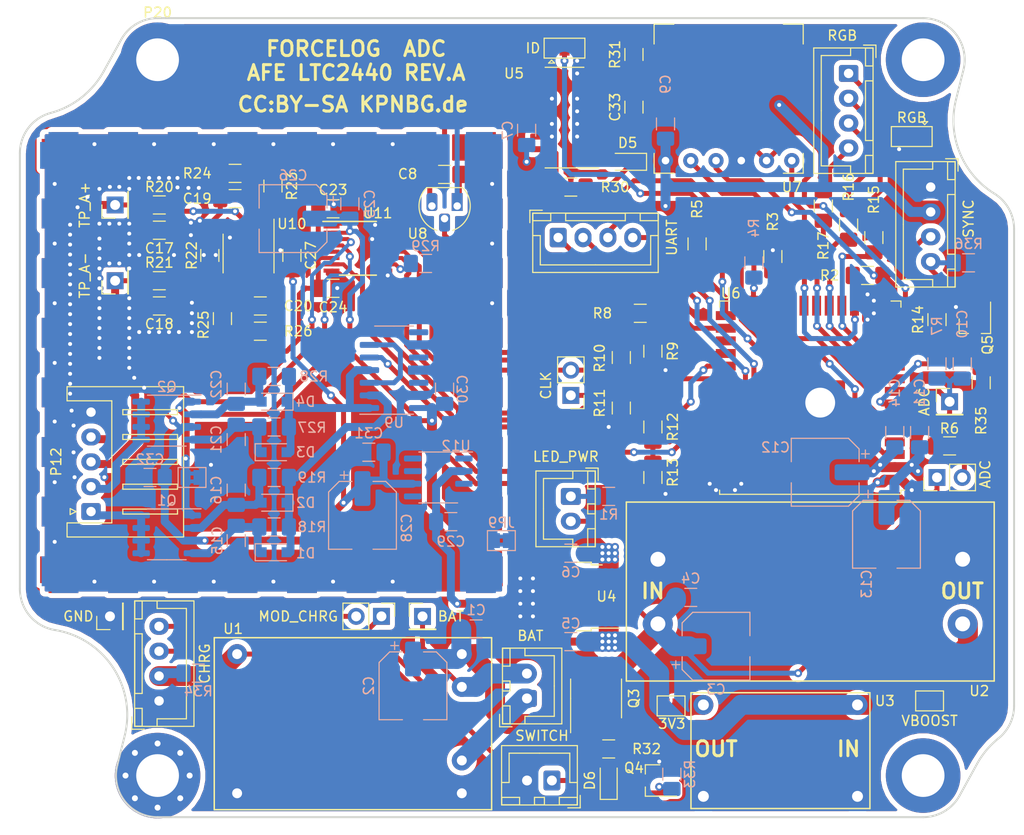
<source format=kicad_pcb>
(kicad_pcb (version 20171130) (host pcbnew 5.1.5-52549c5~84~ubuntu18.04.1)
  (layers (0 F.Cu signal) (1 In1.Cu power) (2 In2.Cu power) (31 B.Cu signal) (34 B.Paste user) (35 F.Paste user) (36 B.SilkS user) (37 F.SilkS user) (38 B.Mask user) (39 F.Mask user) (44 Edge.Cuts user))
  (net 0 "")
  (net 1 GND)
  (net 2 +5V)
  (net 3 +3V3)
  (net 4 +BATT)
  (net 5 "Net-(JP1-Pad1)")
  (net 6 "Net-(JP3-Pad1)")
  (net 7 "Net-(P2-Pad2)")
  (net 8 "Net-(P11-Pad3)")
  (net 9 "Net-(P11-Pad4)")
  (net 10 GNDA)
  (net 11 "Net-(JP6-Pad2)")
  (net 12 "Net-(P17-Pad1)")
  (net 13 +5VA)
  (net 14 "Net-(C17-Pad1)")
  (net 15 "Net-(C18-Pad1)")
  (net 16 "Net-(C19-Pad1)")
  (net 17 "Net-(C20-Pad1)")
  (net 18 "Net-(C21-Pad1)")
  (net 19 "Net-(C22-Pad1)")
  (net 20 "Net-(C23-Pad1)")
  (net 21 "Net-(C24-Pad1)")
  (net 22 /CLK)
  (net 23 /~CS)
  (net 24 /BUSY)
  (net 25 /MOSI)
  (net 26 /~EXT)
  (net 27 /VBOOST)
  (net 28 "Net-(C1-Pad1)")
  (net 29 "Net-(C10-Pad1)")
  (net 30 "Net-(C15-Pad1)")
  (net 31 "Net-(C16-Pad1)")
  (net 32 "Net-(C19-Pad2)")
  (net 33 "Net-(C20-Pad2)")
  (net 34 "Net-(JP2-Pad1)")
  (net 35 /Digital/QH)
  (net 36 "Net-(JP8-Pad2)")
  (net 37 "Net-(JP10-Pad1)")
  (net 38 "Net-(P2-Pad1)")
  (net 39 "Net-(P4-Pad3)")
  (net 40 "Net-(P4-Pad4)")
  (net 41 "Net-(P7-Pad1)")
  (net 42 /Digital/RXD)
  (net 43 /Digital/TXD)
  (net 44 /Digital/RTS)
  (net 45 /Digital/DTR)
  (net 46 "Net-(P11-Pad2)")
  (net 47 /Analog/EX+)
  (net 48 /Analog/EX-)
  (net 49 "Net-(P12-Pad3)")
  (net 50 /Digital/HMISO)
  (net 51 /Digital/H~CS)
  (net 52 /Digital/PING)
  (net 53 /Digital/RED)
  (net 54 /Digital/GREEN)
  (net 55 /Digital/BLUE)
  (net 56 /Digital/HCLK)
  (net 57 /Digital/HMOSI)
  (net 58 /Digital/DQ)
  (net 59 /HBRIDGE)
  (net 60 "Net-(U9-Pad3)")
  (net 61 /Digital/VBUSY)
  (net 62 /Digital/VMISO)
  (net 63 /Analog/MISO)
  (net 64 /Digital/VCLK)
  (net 65 "Net-(C33-Pad2)")
  (net 66 "Net-(C33-Pad1)")
  (net 67 /Digital/SH)
  (net 68 "Net-(P12-Pad4)")
  (net 69 "Net-(D1-PadA)")
  (net 70 "Net-(D3-PadA)")
  (net 71 "Net-(D6-PadK)")
  (net 72 "Net-(P6-Pad1)")
  (net 73 "Net-(D6-PadA)")
  (net 74 /Digital/TRIG)
  (net 75 "Net-(P10-Pad4)")
  (net 76 "Net-(P10-Pad3)")
  (module Package_SO:SOIC-16_3.9x9.9mm_P1.27mm (layer F.Cu) (at 81.28 36.83 180)
    (fp_text reference U5 (at 5.08 4.445) (layer F.SilkS))
    (fp_text value 74HC165)
    (pad 1 smd roundrect (at -2.475 -4.445 180) (size 1.95 0.6) (layers F.Cu F.Paste F.Mask) (net 66 "Net-(C33-Pad1)"))
    (pad 2 smd roundrect (at -2.475 -3.175 180) (size 1.95 0.6) (layers F.Cu F.Paste F.Mask) (net 56 /Digital/HCLK))
    (pad 3 smd roundrect (at -2.475 -1.905 180) (size 1.95 0.6) (layers F.Cu F.Paste F.Mask) (net 1 GND))
    (pad 4 smd roundrect (at -2.475 -0.635 180) (size 1.95 0.6) (layers F.Cu F.Paste F.Mask) (net 1 GND))
    (pad 5 smd roundrect (at -2.475 0.635 180) (size 1.95 0.6) (layers F.Cu F.Paste F.Mask) (net 1 GND))
    (pad 6 smd roundrect (at -2.475 1.905 180) (size 1.95 0.6) (layers F.Cu F.Paste F.Mask) (net 1 GND))
    (pad 7 smd roundrect (at -2.475 3.175 180) (size 1.95 0.6) (layers F.Cu F.Paste F.Mask))
    (pad 8 smd roundrect (at -2.475 4.445 180) (size 1.95 0.6) (layers F.Cu F.Paste F.Mask) (net 1 GND))
    (pad 9 smd roundrect (at 2.475 4.445 180) (size 1.95 0.6) (layers F.Cu F.Paste F.Mask) (net 6 "Net-(JP3-Pad1)"))
    (pad 10 smd roundrect (at 2.475 3.175 180) (size 1.95 0.6) (layers F.Cu F.Paste F.Mask))
    (pad 11 smd roundrect (at 2.475 1.905 180) (size 1.95 0.6) (layers F.Cu F.Paste F.Mask) (net 1 GND))
    (pad 12 smd roundrect (at 2.475 0.635 180) (size 1.95 0.6) (layers F.Cu F.Paste F.Mask) (net 3 +3V3))
    (pad 13 smd roundrect (at 2.475 -0.635 180) (size 1.95 0.6) (layers F.Cu F.Paste F.Mask) (net 1 GND))
    (pad 14 smd roundrect (at 2.475 -1.905 180) (size 1.95 0.6) (layers F.Cu F.Paste F.Mask) (net 1 GND))
    (pad 15 smd roundrect (at 2.475 -3.175 180) (size 1.95 0.6) (layers F.Cu F.Paste F.Mask) (net 67 /Digital/SH))
    (pad 16 smd roundrect (at 2.475 -4.445 180) (size 1.95 0.6) (layers F.Cu F.Paste F.Mask) (net 3 +3V3))
  )
  (module Connector_JST:JST_XH_B4B-XH-A_1x04_P2.50mm_Vertical (layer F.Cu) (at 118.11 43.815 270)
    (fp_text reference P10 hide)
    (fp_text value 4P)
    (fp_text user SYNC (at 3.175 -3.81 270) (layer F.SilkS))
    (pad 4 thru_hole oval (at 7.5 0 270) (size 1.7 1.95) (drill 0.95) (layers *.Cu *.Mask) (net 75 "Net-(P10-Pad4)"))
    (pad 3 thru_hole oval (at 5 0 270) (size 1.7 1.95) (drill 0.95) (layers *.Cu *.Mask) (net 76 "Net-(P10-Pad3)"))
    (pad 2 thru_hole oval (at 2.5 0 270) (size 1.7 1.95) (drill 0.95) (layers *.Cu *.Mask) (net 3 +3V3))
    (pad 1 thru_hole roundrect (at 0 0 270) (size 1.7 1.95) (drill 0.95) (layers *.Cu *.Mask) (roundrect_rratio 0.147059) (net 1 GND))
  )
  (module Resistor_SMD:R_1206_3216Metric_Pad1.42x1.75mm_HandSolder (layer B.Cu) (at 121.92 51.435 180)
    (fp_text reference R36 (at 0 1.905) (layer B.SilkS) (effects (justify mirror)))
    (fp_text value 10k)
    (pad 2 smd roundrect (at 1.4875 0 180) (size 1.425 1.75) (layers B.Cu B.Paste B.Mask) (roundrect_rratio 0.175439) (net 75 "Net-(P10-Pad4)"))
    (pad 1 smd roundrect (at -1.4875 0 180) (size 1.425 1.75) (layers B.Cu B.Paste B.Mask) (roundrect_rratio 0.175439) (net 1 GND))
  )
  (module Resistor_SMD:R_1206_3216Metric_Pad1.42x1.75mm_HandSolder (layer F.Cu) (at 123.19 63.5 270)
    (fp_text reference R35 (at 3.81 0 90) (layer F.SilkS))
    (fp_text value 10k)
    (pad 2 smd roundrect (at 1.4875 0 270) (size 1.425 1.75) (layers F.Cu F.Paste F.Mask) (roundrect_rratio 0.175439) (net 3 +3V3))
    (pad 1 smd roundrect (at -1.4875 0 270) (size 1.425 1.75) (layers F.Cu F.Paste F.Mask) (roundrect_rratio 0.175439) (net 74 /Digital/TRIG))
  )
  (module Package_TO_SOT_SMD:SOT-23_Handsoldering (layer F.Cu) (at 122.555 57.785 270)
    (fp_text reference Q5 (at 1.905 -1.27 90) (layer F.SilkS))
    (fp_text value 2N7002)
    (pad 3 smd rect (at 1.5 0 270) (size 1.9 0.8) (layers F.Cu F.Paste F.Mask) (net 74 /Digital/TRIG))
    (pad 2 smd rect (at -1.5 0.95 270) (size 1.9 0.8) (layers F.Cu F.Paste F.Mask) (net 1 GND))
    (pad 1 smd rect (at -1.5 -0.95 270) (size 1.9 0.8) (layers F.Cu F.Paste F.Mask) (net 75 "Net-(P10-Pad4)"))
  )
  (module Resistor_SMD:R_1206_3216Metric_Pad1.42x1.75mm_HandSolder (layer B.Cu) (at 44.45 92.71)
    (fp_text reference R34 (at 0 1.82) (layer B.SilkS) (effects (justify mirror)))
    (fp_text value 10k)
    (pad 2 smd roundrect (at 1.4875 0) (size 1.425 1.75) (layers B.Cu B.Paste B.Mask) (roundrect_rratio 0.175439) (net 1 GND))
    (pad 1 smd roundrect (at -1.4875 0) (size 1.425 1.75) (layers B.Cu B.Paste B.Mask) (roundrect_rratio 0.175439) (net 73 "Net-(D6-PadA)"))
  )
  (module Resistor_SMD:R_1206_3216Metric_Pad1.42x1.75mm_HandSolder (layer B.Cu) (at 92.075 102.87 90)
    (fp_text reference R33 (at 0 1.82 90) (layer B.SilkS) (effects (justify mirror)))
    (fp_text value 10k)
    (pad 2 smd roundrect (at 1.4875 0 90) (size 1.425 1.75) (layers B.Cu B.Paste B.Mask) (roundrect_rratio 0.175439) (net 1 GND))
    (pad 1 smd roundrect (at -1.4875 0 90) (size 1.425 1.75) (layers B.Cu B.Paste B.Mask) (roundrect_rratio 0.175439) (net 71 "Net-(D6-PadK)"))
  )
  (module Resistor_SMD:R_1206_3216Metric_Pad1.42x1.75mm_HandSolder (layer F.Cu) (at 85.725 100.33)
    (fp_text reference R32 (at 3.81 0) (layer F.SilkS))
    (fp_text value 10k)
    (pad 2 smd roundrect (at 1.4875 0) (size 1.425 1.75) (layers F.Cu F.Paste F.Mask) (roundrect_rratio 0.175439) (net 72 "Net-(P6-Pad1)"))
    (pad 1 smd roundrect (at -1.4875 0) (size 1.425 1.75) (layers F.Cu F.Paste F.Mask) (roundrect_rratio 0.175439) (net 28 "Net-(C1-Pad1)"))
  )
  (module Package_TO_SOT_SMD:SOT-23_Handsoldering (layer F.Cu) (at 90.17 103.505 180)
    (fp_text reference Q4 (at 1.905 1.27) (layer F.SilkS))
    (fp_text value 2N7002)
    (pad 3 smd rect (at 1.5 0 180) (size 1.9 0.8) (layers F.Cu F.Paste F.Mask) (net 72 "Net-(P6-Pad1)"))
    (pad 2 smd rect (at -1.5 0.95 180) (size 1.9 0.8) (layers F.Cu F.Paste F.Mask) (net 1 GND))
    (pad 1 smd rect (at -1.5 -0.95 180) (size 1.9 0.8) (layers F.Cu F.Paste F.Mask) (net 71 "Net-(D6-PadK)"))
  )
  (module Package_SO:SO-8_3.9x4.9mm_P1.27mm (layer F.Cu) (at 84.455 95.25 90)
    (fp_text reference Q3 (at 0 3.81 90) (layer F.SilkS))
    (fp_text value Si4403DDY)
    (pad 8 smd roundrect (at 2.575 -1.905 90) (size 1.75 0.6) (layers F.Cu F.Paste F.Mask) (net 4 +BATT))
    (pad 7 smd roundrect (at 2.575 -0.635 90) (size 1.75 0.6) (layers F.Cu F.Paste F.Mask) (net 4 +BATT))
    (pad 6 smd roundrect (at 2.575 0.635 90) (size 1.75 0.6) (layers F.Cu F.Paste F.Mask) (net 4 +BATT))
    (pad 5 smd roundrect (at 2.575 1.905 90) (size 1.75 0.6) (layers F.Cu F.Paste F.Mask) (net 4 +BATT))
    (pad 4 smd roundrect (at -2.575 1.905 90) (size 1.75 0.6) (layers F.Cu F.Paste F.Mask) (net 72 "Net-(P6-Pad1)"))
    (pad 3 smd roundrect (at -2.575 0.635 90) (size 1.75 0.6) (layers F.Cu F.Paste F.Mask) (net 28 "Net-(C1-Pad1)"))
    (pad 2 smd roundrect (at -2.575 -0.635 90) (size 1.75 0.6) (layers F.Cu F.Paste F.Mask) (net 28 "Net-(C1-Pad1)"))
    (pad 1 smd roundrect (at -2.575 -1.905 90) (size 1.75 0.6) (layers F.Cu F.Paste F.Mask) (net 28 "Net-(C1-Pad1)"))
  )
  (module Diode_SMD:D_SOD-323_HandSoldering (layer F.Cu) (at 85.725 103.505 90)
    (fp_text reference D6 (at 0 -1.905 90) (layer F.SilkS))
    (fp_text value 1N4148)
    (pad A smd rect (at 1.25 0 90) (size 1 1) (layers F.Cu F.Paste F.Mask) (net 73 "Net-(D6-PadA)"))
    (pad K smd rect (at -1.25 0 90) (size 1 1) (layers F.Cu F.Paste F.Mask) (net 71 "Net-(D6-PadK)"))
  )
  (module Diode_SMD:D_SOD-323_HandSoldering (layer B.Cu) (at 52.07 65.405 180)
    (fp_text reference D4 (at -3.175 0) (layer B.SilkS) (effects (justify mirror)))
    (fp_text value BAT54)
    (pad A smd rect (at 1.25 0 180) (size 1 1) (layers B.Cu B.Paste B.Mask) (net 19 "Net-(C22-Pad1)"))
    (pad K smd rect (at -1.25 0 180) (size 1 1) (layers B.Cu B.Paste B.Mask) (net 70 "Net-(D3-PadA)"))
  )
  (module Diode_SMD:D_SOD-323_HandSoldering (layer B.Cu) (at 52.07 70.485)
    (fp_text reference D3 (at 3.175 0) (layer B.SilkS) (effects (justify mirror)))
    (fp_text value BAT54)
    (pad A smd rect (at 1.25 0) (size 1 1) (layers B.Cu B.Paste B.Mask) (net 70 "Net-(D3-PadA)"))
    (pad K smd rect (at -1.25 0) (size 1 1) (layers B.Cu B.Paste B.Mask) (net 18 "Net-(C21-Pad1)"))
  )
  (module Diode_SMD:D_SOD-323_HandSoldering (layer B.Cu) (at 52.07 75.565 180)
    (fp_text reference D2 (at -3.175 0) (layer B.SilkS) (effects (justify mirror)))
    (fp_text value BAT54)
    (pad A smd rect (at 1.25 0 180) (size 1 1) (layers B.Cu B.Paste B.Mask) (net 31 "Net-(C16-Pad1)"))
    (pad K smd rect (at -1.25 0 180) (size 1 1) (layers B.Cu B.Paste B.Mask) (net 69 "Net-(D1-PadA)"))
  )
  (module Diode_SMD:D_SOD-323_HandSoldering (layer B.Cu) (at 52.07 80.545)
    (fp_text reference D1 (at 3.175 0.1) (layer B.SilkS) (effects (justify mirror)))
    (fp_text value BAT54)
    (pad A smd rect (at 1.25 0) (size 1 1) (layers B.Cu B.Paste B.Mask) (net 69 "Net-(D1-PadA)"))
    (pad K smd rect (at -1.25 0) (size 1 1) (layers B.Cu B.Paste B.Mask) (net 30 "Net-(C15-Pad1)"))
  )
  (module Connector_JST:JST_XH_S5B-XH-A_1x05_P2.50mm_Horizontal (layer F.Cu) (at 33.655 76.454 90)
    (fp_text reference P12 (at 5 -3.5 90) (layer F.SilkS))
    (fp_text value CELL)
    (pad 5 thru_hole oval (at 10 0 90) (size 1.7 1.95) (drill 0.95) (layers *.Cu *.Mask) (net 10 GNDA))
    (pad 4 thru_hole oval (at 7.5 0 90) (size 1.7 1.95) (drill 0.95) (layers *.Cu *.Mask) (net 68 "Net-(P12-Pad4)"))
    (pad 3 thru_hole oval (at 5 0 90) (size 1.7 1.95) (drill 0.95) (layers *.Cu *.Mask) (net 49 "Net-(P12-Pad3)"))
    (pad 2 thru_hole oval (at 2.5 0 90) (size 1.7 1.95) (drill 0.95) (layers *.Cu *.Mask) (net 48 /Analog/EX-))
    (pad 1 thru_hole roundrect (at 0 0 90) (size 1.7 1.95) (drill 0.95) (layers *.Cu *.Mask) (roundrect_rratio 0.147059) (net 47 /Analog/EX+))
  )
  (module MountingHole:MountingHole_4.3mm_M4_DIN965_Pad (layer F.Cu) (at 40.350001 31.008652)
    (fp_text reference P20 (at 0 -4.75) (layer F.SilkS))
    (fp_text value MNT_shield)
    (pad 1 thru_hole circle (at 0 0) (size 7.5 7.5) (drill 4.3) (layers *.Cu *.Mask) (net 1 GND))
  )
  (module MountingHole:MountingHole_4.3mm_M4_Pad_Via (layer F.Cu) (at 40.350001 103.008651)
    (fp_text reference P17 hide)
    (fp_text value MNT_ins)
    (pad 1 thru_hole circle (at 2.280419 -2.280419) (size 0.9 0.9) (drill 0.6) (layers *.Cu *.Mask) (net 12 "Net-(P17-Pad1)"))
    (pad 1 thru_hole circle (at 0 -3.225) (size 0.9 0.9) (drill 0.6) (layers *.Cu *.Mask) (net 12 "Net-(P17-Pad1)"))
    (pad 1 thru_hole circle (at -2.280419 -2.280419) (size 0.9 0.9) (drill 0.6) (layers *.Cu *.Mask) (net 12 "Net-(P17-Pad1)"))
    (pad 1 thru_hole circle (at -3.225 0) (size 0.9 0.9) (drill 0.6) (layers *.Cu *.Mask) (net 12 "Net-(P17-Pad1)"))
    (pad 1 thru_hole circle (at -2.280419 2.280419) (size 0.9 0.9) (drill 0.6) (layers *.Cu *.Mask) (net 12 "Net-(P17-Pad1)"))
    (pad 1 thru_hole circle (at 0 3.225) (size 0.9 0.9) (drill 0.6) (layers *.Cu *.Mask) (net 12 "Net-(P17-Pad1)"))
    (pad 1 thru_hole circle (at 2.280419 2.280419) (size 0.9 0.9) (drill 0.6) (layers *.Cu *.Mask) (net 12 "Net-(P17-Pad1)"))
    (pad 1 thru_hole circle (at 3.225 0) (size 0.9 0.9) (drill 0.6) (layers *.Cu *.Mask) (net 12 "Net-(P17-Pad1)"))
    (pad 1 thru_hole circle (at 0 0) (size 8.6 8.6) (drill 4.3) (layers *.Cu *.Mask) (net 12 "Net-(P17-Pad1)"))
  )
  (module Diode_SMD:D_SOD-323_HandSoldering (layer F.Cu) (at 87.63 41.275 180)
    (fp_text reference D5 (at 0 1.905) (layer F.SilkS))
    (fp_text value BAT54)
    (pad A smd rect (at 1.25 0 180) (size 1 1) (layers F.Cu F.Paste F.Mask) (net 66 "Net-(C33-Pad1)"))
    (pad K smd rect (at -1.25 0 180) (size 1 1) (layers F.Cu F.Paste F.Mask) (net 3 +3V3))
  )
  (module Resistor_SMD:R_1206_3216Metric_Pad1.42x1.75mm_HandSolder (layer F.Cu) (at 88.265 30.48 270)
    (fp_text reference R31 (at 0 1.905 90) (layer F.SilkS))
    (fp_text value 10k)
    (pad 2 smd roundrect (at 1.4875 0 270) (size 1.425 1.75) (layers F.Cu F.Paste F.Mask) (roundrect_rratio 0.175439) (net 66 "Net-(C33-Pad1)"))
    (pad 1 smd roundrect (at -1.4875 0 270) (size 1.425 1.75) (layers F.Cu F.Paste F.Mask) (roundrect_rratio 0.175439) (net 3 +3V3))
  )
  (module Resistor_SMD:R_1206_3216Metric_Pad1.42x1.75mm_HandSolder (layer F.Cu) (at 81.915 43.815)
    (fp_text reference R30 (at 4.445 0) (layer F.SilkS))
    (fp_text value 470)
    (pad 2 smd roundrect (at 1.4875 0) (size 1.425 1.75) (layers F.Cu F.Paste F.Mask) (roundrect_rratio 0.175439) (net 65 "Net-(C33-Pad2)"))
    (pad 1 smd roundrect (at -1.4875 0) (size 1.425 1.75) (layers F.Cu F.Paste F.Mask) (roundrect_rratio 0.175439) (net 67 /Digital/SH))
  )
  (module Capacitor_SMD:C_1206_3216Metric_Pad1.42x1.75mm_HandSolder (layer F.Cu) (at 88.265 35.7775 270)
    (fp_text reference C33 (at 0 1.905 90) (layer F.SilkS))
    (fp_text value 100n)
    (pad 2 smd roundrect (at 1.4875 0 270) (size 1.425 1.75) (layers F.Cu F.Paste F.Mask) (roundrect_rratio 0.175439) (net 65 "Net-(C33-Pad2)"))
    (pad 1 smd roundrect (at -1.4875 0 270) (size 1.425 1.75) (layers F.Cu F.Paste F.Mask) (roundrect_rratio 0.175439) (net 66 "Net-(C33-Pad1)"))
  )
  (module buck:MT3608_module_boost (layer F.Cu) (at 106 84.5)
    (fp_text reference U2 (at 17 10) (layer F.SilkS))
    (fp_text value BoostConverter)
    (pad 4 thru_hole circle (at 15.325 -3.25) (size 3 3) (drill 1.5) (layers *.Cu *.Mask) (net 1 GND))
    (pad 3 thru_hole circle (at 15.325 3.25) (size 3 3) (drill 1.5) (layers *.Cu *.Mask) (net 5 "Net-(JP1-Pad1)"))
    (pad 2 thru_hole circle (at -15.325 3.25) (size 3 3) (drill 1.5) (layers *.Cu *.Mask) (net 4 +BATT))
    (pad 1 thru_hole circle (at -15.325 -3.25) (size 3 3) (drill 1.5) (layers *.Cu *.Mask) (net 1 GND))
  )
  (module Connector_PinHeader_2.54mm:PinHeader_1x01_P2.54mm_Vertical (layer F.Cu) (at 36.08 53.235 90)
    (fp_text reference P14 hide)
    (fp_text value TP_A- (at 0.53 -3.06 90) (layer F.SilkS))
    (pad 1 thru_hole rect (at 0 0 90) (size 1.7 1.7) (drill 1) (layers *.Cu *.Mask) (net 49 "Net-(P12-Pad3)"))
  )
  (module Connector_PinHeader_2.54mm:PinHeader_1x01_P2.54mm_Vertical (layer F.Cu) (at 36.08 45.615 90)
    (fp_text reference P13 hide)
    (fp_text value TP_A+ (at 0 -3.06 90) (layer F.SilkS))
    (pad 1 thru_hole rect (at 0 0 90) (size 1.7 1.7) (drill 1) (layers *.Cu *.Mask) (net 68 "Net-(P12-Pad4)"))
  )
  (module Connector_PinHeader_2.54mm:PinHeader_1x01_P2.54mm_Vertical (layer F.Cu) (at 120.015 65.405)
    (fp_text reference P8 hide)
    (fp_text value ADC (at -2.54 0 270) (layer F.SilkS))
    (pad 1 thru_hole rect (at 0 0) (size 1.7 1.7) (drill 1) (layers *.Cu *.Mask) (net 29 "Net-(C10-Pad1)"))
  )
  (module Connector_PinHeader_2.54mm:PinHeader_1x01_P2.54mm_Vertical (layer F.Cu) (at 67 87)
    (fp_text reference P3 hide)
    (fp_text value BAT (at 2.85 -0.005) (layer F.SilkS))
    (pad 1 thru_hole rect (at 0 0) (size 1.7 1.7) (drill 1) (layers *.Cu *.Mask) (net 7 "Net-(P2-Pad2)"))
  )
  (module Connector_PinHeader_2.54mm:PinHeader_1x01_P2.54mm_Vertical (layer F.Cu) (at 35.56 86.995 90)
    (fp_text reference P1 hide)
    (fp_text value GND (at 0 -3.175 180) (layer F.SilkS))
    (pad 1 thru_hole rect (at 0 0 90) (size 1.7 1.7) (drill 1) (layers *.Cu *.Mask) (net 1 GND))
  )
  (module Capacitor_SMD:C_1206_3216Metric_Pad1.42x1.75mm_HandSolder (layer B.Cu) (at 39.5875 73.025 180)
    (fp_text reference C32 (at 0 1.82) (layer B.SilkS) (effects (justify mirror)))
    (fp_text value 100n)
    (pad 2 smd roundrect (at 1.4875 0 180) (size 1.425 1.75) (layers B.Cu B.Paste B.Mask) (roundrect_rratio 0.175439) (net 10 GNDA))
    (pad 1 smd roundrect (at -1.4875 0 180) (size 1.425 1.75) (layers B.Cu B.Paste B.Mask) (roundrect_rratio 0.175439) (net 13 +5VA))
  )
  (module Package_TO_SOT_THT:TO-92_HandSolder (layer F.Cu) (at 70.485 45.72 180)
    (fp_text reference U8 (at 3.985 -2.78) (layer F.SilkS))
    (fp_text value DS18B20)
    (pad 1 thru_hole rect (at 0 0 180) (size 1.1 1.8) (drill 0.75 (offset 0 0.4)) (layers *.Cu *.Mask) (net 1 GND))
    (pad 3 thru_hole roundrect (at 2.54 0 180) (size 1.1 1.8) (drill 0.75 (offset 0 0.4)) (layers *.Cu *.Mask) (net 3 +3V3))
    (pad 2 thru_hole roundrect (at 1.27 -1.27 180) (size 1.1 1.8) (drill 0.75 (offset 0 -0.4)) (layers *.Cu *.Mask) (net 58 /Digital/DQ))
  )
  (module buck:dsn-mini-360_buck (layer F.Cu) (at 103 100.5)
    (fp_text reference U3 (at 10.5 -5) (layer F.SilkS))
    (fp_text value BuckConverter)
    (pad 1 thru_hole circle (at 7.75 -4.6) (size 2 2) (drill 1.1) (layers *.Cu *.Mask) (net 27 /VBOOST))
    (pad 2 thru_hole circle (at 7.75 4.6) (size 2 2) (drill 1.1) (layers *.Cu *.Mask) (net 1 GND))
    (pad 4 thru_hole circle (at -7.75 4.6) (size 2 2) (drill 1.1) (layers *.Cu *.Mask) (net 1 GND))
    (pad 3 thru_hole circle (at -7.75 -4.6) (size 2 2) (drill 1.1) (layers *.Cu *.Mask) (net 34 "Net-(JP2-Pad1)"))
  )
  (module MountingHole:MountingHole_4.3mm_M4_DIN965_Pad (layer F.Cu) (at 117.35 103.008651)
    (fp_text reference P18 hide)
    (fp_text value MNT_ins)
    (pad 1 thru_hole circle (at 0 0) (size 7.5 7.5) (drill 4.3) (layers *.Cu *.Mask))
  )
  (module MountingHole:MountingHole_4.3mm_M4_DIN965_Pad (layer F.Cu) (at 117.35 31.008652)
    (fp_text reference P19 hide)
    (fp_text value MNT_ins)
    (pad 1 thru_hole circle (at 0 0) (size 7.5 7.5) (drill 4.3) (layers *.Cu *.Mask))
  )
  (module Capacitor_SMD:C_1206_3216Metric_Pad1.42x1.75mm_HandSolder (layer B.Cu) (at 72.39 88.265)
    (fp_text reference C1 (at 0 -1.905 180) (layer B.SilkS) (effects (justify mirror)))
    (fp_text value 100n)
    (pad 1 smd roundrect (at -1.4875 0) (size 1.425 1.75) (layers B.Cu B.Paste B.Mask) (roundrect_rratio 0.175439) (net 28 "Net-(C1-Pad1)"))
    (pad 2 smd roundrect (at 1.4875 0) (size 1.425 1.75) (layers B.Cu B.Paste B.Mask) (roundrect_rratio 0.175439) (net 1 GND))
  )
  (module Capacitor_SMD:CP_Elec_6.3x5.7 (layer B.Cu) (at 66.04 93.98 270)
    (fp_text reference C2 (at 0 4.445 90) (layer B.SilkS) (effects (justify mirror)))
    (fp_text value 10µ)
    (pad 1 smd roundrect (at -2.7 0 270) (size 3.5 1.6) (layers B.Cu B.Paste B.Mask) (roundrect_rratio 0.15625) (net 28 "Net-(C1-Pad1)"))
    (pad 2 smd roundrect (at 2.7 0 270) (size 3.5 1.6) (layers B.Cu B.Paste B.Mask) (roundrect_rratio 0.15625) (net 1 GND))
  )
  (module Capacitor_SMD:CP_Elec_6.3x5.7 (layer B.Cu) (at 96.52 90)
    (fp_text reference C3 (at 0 4.35) (layer B.SilkS) (effects (justify mirror)))
    (fp_text value 10µ)
    (pad 1 smd roundrect (at -2.7 0) (size 3.5 1.6) (layers B.Cu B.Paste B.Mask) (roundrect_rratio 0.15625) (net 4 +BATT))
    (pad 2 smd roundrect (at 2.7 0) (size 3.5 1.6) (layers B.Cu B.Paste B.Mask) (roundrect_rratio 0.15625) (net 1 GND))
  )
  (module Capacitor_SMD:C_1206_3216Metric_Pad1.42x1.75mm_HandSolder (layer B.Cu) (at 93.98 85.09)
    (fp_text reference C4 (at 0 -1.905) (layer B.SilkS) (effects (justify mirror)))
    (fp_text value 100n)
    (pad 2 smd roundrect (at 1.4875 0) (size 1.425 1.75) (layers B.Cu B.Paste B.Mask) (roundrect_rratio 0.175439) (net 1 GND))
    (pad 1 smd roundrect (at -1.4875 0) (size 1.425 1.75) (layers B.Cu B.Paste B.Mask) (roundrect_rratio 0.175439) (net 4 +BATT))
  )
  (module Capacitor_SMD:C_1206_3216Metric_Pad1.42x1.75mm_HandSolder (layer B.Cu) (at 81.915 89.535 180)
    (fp_text reference C5 (at 0 1.82) (layer B.SilkS) (effects (justify mirror)))
    (fp_text value 330n)
    (pad 2 smd roundrect (at 1.4875 0 180) (size 1.425 1.75) (layers B.Cu B.Paste B.Mask) (roundrect_rratio 0.175439) (net 1 GND))
    (pad 1 smd roundrect (at -1.4875 0 180) (size 1.425 1.75) (layers B.Cu B.Paste B.Mask) (roundrect_rratio 0.175439) (net 27 /VBOOST))
  )
  (module Capacitor_SMD:C_1206_3216Metric_Pad1.42x1.75mm_HandSolder (layer B.Cu) (at 81.915 80.645 180)
    (fp_text reference C6 (at 0 -1.905 180) (layer B.SilkS) (effects (justify mirror)))
    (fp_text value 100n)
    (pad 1 smd roundrect (at -1.4875 0 180) (size 1.425 1.75) (layers B.Cu B.Paste B.Mask) (roundrect_rratio 0.175439) (net 2 +5V))
    (pad 2 smd roundrect (at 1.4875 0 180) (size 1.425 1.75) (layers B.Cu B.Paste B.Mask) (roundrect_rratio 0.175439) (net 1 GND))
  )
  (module Capacitor_SMD:C_1206_3216Metric_Pad1.42x1.75mm_HandSolder (layer B.Cu) (at 77.47 38.1 90)
    (fp_text reference C7 (at 0 -1.905 270) (layer B.SilkS) (effects (justify mirror)))
    (fp_text value 100n)
    (pad 1 smd roundrect (at -1.4875 0 90) (size 1.425 1.75) (layers B.Cu B.Paste B.Mask) (roundrect_rratio 0.175439) (net 3 +3V3))
    (pad 2 smd roundrect (at 1.4875 0 90) (size 1.425 1.75) (layers B.Cu B.Paste B.Mask) (roundrect_rratio 0.175439) (net 1 GND))
  )
  (module Capacitor_SMD:C_1206_3216Metric_Pad1.42x1.75mm_HandSolder (layer F.Cu) (at 69.215 42.545)
    (fp_text reference C8 (at -3.715 -0.045) (layer F.SilkS))
    (fp_text value 100n)
    (pad 2 smd roundrect (at 1.4875 0) (size 1.425 1.75) (layers F.Cu F.Paste F.Mask) (roundrect_rratio 0.175439) (net 1 GND))
    (pad 1 smd roundrect (at -1.4875 0) (size 1.425 1.75) (layers F.Cu F.Paste F.Mask) (roundrect_rratio 0.175439) (net 3 +3V3))
  )
  (module Capacitor_SMD:C_1206_3216Metric_Pad1.42x1.75mm_HandSolder (layer B.Cu) (at 91.44 37.465 90)
    (fp_text reference C9 (at 4 0 270) (layer B.SilkS) (effects (justify mirror)))
    (fp_text value 100n)
    (pad 2 smd roundrect (at 1.4875 0 90) (size 1.425 1.75) (layers B.Cu B.Paste B.Mask) (roundrect_rratio 0.175439) (net 1 GND))
    (pad 1 smd roundrect (at -1.4875 0 90) (size 1.425 1.75) (layers B.Cu B.Paste B.Mask) (roundrect_rratio 0.175439) (net 3 +3V3))
  )
  (module Capacitor_SMD:C_1206_3216Metric_Pad1.42x1.75mm_HandSolder (layer B.Cu) (at 121.285 61.595 90)
    (fp_text reference C10 (at 4 0 90) (layer B.SilkS) (effects (justify mirror)))
    (fp_text value 100n)
    (pad 2 smd roundrect (at 1.4875 0 90) (size 1.425 1.75) (layers B.Cu B.Paste B.Mask) (roundrect_rratio 0.175439) (net 1 GND))
    (pad 1 smd roundrect (at -1.4875 0 90) (size 1.425 1.75) (layers B.Cu B.Paste B.Mask) (roundrect_rratio 0.175439) (net 29 "Net-(C10-Pad1)"))
  )
  (module Capacitor_SMD:C_1206_3216Metric_Pad1.42x1.75mm_HandSolder (layer B.Cu) (at 117 68.5 90)
    (fp_text reference C11 (at 4 0 90) (layer B.SilkS) (effects (justify mirror)))
    (fp_text value 100n)
    (pad 2 smd roundrect (at 1.4875 0 90) (size 1.425 1.75) (layers B.Cu B.Paste B.Mask) (roundrect_rratio 0.175439) (net 1 GND))
    (pad 1 smd roundrect (at -1.4875 0 90) (size 1.425 1.75) (layers B.Cu B.Paste B.Mask) (roundrect_rratio 0.175439) (net 3 +3V3))
  )
  (module Capacitor_SMD:CP_Elec_6.3x5.7 (layer B.Cu) (at 107.5 72.5 180)
    (fp_text reference C12 (at 5 2.5 180) (layer B.SilkS) (effects (justify mirror)))
    (fp_text value 10µ)
    (pad 2 smd roundrect (at 2.7 0 180) (size 3.5 1.6) (layers B.Cu B.Paste B.Mask) (roundrect_rratio 0.15625) (net 1 GND))
    (pad 1 smd roundrect (at -2.7 0 180) (size 3.5 1.6) (layers B.Cu B.Paste B.Mask) (roundrect_rratio 0.15625) (net 3 +3V3))
  )
  (module Capacitor_SMD:CP_Elec_6.3x5.7 (layer B.Cu) (at 113.665 78.74 270)
    (fp_text reference C13 (at 5 2 90) (layer B.SilkS) (effects (justify mirror)))
    (fp_text value 10µ)
    (pad 1 smd roundrect (at -2.7 0 270) (size 3.5 1.6) (layers B.Cu B.Paste B.Mask) (roundrect_rratio 0.15625) (net 3 +3V3))
    (pad 2 smd roundrect (at 2.7 0 270) (size 3.5 1.6) (layers B.Cu B.Paste B.Mask) (roundrect_rratio 0.15625) (net 1 GND))
  )
  (module Capacitor_SMD:C_1206_3216Metric_Pad1.42x1.75mm_HandSolder (layer B.Cu) (at 114.5 68.5 90)
    (fp_text reference C14 (at 4 0 90) (layer B.SilkS) (effects (justify mirror)))
    (fp_text value 100n)
    (pad 1 smd roundrect (at -1.4875 0 90) (size 1.425 1.75) (layers B.Cu B.Paste B.Mask) (roundrect_rratio 0.175439) (net 3 +3V3))
    (pad 2 smd roundrect (at 1.4875 0 90) (size 1.425 1.75) (layers B.Cu B.Paste B.Mask) (roundrect_rratio 0.175439) (net 1 GND))
  )
  (module Capacitor_SMD:C_1206_3216Metric_Pad1.42x1.75mm_HandSolder (layer B.Cu) (at 48.26 79.375 270)
    (fp_text reference C15 (at 0 1.905 90) (layer B.SilkS) (effects (justify mirror)))
    (fp_text value 1n)
    (pad 2 smd roundrect (at 1.4875 0 270) (size 1.425 1.75) (layers B.Cu B.Paste B.Mask) (roundrect_rratio 0.175439) (net 10 GNDA))
    (pad 1 smd roundrect (at -1.4875 0 270) (size 1.425 1.75) (layers B.Cu B.Paste B.Mask) (roundrect_rratio 0.175439) (net 30 "Net-(C15-Pad1)"))
  )
  (module Capacitor_SMD:C_1206_3216Metric_Pad1.42x1.75mm_HandSolder (layer B.Cu) (at 48.26 74.295 90)
    (fp_text reference C16 (at 0 -2 90) (layer B.SilkS) (effects (justify mirror)))
    (fp_text value 1n)
    (pad 1 smd roundrect (at -1.4875 0 90) (size 1.425 1.75) (layers B.Cu B.Paste B.Mask) (roundrect_rratio 0.175439) (net 31 "Net-(C16-Pad1)"))
    (pad 2 smd roundrect (at 1.4875 0 90) (size 1.425 1.75) (layers B.Cu B.Paste B.Mask) (roundrect_rratio 0.175439) (net 10 GNDA))
  )
  (module Capacitor_SMD:C_1206_3216Metric_Pad1.42x1.75mm_HandSolder (layer F.Cu) (at 40.525 48.155 180)
    (fp_text reference C17 (at 0 -1.82) (layer F.SilkS))
    (fp_text value 82n)
    (pad 2 smd roundrect (at 1.4875 0 180) (size 1.425 1.75) (layers F.Cu F.Paste F.Mask) (roundrect_rratio 0.175439) (net 10 GNDA))
    (pad 1 smd roundrect (at -1.4875 0 180) (size 1.425 1.75) (layers F.Cu F.Paste F.Mask) (roundrect_rratio 0.175439) (net 14 "Net-(C17-Pad1)"))
  )
  (module Capacitor_SMD:C_1206_3216Metric_Pad1.42x1.75mm_HandSolder (layer F.Cu) (at 40.525 55.775 180)
    (fp_text reference C18 (at 0 -1.82) (layer F.SilkS))
    (fp_text value 82n)
    (pad 1 smd roundrect (at -1.4875 0 180) (size 1.425 1.75) (layers F.Cu F.Paste F.Mask) (roundrect_rratio 0.175439) (net 15 "Net-(C18-Pad1)"))
    (pad 2 smd roundrect (at 1.4875 0 180) (size 1.425 1.75) (layers F.Cu F.Paste F.Mask) (roundrect_rratio 0.175439) (net 10 GNDA))
  )
  (module Capacitor_SMD:C_1206_3216Metric_Pad1.42x1.75mm_HandSolder (layer F.Cu) (at 48.145 44.98 180)
    (fp_text reference C19 (at 3.81 0) (layer F.SilkS))
    (fp_text value 47n)
    (pad 1 smd roundrect (at -1.4875 0 180) (size 1.425 1.75) (layers F.Cu F.Paste F.Mask) (roundrect_rratio 0.175439) (net 16 "Net-(C19-Pad1)"))
    (pad 2 smd roundrect (at 1.4875 0 180) (size 1.425 1.75) (layers F.Cu F.Paste F.Mask) (roundrect_rratio 0.175439) (net 32 "Net-(C19-Pad2)"))
  )
  (module Capacitor_SMD:C_1206_3216Metric_Pad1.42x1.75mm_HandSolder (layer F.Cu) (at 50.685 55.775)
    (fp_text reference C20 (at 3.81 0) (layer F.SilkS))
    (fp_text value 47n)
    (pad 1 smd roundrect (at -1.4875 0) (size 1.425 1.75) (layers F.Cu F.Paste F.Mask) (roundrect_rratio 0.175439) (net 17 "Net-(C20-Pad1)"))
    (pad 2 smd roundrect (at 1.4875 0) (size 1.425 1.75) (layers F.Cu F.Paste F.Mask) (roundrect_rratio 0.175439) (net 33 "Net-(C20-Pad2)"))
  )
  (module Capacitor_SMD:C_1206_3216Metric_Pad1.42x1.75mm_HandSolder (layer B.Cu) (at 48.26 69.215 270)
    (fp_text reference C21 (at 0 2 90) (layer B.SilkS) (effects (justify mirror)))
    (fp_text value 1n)
    (pad 1 smd roundrect (at -1.4875 0 270) (size 1.425 1.75) (layers B.Cu B.Paste B.Mask) (roundrect_rratio 0.175439) (net 18 "Net-(C21-Pad1)"))
    (pad 2 smd roundrect (at 1.4875 0 270) (size 1.425 1.75) (layers B.Cu B.Paste B.Mask) (roundrect_rratio 0.175439) (net 10 GNDA))
  )
  (module Capacitor_SMD:C_1206_3216Metric_Pad1.42x1.75mm_HandSolder (layer B.Cu) (at 48.26 64.135 90)
    (fp_text reference C22 (at 0.5 -2 270) (layer B.SilkS) (effects (justify mirror)))
    (fp_text value 1n)
    (pad 2 smd roundrect (at 1.4875 0 90) (size 1.425 1.75) (layers B.Cu B.Paste B.Mask) (roundrect_rratio 0.175439) (net 10 GNDA))
    (pad 1 smd roundrect (at -1.4875 0 90) (size 1.425 1.75) (layers B.Cu B.Paste B.Mask) (roundrect_rratio 0.175439) (net 19 "Net-(C22-Pad1)"))
  )
  (module Capacitor_SMD:C_1206_3216Metric_Pad1.42x1.75mm_HandSolder (layer F.Cu) (at 58 46)
    (fp_text reference C23 (at 0 -1.905) (layer F.SilkS))
    (fp_text value 1µ)
    (pad 1 smd roundrect (at -1.4875 0) (size 1.425 1.75) (layers F.Cu F.Paste F.Mask) (roundrect_rratio 0.175439) (net 20 "Net-(C23-Pad1)"))
    (pad 2 smd roundrect (at 1.4875 0) (size 1.425 1.75) (layers F.Cu F.Paste F.Mask) (roundrect_rratio 0.175439) (net 10 GNDA))
  )
  (module Capacitor_SMD:C_1206_3216Metric_Pad1.42x1.75mm_HandSolder (layer F.Cu) (at 58 54)
    (fp_text reference C24 (at 0 1.905) (layer F.SilkS))
    (fp_text value 1µ)
    (pad 2 smd roundrect (at 1.4875 0) (size 1.425 1.75) (layers F.Cu F.Paste F.Mask) (roundrect_rratio 0.175439) (net 10 GNDA))
    (pad 1 smd roundrect (at -1.4875 0) (size 1.425 1.75) (layers F.Cu F.Paste F.Mask) (roundrect_rratio 0.175439) (net 21 "Net-(C24-Pad1)"))
  )
  (module Capacitor_SMD:C_1206_3216Metric_Pad1.42x1.75mm_HandSolder (layer B.Cu) (at 59.69 45.5 90)
    (fp_text reference C25 (at 0 2 90) (layer B.SilkS) (effects (justify mirror)))
    (fp_text value 100n)
    (pad 2 smd roundrect (at 1.4875 0 90) (size 1.425 1.75) (layers B.Cu B.Paste B.Mask) (roundrect_rratio 0.175439) (net 10 GNDA))
    (pad 1 smd roundrect (at -1.4875 0 90) (size 1.425 1.75) (layers B.Cu B.Paste B.Mask) (roundrect_rratio 0.175439) (net 2 +5V))
  )
  (module Capacitor_SMD:CP_Elec_6.3x5.7 (layer B.Cu) (at 53.975 46.99 180)
    (fp_text reference C26 (at 0 4.35) (layer B.SilkS) (effects (justify mirror)))
    (fp_text value 10µ)
    (pad 2 smd roundrect (at 2.7 0 180) (size 3.5 1.6) (layers B.Cu B.Paste B.Mask) (roundrect_rratio 0.15625) (net 10 GNDA))
    (pad 1 smd roundrect (at -2.7 0 180) (size 3.5 1.6) (layers B.Cu B.Paste B.Mask) (roundrect_rratio 0.15625) (net 2 +5V))
  )
  (module Capacitor_SMD:C_1206_3216Metric_Pad1.42x1.75mm_HandSolder (layer F.Cu) (at 53.86 50.695 90)
    (fp_text reference C27 (at 0 1.905 90) (layer F.SilkS))
    (fp_text value 100n)
    (pad 1 smd roundrect (at -1.4875 0 90) (size 1.425 1.75) (layers F.Cu F.Paste F.Mask) (roundrect_rratio 0.175439) (net 13 +5VA))
    (pad 2 smd roundrect (at 1.4875 0 90) (size 1.425 1.75) (layers F.Cu F.Paste F.Mask) (roundrect_rratio 0.175439) (net 10 GNDA))
  )
  (module Capacitor_SMD:CP_Elec_6.3x5.7 (layer B.Cu) (at 60.96 76.835 270)
    (fp_text reference C28 (at 1.27 -4.445 90) (layer B.SilkS) (effects (justify mirror)))
    (fp_text value 10µ)
    (pad 2 smd roundrect (at 2.7 0 270) (size 3.5 1.6) (layers B.Cu B.Paste B.Mask) (roundrect_rratio 0.15625) (net 10 GNDA))
    (pad 1 smd roundrect (at -2.7 0 270) (size 3.5 1.6) (layers B.Cu B.Paste B.Mask) (roundrect_rratio 0.15625) (net 13 +5VA))
  )
  (module Capacitor_SMD:C_1206_3216Metric_Pad1.42x1.75mm_HandSolder (layer B.Cu) (at 69.85 77.47)
    (fp_text reference C29 (at 0 2 180) (layer B.SilkS) (effects (justify mirror)))
    (fp_text value 1µ)
    (pad 1 smd roundrect (at -1.4875 0) (size 1.425 1.75) (layers B.Cu B.Paste B.Mask) (roundrect_rratio 0.175439) (net 27 /VBOOST))
    (pad 2 smd roundrect (at 1.4875 0) (size 1.425 1.75) (layers B.Cu B.Paste B.Mask) (roundrect_rratio 0.175439) (net 10 GNDA))
  )
  (module Capacitor_SMD:C_1206_3216Metric_Pad1.42x1.75mm_HandSolder (layer B.Cu) (at 69.215 64.135 90)
    (fp_text reference C30 (at 0 1.82 -90) (layer B.SilkS) (effects (justify mirror)))
    (fp_text value 100n)
    (pad 2 smd roundrect (at 1.4875 0 90) (size 1.425 1.75) (layers B.Cu B.Paste B.Mask) (roundrect_rratio 0.175439) (net 10 GNDA))
    (pad 1 smd roundrect (at -1.4875 0 90) (size 1.425 1.75) (layers B.Cu B.Paste B.Mask) (roundrect_rratio 0.175439) (net 2 +5V))
  )
  (module Capacitor_SMD:C_1206_3216Metric_Pad1.42x1.75mm_HandSolder (layer B.Cu) (at 61.595 70.485 180)
    (fp_text reference C31 (at 0 1.905 180) (layer B.SilkS) (effects (justify mirror)))
    (fp_text value 2µ2)
    (pad 1 smd roundrect (at -1.4875 0 180) (size 1.425 1.75) (layers B.Cu B.Paste B.Mask) (roundrect_rratio 0.175439) (net 13 +5VA))
    (pad 2 smd roundrect (at 1.4875 0 180) (size 1.425 1.75) (layers B.Cu B.Paste B.Mask) (roundrect_rratio 0.175439) (net 10 GNDA))
  )
  (module Jumper:SolderJumper-2_P1.3mm_Open_Pad1.0x1.5mm (layer F.Cu) (at 118 95.5 180)
    (fp_text reference JP1 hide)
    (fp_text value VBOOST (at 0 -2) (layer F.SilkS))
    (pad 2 smd rect (at 0.65 0 180) (size 1 1.5) (layers F.Cu F.Mask) (net 27 /VBOOST))
    (pad 1 smd rect (at -0.65 0 180) (size 1 1.5) (layers F.Cu F.Mask) (net 5 "Net-(JP1-Pad1)"))
  )
  (module jumper:SolderJumper-2_P1.3mm_Open_Pad1.0x1.5mm (layer F.Cu) (at 92 96 180)
    (fp_text reference JP2 hide)
    (fp_text value 3V3 (at -0.075 -1.79 180) (layer F.SilkS))
    (pad 2 smd rect (at 0.65 0 180) (size 1 1.5) (layers F.Cu F.Mask) (net 3 +3V3))
    (pad 1 smd rect (at -0.65 0 180) (size 1 1.5) (layers F.Cu F.Mask) (net 34 "Net-(JP2-Pad1)"))
  )
  (module jumper:SolderJumper-3_P1.3mm_Open_Pad1.0x1.5mm (layer F.Cu) (at 81.28 29.845)
    (fp_text reference JP3 hide)
    (fp_text value ID (at -3.175 0) (layer F.SilkS))
    (pad 3 smd rect (at 1.3 0) (size 1 1.5) (layers F.Cu F.Mask) (net 1 GND))
    (pad 2 smd rect (at 0 0) (size 1 1.5) (layers F.Cu F.Mask) (net 35 /Digital/QH))
    (pad 1 smd rect (at -1.3 0) (size 1 1.5) (layers F.Cu F.Mask) (net 6 "Net-(JP3-Pad1)"))
  )
  (module Connector_PinHeader_2.54mm:PinHeader_1x02_P2.54mm_Vertical (layer F.Cu) (at 118.745 73.025 90)
    (fp_text reference JP6 hide)
    (fp_text value ADC (at 0.325 4.855 270) (layer F.SilkS))
    (pad 1 thru_hole rect (at 0 0 90) (size 1.7 1.7) (drill 1) (layers *.Cu *.Mask) (net 4 +BATT))
    (pad 2 thru_hole oval (at 0 2.54 90) (size 1.7 1.7) (drill 1) (layers *.Cu *.Mask) (net 11 "Net-(JP6-Pad2)"))
  )
  (module Connector_PinHeader_2.54mm:PinHeader_1x02_P2.54mm_Vertical (layer F.Cu) (at 81.915 64.77 180)
    (fp_text reference JP7 hide)
    (fp_text value CLK (at 2.5 1 90) (layer F.SilkS))
    (pad 2 thru_hole oval (at 0 2.54 180) (size 1.7 1.7) (drill 1) (layers *.Cu *.Mask) (net 22 /CLK))
    (pad 1 thru_hole rect (at 0 0 180) (size 1.7 1.7) (drill 1) (layers *.Cu *.Mask) (net 64 /Digital/VCLK))
  )
  (module Jumper:SolderJumper-3_P1.3mm_Open_Pad1.0x1.5mm (layer F.Cu) (at 116.205 38.735 180)
    (fp_text reference JP8 hide)
    (fp_text value RGB (at 0 1.905) (layer F.SilkS))
    (pad 3 smd rect (at 1.3 0 180) (size 1 1.5) (layers F.Cu F.Mask) (net 1 GND))
    (pad 2 smd rect (at 0 0 180) (size 1 1.5) (layers F.Cu F.Mask) (net 36 "Net-(JP8-Pad2)"))
    (pad 1 smd rect (at -1.3 0 180) (size 1 1.5) (layers F.Cu F.Mask) (net 3 +3V3))
  )
  (module Jumper:SolderJumper-2_P1.3mm_Bridged2Bar_Pad1.0x1.5mm (layer B.Cu) (at 74.93 79.375 180)
    (fp_text reference JP9 (at 0 1.8) (layer B.SilkS) (effects (justify mirror)))
    (fp_text value Jumper_2_Bridged)
    (fp_poly (pts (xy -0.25 -0.2) (xy 0.25 -0.2) (xy 0.25 -0.6) (xy -0.25 -0.6)) (layer B.Cu) (width 0))
    (fp_poly (pts (xy -0.25 0.6) (xy 0.25 0.6) (xy 0.25 0.2) (xy -0.25 0.2)) (layer B.Cu) (width 0))
    (pad 1 smd rect (at -0.65 0 180) (size 1 1.5) (layers B.Cu B.Mask) (net 1 GND))
    (pad 2 smd rect (at 0.65 0 180) (size 1 1.5) (layers B.Cu B.Mask) (net 10 GNDA))
  )
  (module Jumper:SolderJumper-2_P1.3mm_Bridged2Bar_Pad1.0x1.5mm (layer B.Cu) (at 43.815 73.025)
    (fp_text reference JP10 hide)
    (fp_text value SolderJumper_2_Bridged)
    (fp_poly (pts (xy -0.25 0.6) (xy 0.25 0.6) (xy 0.25 0.2) (xy -0.25 0.2)) (layer B.Cu) (width 0))
    (fp_poly (pts (xy -0.25 -0.2) (xy 0.25 -0.2) (xy 0.25 -0.6) (xy -0.25 -0.6)) (layer B.Cu) (width 0))
    (pad 2 smd rect (at 0.65 0) (size 1 1.5) (layers B.Cu B.Mask) (net 10 GNDA))
    (pad 1 smd rect (at -0.65 0) (size 1 1.5) (layers B.Cu B.Mask) (net 37 "Net-(JP10-Pad1)"))
  )
  (module Connector_JST:JST_XH_B2B-XH-A_1x02_P2.50mm_Vertical (layer F.Cu) (at 77.5 95.25 90)
    (fp_text reference P2 hide)
    (fp_text value BAT (at 6.3 0.35 180) (layer F.SilkS))
    (pad 1 thru_hole roundrect (at 0 0 90) (size 1.7 2) (drill 1) (layers *.Cu *.Mask) (roundrect_rratio 0.147059) (net 38 "Net-(P2-Pad1)"))
    (pad 2 thru_hole oval (at 2.5 0 90) (size 1.7 2) (drill 1) (layers *.Cu *.Mask) (net 7 "Net-(P2-Pad2)"))
  )
  (module Connector_JST:JST_XH_B4B-XH-A_1x04_P2.50mm_Vertical (layer F.Cu) (at 40.5 95.5 90)
    (fp_text reference P4 hide)
    (fp_text value CHRG (at 3.75 4.6 90) (layer F.SilkS))
    (pad 1 thru_hole roundrect (at 0 0 90) (size 1.7 1.95) (drill 0.95) (layers *.Cu *.Mask) (roundrect_rratio 0.147059) (net 1 GND))
    (pad 2 thru_hole oval (at 2.5 0 90) (size 1.7 1.95) (drill 0.95) (layers *.Cu *.Mask) (net 73 "Net-(D6-PadA)"))
    (pad 3 thru_hole oval (at 5 0 90) (size 1.7 1.95) (drill 0.95) (layers *.Cu *.Mask) (net 39 "Net-(P4-Pad3)"))
    (pad 4 thru_hole oval (at 7.5 0 90) (size 1.7 1.95) (drill 0.95) (layers *.Cu *.Mask) (net 40 "Net-(P4-Pad4)"))
  )
  (module Connector_PinHeader_2.54mm:PinHeader_1x02_P2.54mm_Vertical (layer F.Cu) (at 62.865 86.995 270)
    (fp_text reference P5 hide)
    (fp_text value MOD_CHRG (at 0.005 8.365 180) (layer F.SilkS))
    (pad 1 thru_hole rect (at 0 0 270) (size 1.7 1.7) (drill 1) (layers *.Cu *.Mask) (net 39 "Net-(P4-Pad3)"))
    (pad 2 thru_hole oval (at 0 2.54 270) (size 1.7 1.7) (drill 1) (layers *.Cu *.Mask) (net 40 "Net-(P4-Pad4)"))
  )
  (module Connector_JST:JST_XH_B2B-XH-A_1x02_P2.50mm_Vertical (layer F.Cu) (at 80.01 103.505 180)
    (fp_text reference P6 hide)
    (fp_text value SWITCH (at 1 4.5) (layer F.SilkS))
    (pad 2 thru_hole oval (at 2.5 0 180) (size 1.7 2) (drill 1) (layers *.Cu *.Mask) (net 1 GND))
    (pad 1 thru_hole roundrect (at 0 0 180) (size 1.7 2) (drill 1) (layers *.Cu *.Mask) (roundrect_rratio 0.147059) (net 72 "Net-(P6-Pad1)"))
  )
  (module Connector_JST:JST_XH_B2B-XH-A_1x02_P2.50mm_Vertical (layer F.Cu) (at 81.915 74.93 270)
    (fp_text reference P7 hide)
    (fp_text value LED_PWR (at -4 0.5 180) (layer F.SilkS))
    (pad 1 thru_hole roundrect (at 0 0 270) (size 1.7 2) (drill 1) (layers *.Cu *.Mask) (roundrect_rratio 0.147059) (net 41 "Net-(P7-Pad1)"))
    (pad 2 thru_hole oval (at 2.5 0 270) (size 1.7 2) (drill 1) (layers *.Cu *.Mask) (net 4 +BATT))
  )
  (module Connector_JST:JST_XH_B4B-XH-A_1x04_P2.50mm_Vertical (layer F.Cu) (at 80.645 48.895)
    (fp_text reference P9 hide)
    (fp_text value UART (at 11.43 0 270) (layer F.SilkS))
    (pad 1 thru_hole roundrect (at 0 0) (size 1.7 1.95) (drill 0.95) (layers *.Cu *.Mask) (roundrect_rratio 0.147059) (net 42 /Digital/RXD))
    (pad 2 thru_hole oval (at 2.5 0) (size 1.7 1.95) (drill 0.95) (layers *.Cu *.Mask) (net 43 /Digital/TXD))
    (pad 3 thru_hole oval (at 5 0) (size 1.7 1.95) (drill 0.95) (layers *.Cu *.Mask) (net 44 /Digital/RTS))
    (pad 4 thru_hole oval (at 7.5 0) (size 1.7 1.95) (drill 0.95) (layers *.Cu *.Mask) (net 45 /Digital/DTR))
  )
  (module Connector_JST:JST_XH_B4B-XH-A_1x04_P2.50mm_Vertical (layer F.Cu) (at 109.855 32.385 270)
    (fp_text reference P11 hide)
    (fp_text value RGB (at -3.81 0.635 180) (layer F.SilkS))
    (pad 4 thru_hole oval (at 7.5 0 270) (size 1.7 1.95) (drill 0.95) (layers *.Cu *.Mask) (net 9 "Net-(P11-Pad4)"))
    (pad 3 thru_hole oval (at 5 0 270) (size 1.7 1.95) (drill 0.95) (layers *.Cu *.Mask) (net 8 "Net-(P11-Pad3)"))
    (pad 2 thru_hole oval (at 2.5 0 270) (size 1.7 1.95) (drill 0.95) (layers *.Cu *.Mask) (net 46 "Net-(P11-Pad2)"))
    (pad 1 thru_hole roundrect (at 0 0 270) (size 1.7 1.95) (drill 0.95) (layers *.Cu *.Mask) (roundrect_rratio 0.147059) (net 36 "Net-(JP8-Pad2)"))
  )
  (module custom:Shield_TE2118726-2 (layer F.Cu) (at 51.8795 61.468)
    (fp_text reference P15 hide)
    (fp_text value SHIELD)
    (pad 1 smd rect (at 14.995 -22.185 270) (size 2 3) (layers F.Cu F.Paste F.Mask) (net 10 GNDA))
    (pad 1 smd rect (at -2.995 -22.185 270) (size 2 3) (layers F.Cu F.Paste F.Mask) (net 10 GNDA))
    (pad 1 smd rect (at -14.995 -22.185 270) (size 2 3) (layers F.Cu F.Paste F.Mask) (net 10 GNDA))
    (pad 1 smd rect (at 2.995 -22.185 270) (size 2 3) (layers F.Cu F.Paste F.Mask) (net 10 GNDA))
    (pad 1 smd rect (at -8.995 -22.185 270) (size 2 3) (layers F.Cu F.Paste F.Mask) (net 10 GNDA))
    (pad 1 smd rect (at -20.84 -22.185 270) (size 2 2.69) (layers F.Cu F.Paste F.Mask) (net 10 GNDA))
    (pad 1 smd rect (at 8.995 -22.185 270) (size 2 3) (layers F.Cu F.Paste F.Mask) (net 10 GNDA))
    (pad 1 smd rect (at 20.995 -22.185 270) (size 2 3) (layers F.Cu F.Paste F.Mask) (net 10 GNDA))
    (pad 1 smd rect (at 22.185 -14.995 180) (size 2 3) (layers F.Cu F.Paste F.Mask) (net 10 GNDA))
    (pad 1 smd rect (at 22.185 2.995 180) (size 2 3) (layers F.Cu F.Paste F.Mask) (net 10 GNDA))
    (pad 1 smd rect (at 22.185 -20.84 180) (size 2 2.69) (layers F.Cu F.Paste F.Mask) (net 10 GNDA))
    (pad 1 smd rect (at 22.185 8.995 180) (size 2 3) (layers F.Cu F.Paste F.Mask) (net 10 GNDA))
    (pad 1 smd rect (at 22.185 -8.995 180) (size 2 3) (layers F.Cu F.Paste F.Mask) (net 10 GNDA))
    (pad 1 smd rect (at 22.185 20.995 180) (size 2 3) (layers F.Cu F.Paste F.Mask) (net 10 GNDA))
    (pad 1 smd rect (at 22.185 14.995 180) (size 2 3) (layers F.Cu F.Paste F.Mask) (net 10 GNDA))
    (pad 1 smd rect (at 22.185 -2.995 180) (size 2 3) (layers F.Cu F.Paste F.Mask) (net 10 GNDA))
    (pad 1 smd rect (at -20.995 22.185 90) (size 2 3) (layers F.Cu F.Paste F.Mask) (net 10 GNDA))
    (pad 1 smd rect (at 20.84 22.185 90) (size 2 2.69) (layers F.Cu F.Paste F.Mask) (net 10 GNDA))
    (pad 1 smd rect (at -14.995 22.185 90) (size 2 3) (layers F.Cu F.Paste F.Mask) (net 10 GNDA))
    (pad 1 smd rect (at -2.995 22.185 90) (size 2 3) (layers F.Cu F.Paste F.Mask) (net 10 GNDA))
    (pad 1 smd rect (at 14.995 22.185 90) (size 2 3) (layers F.Cu F.Paste F.Mask) (net 10 GNDA))
    (pad 1 smd rect (at 8.995 22.185 90) (size 2 3) (layers F.Cu F.Paste F.Mask) (net 10 GNDA))
    (pad 1 smd rect (at 2.995 22.185 90) (size 2 3) (layers F.Cu F.Paste F.Mask) (net 10 GNDA))
    (pad 1 smd rect (at -8.995 22.185 90) (size 2 3) (layers F.Cu F.Paste F.Mask) (net 10 GNDA))
    (pad 1 smd rect (at -22.185 -20.995) (size 2 3) (layers F.Cu F.Paste F.Mask) (net 10 GNDA))
    (pad 1 smd rect (at -22.185 -14.995) (size 2 3) (layers F.Cu F.Paste F.Mask) (net 10 GNDA))
    (pad 1 smd rect (at -22.185 -2.995) (size 2 3) (layers F.Cu F.Paste F.Mask) (net 10 GNDA))
    (pad 1 smd rect (at -22.185 -8.995) (size 2 3) (layers F.Cu F.Paste F.Mask) (net 10 GNDA))
    (pad 1 smd rect (at -22.185 2.995) (size 2 3) (layers F.Cu F.Paste F.Mask) (net 10 GNDA))
    (pad 1 smd rect (at -22.185 8.995) (size 2 3) (layers F.Cu F.Paste F.Mask) (net 10 GNDA))
    (pad 1 smd rect (at -22.185 14.995) (size 2 3) (layers F.Cu F.Paste F.Mask) (net 10 GNDA))
    (pad 1 smd rect (at -22.345 20.84) (size 2 2.69) (layers F.Cu F.Paste F.Mask) (net 10 GNDA))
  )
  (module custom:Shield_TE2118726-2 (layer B.Cu) (at 51.8795 61.468)
    (fp_text reference P16 hide)
    (fp_text value SHIELD)
    (pad 1 smd rect (at -22.345 -20.84) (size 2 2.69) (layers B.Cu B.Paste B.Mask) (net 10 GNDA))
    (pad 1 smd rect (at -22.185 -14.995) (size 2 3) (layers B.Cu B.Paste B.Mask) (net 10 GNDA))
    (pad 1 smd rect (at -22.185 -8.995) (size 2 3) (layers B.Cu B.Paste B.Mask) (net 10 GNDA))
    (pad 1 smd rect (at -22.185 -2.995) (size 2 3) (layers B.Cu B.Paste B.Mask) (net 10 GNDA))
    (pad 1 smd rect (at -22.185 8.995) (size 2 3) (layers B.Cu B.Paste B.Mask) (net 10 GNDA))
    (pad 1 smd rect (at -22.185 2.995) (size 2 3) (layers B.Cu B.Paste B.Mask) (net 10 GNDA))
    (pad 1 smd rect (at -22.185 14.995) (size 2 3) (layers B.Cu B.Paste B.Mask) (net 10 GNDA))
    (pad 1 smd rect (at -22.185 20.995) (size 2 3) (layers B.Cu B.Paste B.Mask) (net 10 GNDA))
    (pad 1 smd rect (at -8.995 -22.185 270) (size 2 3) (layers B.Cu B.Paste B.Mask) (net 10 GNDA))
    (pad 1 smd rect (at 2.995 -22.185 270) (size 2 3) (layers B.Cu B.Paste B.Mask) (net 10 GNDA))
    (pad 1 smd rect (at 8.995 -22.185 270) (size 2 3) (layers B.Cu B.Paste B.Mask) (net 10 GNDA))
    (pad 1 smd rect (at 14.995 -22.185 270) (size 2 3) (layers B.Cu B.Paste B.Mask) (net 10 GNDA))
    (pad 1 smd rect (at -2.995 -22.185 270) (size 2 3) (layers B.Cu B.Paste B.Mask) (net 10 GNDA))
    (pad 1 smd rect (at -14.995 -22.185 270) (size 2 3) (layers B.Cu B.Paste B.Mask) (net 10 GNDA))
    (pad 1 smd rect (at 20.84 -22.185 270) (size 2 2.69) (layers B.Cu B.Paste B.Mask) (net 10 GNDA))
    (pad 1 smd rect (at -20.995 -22.185 270) (size 2 3) (layers B.Cu B.Paste B.Mask) (net 10 GNDA))
    (pad 1 smd rect (at 22.185 2.995 180) (size 2 3) (layers B.Cu B.Paste B.Mask) (net 10 GNDA))
    (pad 1 smd rect (at 22.185 -14.995 180) (size 2 3) (layers B.Cu B.Paste B.Mask) (net 10 GNDA))
    (pad 1 smd rect (at 22.185 -20.995 180) (size 2 3) (layers B.Cu B.Paste B.Mask) (net 10 GNDA))
    (pad 1 smd rect (at 22.185 8.995 180) (size 2 3) (layers B.Cu B.Paste B.Mask) (net 10 GNDA))
    (pad 1 smd rect (at 22.185 -8.995 180) (size 2 3) (layers B.Cu B.Paste B.Mask) (net 10 GNDA))
    (pad 1 smd rect (at 22.185 20.84 180) (size 2 2.69) (layers B.Cu B.Paste B.Mask) (net 10 GNDA))
    (pad 1 smd rect (at 22.185 -2.995 180) (size 2 3) (layers B.Cu B.Paste B.Mask) (net 10 GNDA))
    (pad 1 smd rect (at 22.185 14.995 180) (size 2 3) (layers B.Cu B.Paste B.Mask) (net 10 GNDA))
    (pad 1 smd rect (at 20.995 22.185 90) (size 2 3) (layers B.Cu B.Paste B.Mask) (net 10 GNDA))
    (pad 1 smd rect (at 8.995 22.185 90) (size 2 3) (layers B.Cu B.Paste B.Mask) (net 10 GNDA))
    (pad 1 smd rect (at -20.84 22.185 90) (size 2 2.69) (layers B.Cu B.Paste B.Mask) (net 10 GNDA))
    (pad 1 smd rect (at -8.995 22.185 90) (size 2 3) (layers B.Cu B.Paste B.Mask) (net 10 GNDA))
    (pad 1 smd rect (at 2.995 22.185 90) (size 2 3) (layers B.Cu B.Paste B.Mask) (net 10 GNDA))
    (pad 1 smd rect (at -14.995 22.185 90) (size 2 3) (layers B.Cu B.Paste B.Mask) (net 10 GNDA))
    (pad 1 smd rect (at -2.995 22.185 90) (size 2 3) (layers B.Cu B.Paste B.Mask) (net 10 GNDA))
    (pad 1 smd rect (at 14.995 22.185 90) (size 2 3) (layers B.Cu B.Paste B.Mask) (net 10 GNDA))
  )
  (module Package_SO:SO-8_3.9x4.9mm_P1.27mm (layer B.Cu) (at 41.275 78.74 180)
    (fp_text reference Q1 (at 0 3.4) (layer B.SilkS) (effects (justify mirror)))
    (fp_text value IRF7343PBF)
    (pad 8 smd roundrect (at 2.575 1.905 180) (size 1.75 0.6) (layers B.Cu B.Paste B.Mask) (net 47 /Analog/EX+))
    (pad 7 smd roundrect (at 2.575 0.635 180) (size 1.75 0.6) (layers B.Cu B.Paste B.Mask) (net 47 /Analog/EX+))
    (pad 6 smd roundrect (at 2.575 -0.635 180) (size 1.75 0.6) (layers B.Cu B.Paste B.Mask) (net 47 /Analog/EX+))
    (pad 5 smd roundrect (at 2.575 -1.905 180) (size 1.75 0.6) (layers B.Cu B.Paste B.Mask) (net 47 /Analog/EX+))
    (pad 4 smd roundrect (at -2.575 -1.905 180) (size 1.75 0.6) (layers B.Cu B.Paste B.Mask) (net 30 "Net-(C15-Pad1)"))
    (pad 3 smd roundrect (at -2.575 -0.635 180) (size 1.75 0.6) (layers B.Cu B.Paste B.Mask) (net 13 +5VA))
    (pad 2 smd roundrect (at -2.575 0.635 180) (size 1.75 0.6) (layers B.Cu B.Paste B.Mask) (net 31 "Net-(C16-Pad1)"))
    (pad 1 smd roundrect (at -2.575 1.905 180) (size 1.75 0.6) (layers B.Cu B.Paste B.Mask) (net 37 "Net-(JP10-Pad1)"))
  )
  (module Package_SO:SO-8_3.9x4.9mm_P1.27mm (layer B.Cu) (at 41.275 67.31 180)
    (fp_text reference Q2 (at 0 3.4) (layer B.SilkS) (effects (justify mirror)))
    (fp_text value IRF7343PBF)
    (pad 1 smd roundrect (at -2.575 1.905 180) (size 1.75 0.6) (layers B.Cu B.Paste B.Mask) (net 37 "Net-(JP10-Pad1)"))
    (pad 2 smd roundrect (at -2.575 0.635 180) (size 1.75 0.6) (layers B.Cu B.Paste B.Mask) (net 19 "Net-(C22-Pad1)"))
    (pad 3 smd roundrect (at -2.575 -0.635 180) (size 1.75 0.6) (layers B.Cu B.Paste B.Mask) (net 13 +5VA))
    (pad 4 smd roundrect (at -2.575 -1.905 180) (size 1.75 0.6) (layers B.Cu B.Paste B.Mask) (net 18 "Net-(C21-Pad1)"))
    (pad 5 smd roundrect (at 2.575 -1.905 180) (size 1.75 0.6) (layers B.Cu B.Paste B.Mask) (net 48 /Analog/EX-))
    (pad 6 smd roundrect (at 2.575 -0.635 180) (size 1.75 0.6) (layers B.Cu B.Paste B.Mask) (net 48 /Analog/EX-))
    (pad 7 smd roundrect (at 2.575 0.635 180) (size 1.75 0.6) (layers B.Cu B.Paste B.Mask) (net 48 /Analog/EX-))
    (pad 8 smd roundrect (at 2.575 1.905 180) (size 1.75 0.6) (layers B.Cu B.Paste B.Mask) (net 48 /Analog/EX-))
  )
  (module Resistor_SMD:R_1206_3216Metric_Pad1.42x1.75mm_HandSolder (layer B.Cu) (at 85.725 74.93)
    (fp_text reference R1 (at 0 1.82 180) (layer B.SilkS) (effects (justify mirror)))
    (fp_text value 270)
    (pad 1 smd roundrect (at -1.4875 0) (size 1.425 1.75) (layers B.Cu B.Paste B.Mask) (roundrect_rratio 0.175439) (net 41 "Net-(P7-Pad1)"))
    (pad 2 smd roundrect (at 1.4875 0) (size 1.425 1.75) (layers B.Cu B.Paste B.Mask) (roundrect_rratio 0.175439) (net 1 GND))
  )
  (module Resistor_SMD:R_1206_3216Metric_Pad1.42x1.75mm_HandSolder (layer F.Cu) (at 111.76 52.705 180)
    (fp_text reference R2 (at 3.81 0) (layer F.SilkS))
    (fp_text value 10k)
    (pad 1 smd roundrect (at -1.4875 0 180) (size 1.425 1.75) (layers F.Cu F.Paste F.Mask) (roundrect_rratio 0.175439) (net 50 /Digital/HMISO))
    (pad 2 smd roundrect (at 1.4875 0 180) (size 1.425 1.75) (layers F.Cu F.Paste F.Mask) (roundrect_rratio 0.175439) (net 1 GND))
  )
  (module Resistor_SMD:R_1206_3216Metric_Pad1.42x1.75mm_HandSolder (layer F.Cu) (at 102.235 50.8 90)
    (fp_text reference R3 (at 3.5 0 270) (layer F.SilkS))
    (fp_text value 10k)
    (pad 2 smd roundrect (at 1.4875 0 90) (size 1.425 1.75) (layers F.Cu F.Paste F.Mask) (roundrect_rratio 0.175439) (net 1 GND))
    (pad 1 smd roundrect (at -1.4875 0 90) (size 1.425 1.75) (layers F.Cu F.Paste F.Mask) (roundrect_rratio 0.175439) (net 51 /Digital/H~CS))
  )
  (module Resistor_SMD:R_1206_3216Metric_Pad1.42x1.75mm_HandSolder (layer B.Cu) (at 100.33 51.435 270)
    (fp_text reference R4 (at -3.5 0 90) (layer B.SilkS) (effects (justify mirror)))
    (fp_text value 10k)
    (pad 1 smd roundrect (at -1.4875 0 270) (size 1.425 1.75) (layers B.Cu B.Paste B.Mask) (roundrect_rratio 0.175439) (net 1 GND))
    (pad 2 smd roundrect (at 1.4875 0 270) (size 1.425 1.75) (layers B.Cu B.Paste B.Mask) (roundrect_rratio 0.175439) (net 67 /Digital/SH))
  )
  (module Resistor_SMD:R_1206_3216Metric_Pad1.42x1.75mm_HandSolder (layer F.Cu) (at 94.615 49.53 90)
    (fp_text reference R5 (at 3.5 0 90) (layer F.SilkS))
    (fp_text value 10k)
    (pad 2 smd roundrect (at 1.4875 0 90) (size 1.425 1.75) (layers F.Cu F.Paste F.Mask) (roundrect_rratio 0.175439) (net 3 +3V3))
    (pad 1 smd roundrect (at -1.4875 0 90) (size 1.425 1.75) (layers F.Cu F.Paste F.Mask) (roundrect_rratio 0.175439) (net 45 /Digital/DTR))
  )
  (module Resistor_SMD:R_1206_3216Metric_Pad1.42x1.75mm_HandSolder (layer F.Cu) (at 120.015 69.85)
    (fp_text reference R6 (at -0.015 -1.75) (layer F.SilkS))
    (fp_text value 750)
    (pad 1 smd roundrect (at -1.4875 0) (size 1.425 1.75) (layers F.Cu F.Paste F.Mask) (roundrect_rratio 0.175439) (net 29 "Net-(C10-Pad1)"))
    (pad 2 smd roundrect (at 1.4875 0) (size 1.425 1.75) (layers F.Cu F.Paste F.Mask) (roundrect_rratio 0.175439) (net 11 "Net-(JP6-Pad2)"))
  )
  (module Resistor_SMD:R_1206_3216Metric_Pad1.42x1.75mm_HandSolder (layer B.Cu) (at 118.745 61.595 270)
    (fp_text reference R7 (at -3.81 0 270) (layer B.SilkS) (effects (justify mirror)))
    (fp_text value 1k5)
    (pad 2 smd roundrect (at 1.4875 0 270) (size 1.425 1.75) (layers B.Cu B.Paste B.Mask) (roundrect_rratio 0.175439) (net 29 "Net-(C10-Pad1)"))
    (pad 1 smd roundrect (at -1.4875 0 270) (size 1.425 1.75) (layers B.Cu B.Paste B.Mask) (roundrect_rratio 0.175439) (net 1 GND))
  )
  (module Resistor_SMD:R_1206_3216Metric_Pad1.42x1.75mm_HandSolder (layer F.Cu) (at 88.9 56.515 180)
    (fp_text reference R8 (at 3.81 0) (layer F.SilkS))
    (fp_text value 470)
    (pad 2 smd roundrect (at 1.4875 0 180) (size 1.425 1.75) (layers F.Cu F.Paste F.Mask) (roundrect_rratio 0.175439) (net 24 /BUSY))
    (pad 1 smd roundrect (at -1.4875 0 180) (size 1.425 1.75) (layers F.Cu F.Paste F.Mask) (roundrect_rratio 0.175439) (net 61 /Digital/VBUSY))
  )
  (module Resistor_SMD:R_1206_3216Metric_Pad1.42x1.75mm_HandSolder (layer F.Cu) (at 90.17 60.325 90)
    (fp_text reference R9 (at 0 2 90) (layer F.SilkS))
    (fp_text value 910)
    (pad 1 smd roundrect (at -1.4875 0 90) (size 1.425 1.75) (layers F.Cu F.Paste F.Mask) (roundrect_rratio 0.175439) (net 1 GND))
    (pad 2 smd roundrect (at 1.4875 0 90) (size 1.425 1.75) (layers F.Cu F.Paste F.Mask) (roundrect_rratio 0.175439) (net 61 /Digital/VBUSY))
  )
  (module Resistor_SMD:R_1206_3216Metric_Pad1.42x1.75mm_HandSolder (layer F.Cu) (at 86.995 60.96 90)
    (fp_text reference R10 (at -0.055 -2.18 90) (layer F.SilkS))
    (fp_text value 470)
    (pad 2 smd roundrect (at 1.4875 0 90) (size 1.425 1.75) (layers F.Cu F.Paste F.Mask) (roundrect_rratio 0.175439) (net 22 /CLK))
    (pad 1 smd roundrect (at -1.4875 0 90) (size 1.425 1.75) (layers F.Cu F.Paste F.Mask) (roundrect_rratio 0.175439) (net 64 /Digital/VCLK))
  )
  (module Resistor_SMD:R_1206_3216Metric_Pad1.42x1.75mm_HandSolder (layer F.Cu) (at 86.995 66.04 90)
    (fp_text reference R11 (at 0.5 -2.18 90) (layer F.SilkS))
    (fp_text value 910)
    (pad 1 smd roundrect (at -1.4875 0 90) (size 1.425 1.75) (layers F.Cu F.Paste F.Mask) (roundrect_rratio 0.175439) (net 1 GND))
    (pad 2 smd roundrect (at 1.4875 0 90) (size 1.425 1.75) (layers F.Cu F.Paste F.Mask) (roundrect_rratio 0.175439) (net 64 /Digital/VCLK))
  )
  (module Resistor_SMD:R_1206_3216Metric_Pad1.42x1.75mm_HandSolder (layer F.Cu) (at 90.17 67.945 90)
    (fp_text reference R12 (at 0 2 90) (layer F.SilkS))
    (fp_text value 470)
    (pad 1 smd roundrect (at -1.4875 0 90) (size 1.425 1.75) (layers F.Cu F.Paste F.Mask) (roundrect_rratio 0.175439) (net 62 /Digital/VMISO))
    (pad 2 smd roundrect (at 1.4875 0 90) (size 1.425 1.75) (layers F.Cu F.Paste F.Mask) (roundrect_rratio 0.175439) (net 63 /Analog/MISO))
  )
  (module Resistor_SMD:R_1206_3216Metric_Pad1.42x1.75mm_HandSolder (layer F.Cu) (at 90.17 73.025 90)
    (fp_text reference R13 (at 0.5 2 90) (layer F.SilkS))
    (fp_text value 910)
    (pad 2 smd roundrect (at 1.4875 0 90) (size 1.425 1.75) (layers F.Cu F.Paste F.Mask) (roundrect_rratio 0.175439) (net 62 /Digital/VMISO))
    (pad 1 smd roundrect (at -1.4875 0 90) (size 1.425 1.75) (layers F.Cu F.Paste F.Mask) (roundrect_rratio 0.175439) (net 1 GND))
  )
  (module Resistor_SMD:R_1206_3216Metric_Pad1.42x1.75mm_HandSolder (layer F.Cu) (at 118.745 57.15 270)
    (fp_text reference R14 (at 0 1.905 90) (layer F.SilkS))
    (fp_text value 22)
    (pad 1 smd roundrect (at -1.4875 0 270) (size 1.425 1.75) (layers F.Cu F.Paste F.Mask) (roundrect_rratio 0.175439) (net 76 "Net-(P10-Pad3)"))
    (pad 2 smd roundrect (at 1.4875 0 270) (size 1.425 1.75) (layers F.Cu F.Paste F.Mask) (roundrect_rratio 0.175439) (net 52 /Digital/PING))
  )
  (module Resistor_SMD:R_1206_3216Metric_Pad1.42x1.75mm_HandSolder (layer F.Cu) (at 112.395 48.895 90)
    (fp_text reference R15 (at 3.81 0 90) (layer F.SilkS))
    (fp_text value 120)
    (pad 1 smd roundrect (at -1.4875 0 90) (size 1.425 1.75) (layers F.Cu F.Paste F.Mask) (roundrect_rratio 0.175439) (net 53 /Digital/RED))
    (pad 2 smd roundrect (at 1.4875 0 90) (size 1.425 1.75) (layers F.Cu F.Paste F.Mask) (roundrect_rratio 0.175439) (net 46 "Net-(P11-Pad2)"))
  )
  (module Resistor_SMD:R_1206_3216Metric_Pad1.42x1.75mm_HandSolder (layer F.Cu) (at 109.855 47.625 90)
    (fp_text reference R16 (at 3.81 0 90) (layer F.SilkS))
    (fp_text value 91)
    (pad 2 smd roundrect (at 1.4875 0 90) (size 1.425 1.75) (layers F.Cu F.Paste F.Mask) (roundrect_rratio 0.175439) (net 8 "Net-(P11-Pad3)"))
    (pad 1 smd roundrect (at -1.4875 0 90) (size 1.425 1.75) (layers F.Cu F.Paste F.Mask) (roundrect_rratio 0.175439) (net 54 /Digital/GREEN))
  )
  (module Resistor_SMD:R_1206_3216Metric_Pad1.42x1.75mm_HandSolder (layer F.Cu) (at 107.315 45.72 90)
    (fp_text reference R17 (at -4 0 90) (layer F.SilkS))
    (fp_text value 22)
    (pad 2 smd roundrect (at 1.4875 0 90) (size 1.425 1.75) (layers F.Cu F.Paste F.Mask) (roundrect_rratio 0.175439) (net 9 "Net-(P11-Pad4)"))
    (pad 1 smd roundrect (at -1.4875 0 90) (size 1.425 1.75) (layers F.Cu F.Paste F.Mask) (roundrect_rratio 0.175439) (net 55 /Digital/BLUE))
  )
  (module Resistor_SMD:R_1206_3216Metric_Pad1.42x1.75mm_HandSolder (layer B.Cu) (at 52.07 78.005)
    (fp_text reference R18 (at 3.81 0) (layer B.SilkS) (effects (justify mirror)))
    (fp_text value 10k)
    (pad 1 smd roundrect (at -1.4875 0) (size 1.425 1.75) (layers B.Cu B.Paste B.Mask) (roundrect_rratio 0.175439) (net 30 "Net-(C15-Pad1)"))
    (pad 2 smd roundrect (at 1.4875 0) (size 1.425 1.75) (layers B.Cu B.Paste B.Mask) (roundrect_rratio 0.175439) (net 69 "Net-(D1-PadA)"))
  )
  (module Resistor_SMD:R_1206_3216Metric_Pad1.42x1.75mm_HandSolder (layer B.Cu) (at 52.07 73.025)
    (fp_text reference R19 (at 3.81 0) (layer B.SilkS) (effects (justify mirror)))
    (fp_text value 10k)
    (pad 1 smd roundrect (at -1.4875 0) (size 1.425 1.75) (layers B.Cu B.Paste B.Mask) (roundrect_rratio 0.175439) (net 31 "Net-(C16-Pad1)"))
    (pad 2 smd roundrect (at 1.4875 0) (size 1.425 1.75) (layers B.Cu B.Paste B.Mask) (roundrect_rratio 0.175439) (net 69 "Net-(D1-PadA)"))
  )
  (module Resistor_SMD:R_1206_3216Metric_Pad1.42x1.75mm_HandSolder (layer F.Cu) (at 40.525 45.615)
    (fp_text reference R20 (at 0 -1.82) (layer F.SilkS))
    (fp_text value 100)
    (pad 1 smd roundrect (at -1.4875 0) (size 1.425 1.75) (layers F.Cu F.Paste F.Mask) (roundrect_rratio 0.175439) (net 68 "Net-(P12-Pad4)"))
    (pad 2 smd roundrect (at 1.4875 0) (size 1.425 1.75) (layers F.Cu F.Paste F.Mask) (roundrect_rratio 0.175439) (net 14 "Net-(C17-Pad1)"))
  )
  (module Resistor_SMD:R_1206_3216Metric_Pad1.42x1.75mm_HandSolder (layer F.Cu) (at 40.525 53.235)
    (fp_text reference R21 (at 0 -1.82) (layer F.SilkS))
    (fp_text value 100)
    (pad 2 smd roundrect (at 1.4875 0) (size 1.425 1.75) (layers F.Cu F.Paste F.Mask) (roundrect_rratio 0.175439) (net 15 "Net-(C18-Pad1)"))
    (pad 1 smd roundrect (at -1.4875 0) (size 1.425 1.75) (layers F.Cu F.Paste F.Mask) (roundrect_rratio 0.175439) (net 49 "Net-(P12-Pad3)"))
  )
  (module Resistor_SMD:R_1206_3216Metric_Pad1.42x1.75mm_HandSolder (layer F.Cu) (at 45.605 50.695 90)
    (fp_text reference R22 (at 0 -1.82 90) (layer F.SilkS))
    (fp_text value 100)
    (pad 2 smd roundrect (at 1.4875 0 90) (size 1.425 1.75) (layers F.Cu F.Paste F.Mask) (roundrect_rratio 0.175439) (net 32 "Net-(C19-Pad2)"))
    (pad 1 smd roundrect (at -1.4875 0 90) (size 1.425 1.75) (layers F.Cu F.Paste F.Mask) (roundrect_rratio 0.175439) (net 17 "Net-(C20-Pad1)"))
  )
  (module Resistor_SMD:R_1206_3216Metric_Pad1.42x1.75mm_HandSolder (layer F.Cu) (at 51.955 43.71 90)
    (fp_text reference R23 (at 0 1.905 90) (layer F.SilkS))
    (fp_text value 10)
    (pad 2 smd roundrect (at 1.4875 0 90) (size 1.425 1.75) (layers F.Cu F.Paste F.Mask) (roundrect_rratio 0.175439) (net 20 "Net-(C23-Pad1)"))
    (pad 1 smd roundrect (at -1.4875 0 90) (size 1.425 1.75) (layers F.Cu F.Paste F.Mask) (roundrect_rratio 0.175439) (net 16 "Net-(C19-Pad1)"))
  )
  (module Resistor_SMD:R_1206_3216Metric_Pad1.42x1.75mm_HandSolder (layer F.Cu) (at 48.145 42.44)
    (fp_text reference R24 (at -3.81 0) (layer F.SilkS))
    (fp_text value 1k)
    (pad 1 smd roundrect (at -1.4875 0) (size 1.425 1.75) (layers F.Cu F.Paste F.Mask) (roundrect_rratio 0.175439) (net 32 "Net-(C19-Pad2)"))
    (pad 2 smd roundrect (at 1.4875 0) (size 1.425 1.75) (layers F.Cu F.Paste F.Mask) (roundrect_rratio 0.175439) (net 20 "Net-(C23-Pad1)"))
  )
  (module Resistor_SMD:R_1206_3216Metric_Pad1.42x1.75mm_HandSolder (layer F.Cu) (at 46.875 57.045 270)
    (fp_text reference R25 (at 0.635 1.905 90) (layer F.SilkS))
    (fp_text value 1k)
    (pad 2 smd roundrect (at 1.4875 0 270) (size 1.425 1.75) (layers F.Cu F.Paste F.Mask) (roundrect_rratio 0.175439) (net 21 "Net-(C24-Pad1)"))
    (pad 1 smd roundrect (at -1.4875 0 270) (size 1.425 1.75) (layers F.Cu F.Paste F.Mask) (roundrect_rratio 0.175439) (net 17 "Net-(C20-Pad1)"))
  )
  (module Resistor_SMD:R_1206_3216Metric_Pad1.42x1.75mm_HandSolder (layer F.Cu) (at 50.685 58.315 180)
    (fp_text reference R26 (at -3.81 0) (layer F.SilkS))
    (fp_text value 10)
    (pad 1 smd roundrect (at -1.4875 0 180) (size 1.425 1.75) (layers F.Cu F.Paste F.Mask) (roundrect_rratio 0.175439) (net 33 "Net-(C20-Pad2)"))
    (pad 2 smd roundrect (at 1.4875 0 180) (size 1.425 1.75) (layers F.Cu F.Paste F.Mask) (roundrect_rratio 0.175439) (net 21 "Net-(C24-Pad1)"))
  )
  (module Resistor_SMD:R_1206_3216Metric_Pad1.42x1.75mm_HandSolder (layer B.Cu) (at 52.07 67.945 180)
    (fp_text reference R27 (at -3.81 -0.0635) (layer B.SilkS) (effects (justify mirror)))
    (fp_text value 10k)
    (pad 1 smd roundrect (at -1.4875 0 180) (size 1.425 1.75) (layers B.Cu B.Paste B.Mask) (roundrect_rratio 0.175439) (net 70 "Net-(D3-PadA)"))
    (pad 2 smd roundrect (at 1.4875 0 180) (size 1.425 1.75) (layers B.Cu B.Paste B.Mask) (roundrect_rratio 0.175439) (net 18 "Net-(C21-Pad1)"))
  )
  (module Resistor_SMD:R_1206_3216Metric_Pad1.42x1.75mm_HandSolder (layer B.Cu) (at 52.07 62.865 180)
    (fp_text reference R28 (at -4.0005 0) (layer B.SilkS) (effects (justify mirror)))
    (fp_text value 10k)
    (pad 2 smd roundrect (at 1.4875 0 180) (size 1.425 1.75) (layers B.Cu B.Paste B.Mask) (roundrect_rratio 0.175439) (net 19 "Net-(C22-Pad1)"))
    (pad 1 smd roundrect (at -1.4875 0 180) (size 1.425 1.75) (layers B.Cu B.Paste B.Mask) (roundrect_rratio 0.175439) (net 70 "Net-(D3-PadA)"))
  )
  (module Resistor_SMD:R_1206_3216Metric_Pad1.42x1.75mm_HandSolder (layer B.Cu) (at 67.31 51.5)
    (fp_text reference R29 (at 0 -1.75) (layer B.SilkS) (effects (justify mirror)))
    (fp_text value 10k)
    (pad 2 smd roundrect (at 1.4875 0) (size 1.425 1.75) (layers B.Cu B.Paste B.Mask) (roundrect_rratio 0.175439) (net 10 GNDA))
    (pad 1 smd roundrect (at -1.4875 0) (size 1.425 1.75) (layers B.Cu B.Paste B.Mask) (roundrect_rratio 0.175439) (net 26 /~EXT))
  )
  (module buck:TP4056_module_prot (layer F.Cu) (at 60 97.79)
    (fp_text reference U1 (at -12.05 -9.54) (layer F.SilkS))
    (fp_text value TP4056withprotect)
    (pad 1 thru_hole circle (at -11.65 -7) (size 2 2) (drill 1) (layers *.Cu *.Mask) (net 73 "Net-(D6-PadA)"))
    (pad 2 thru_hole circle (at -11.65 7) (size 2 2) (drill 1) (layers *.Cu *.Mask) (net 1 GND))
    (pad 3 thru_hole circle (at 10.95 7) (size 2 2) (drill 1) (layers *.Cu *.Mask) (net 1 GND))
    (pad 4 thru_hole circle (at 10.95 3.7) (size 2 2) (drill 1) (layers *.Cu *.Mask) (net 38 "Net-(P2-Pad1)"))
    (pad 5 thru_hole circle (at 10.95 -3.7) (size 2 2) (drill 1) (layers *.Cu *.Mask) (net 7 "Net-(P2-Pad2)"))
    (pad 6 thru_hole circle (at 10.95 -7) (size 2 2) (drill 1) (layers *.Cu *.Mask) (net 28 "Net-(C1-Pad1)"))
  )
  (module Package_TO_SOT_SMD:TO-252-2 (layer F.Cu) (at 81.5 85 180)
    (fp_text reference U4 (at -4 0) (layer F.SilkS))
    (fp_text value 7805)
    (pad 1 smd rect (at -4.2 -2.28 180) (size 2.2 1.2) (layers F.Cu F.Paste F.Mask) (net 27 /VBOOST))
    (pad 3 smd rect (at -4.2 2.28 180) (size 2.2 1.2) (layers F.Cu F.Paste F.Mask) (net 2 +5V))
    (pad 2 smd rect (at 2.1 0 180) (size 6.4 5.8) (layers F.Cu F.Mask) (net 1 GND))
  )
  (module RF_Module:ESP32-WROOM-32U (layer F.Cu) (at 106 65 180)
    (fp_text reference U6 (at 8 10.5 180) (layer F.SilkS))
    (fp_text value ESP32-WROOM-32U)
    (pad 39 smd rect (at -1 -0.755 180) (size 5 5) (layers F.Cu F.Paste F.Mask) (net 1 GND))
    (pad 1 smd rect (at -8.5 -8.255 180) (size 2 0.9) (layers F.Cu F.Paste F.Mask) (net 1 GND))
    (pad 2 smd rect (at -8.5 -6.985 180) (size 2 0.9) (layers F.Cu F.Paste F.Mask) (net 3 +3V3))
    (pad 3 smd rect (at -8.5 -5.715 180) (size 2 0.9) (layers F.Cu F.Paste F.Mask) (net 44 /Digital/RTS))
    (pad 4 smd rect (at -8.5 -4.445 180) (size 2 0.9) (layers F.Cu F.Paste F.Mask))
    (pad 5 smd rect (at -8.5 -3.175 180) (size 2 0.9) (layers F.Cu F.Paste F.Mask))
    (pad 6 smd rect (at -8.5 -1.905 180) (size 2 0.9) (layers F.Cu F.Paste F.Mask) (net 35 /Digital/QH))
    (pad 7 smd rect (at -8.5 -0.635 180) (size 2 0.9) (layers F.Cu F.Paste F.Mask) (net 74 /Digital/TRIG))
    (pad 8 smd rect (at -8.5 0.635 180) (size 2 0.9) (layers F.Cu F.Paste F.Mask) (net 29 "Net-(C10-Pad1)"))
    (pad 9 smd rect (at -8.5 1.905 180) (size 2 0.9) (layers F.Cu F.Paste F.Mask) (net 55 /Digital/BLUE))
    (pad 10 smd rect (at -8.5 3.175 180) (size 2 0.9) (layers F.Cu F.Paste F.Mask) (net 54 /Digital/GREEN))
    (pad 11 smd rect (at -8.5 4.445 180) (size 2 0.9) (layers F.Cu F.Paste F.Mask) (net 53 /Digital/RED))
    (pad 12 smd rect (at -8.5 5.715 180) (size 2 0.9) (layers F.Cu F.Paste F.Mask) (net 52 /Digital/PING))
    (pad 13 smd rect (at -8.5 6.985 180) (size 2 0.9) (layers F.Cu F.Paste F.Mask) (net 56 /Digital/HCLK))
    (pad 14 smd rect (at -8.5 8.255 180) (size 2 0.9) (layers F.Cu F.Paste F.Mask) (net 50 /Digital/HMISO))
    (pad 15 smd rect (at -5.715 9.255 90) (size 2 0.9) (layers F.Cu F.Paste F.Mask) (net 1 GND))
    (pad 16 smd rect (at -4.445 9.255 270) (size 2 0.9) (layers F.Cu F.Paste F.Mask) (net 57 /Digital/HMOSI))
    (pad 17 smd rect (at -3.175 9.255 270) (size 2 0.9) (layers F.Cu F.Paste F.Mask))
    (pad 18 smd rect (at -1.905 9.255 270) (size 2 0.9) (layers F.Cu F.Paste F.Mask))
    (pad 19 smd rect (at -0.635 9.255 270) (size 2 0.9) (layers F.Cu F.Paste F.Mask))
    (pad 20 smd rect (at 0.635 9.255 270) (size 2 0.9) (layers F.Cu F.Paste F.Mask))
    (pad 21 smd rect (at 1.905 9.255 270) (size 2 0.9) (layers F.Cu F.Paste F.Mask))
    (pad 22 smd rect (at 3.175 9.255 270) (size 2 0.9) (layers F.Cu F.Paste F.Mask))
    (pad 23 smd rect (at 4.445 9.255 270) (size 2 0.9) (layers F.Cu F.Paste F.Mask) (net 51 /Digital/H~CS))
    (pad 24 smd rect (at 5.715 9.255 270) (size 2 0.9) (layers F.Cu F.Paste F.Mask) (net 67 /Digital/SH))
    (pad 25 smd rect (at 8.5 8.255 180) (size 2 0.9) (layers F.Cu F.Paste F.Mask) (net 45 /Digital/DTR))
    (pad 26 smd rect (at 8.5 6.985 180) (size 2 0.9) (layers F.Cu F.Paste F.Mask) (net 58 /Digital/DQ))
    (pad 27 smd rect (at 8.5 5.715 180) (size 2 0.9) (layers F.Cu F.Paste F.Mask))
    (pad 28 smd rect (at 8.5 4.445 180) (size 2 0.9) (layers F.Cu F.Paste F.Mask) (net 61 /Digital/VBUSY))
    (pad 29 smd rect (at 8.5 3.175 180) (size 2 0.9) (layers F.Cu F.Paste F.Mask) (net 23 /~CS))
    (pad 30 smd rect (at 8.5 1.905 180) (size 2 0.9) (layers F.Cu F.Paste F.Mask) (net 64 /Digital/VCLK))
    (pad 31 smd rect (at 8.5 0.635 180) (size 2 0.9) (layers F.Cu F.Paste F.Mask) (net 62 /Digital/VMISO))
    (pad 32 smd rect (at 8.5 -0.635 180) (size 2 0.9) (layers F.Cu F.Paste F.Mask))
    (pad 33 smd rect (at 8.5 -1.905 180) (size 2 0.9) (layers F.Cu F.Paste F.Mask) (net 26 /~EXT))
    (pad 34 smd rect (at 8.5 -3.175 180) (size 2 0.9) (layers F.Cu F.Paste F.Mask) (net 42 /Digital/RXD))
    (pad 35 smd rect (at 8.5 -4.445 180) (size 2 0.9) (layers F.Cu F.Paste F.Mask) (net 43 /Digital/TXD))
    (pad 36 smd rect (at 8.5 -5.715 180) (size 2 0.9) (layers F.Cu F.Paste F.Mask) (net 59 /HBRIDGE))
    (pad 37 smd rect (at 8.5 -6.985 180) (size 2 0.9) (layers F.Cu F.Paste F.Mask) (net 25 /MOSI))
    (pad 38 smd rect (at 8.5 -8.255 180) (size 2 0.9) (layers F.Cu F.Paste F.Mask) (net 1 GND))
  )
  (module memory:W25Q128-module (layer F.Cu) (at 97.79 34.925 90)
    (fp_text reference U7 (at -8.89 6.35 180) (layer F.SilkS))
    (fp_text value W25Q128)
    (pad 1 thru_hole circle (at -6.23 -6.35 90) (size 1.524 1.524) (drill 0.762) (layers *.Cu *.Mask) (net 3 +3V3))
    (pad 2 thru_hole circle (at -6.23 -3.81 90) (size 1.524 1.524) (drill 0.762) (layers *.Cu *.Mask) (net 51 /Digital/H~CS))
    (pad 3 thru_hole circle (at -6.23 -1.27 90) (size 1.524 1.524) (drill 0.762) (layers *.Cu *.Mask) (net 50 /Digital/HMISO))
    (pad 4 thru_hole circle (at -6.23 1.27 90) (size 1.524 1.524) (drill 0.762) (layers *.Cu *.Mask) (net 1 GND))
    (pad 5 thru_hole circle (at -6.23 3.81 90) (size 1.524 1.524) (drill 0.762) (layers *.Cu *.Mask) (net 56 /Digital/HCLK))
    (pad 6 thru_hole circle (at -6.23 6.35 90) (size 1.524 1.524) (drill 0.762) (layers *.Cu *.Mask) (net 57 /Digital/HMOSI))
  )
  (module Package_SO:SOIC-14_3.9x8.7mm_P1.27mm (layer B.Cu) (at 64.135 62.23)
    (fp_text reference U9 (at 0 5.28) (layer B.SilkS) (effects (justify mirror)))
    (fp_text value 74HCT14)
    (pad 1 smd roundrect (at -2.475 3.81) (size 1.95 0.6) (layers B.Cu B.Paste B.Mask) (net 70 "Net-(D3-PadA)"))
    (pad 2 smd roundrect (at -2.475 2.54) (size 1.95 0.6) (layers B.Cu B.Paste B.Mask) (net 69 "Net-(D1-PadA)"))
    (pad 3 smd roundrect (at -2.475 1.27) (size 1.95 0.6) (layers B.Cu B.Paste B.Mask) (net 60 "Net-(U9-Pad3)"))
    (pad 4 smd roundrect (at -2.475 0) (size 1.95 0.6) (layers B.Cu B.Paste B.Mask) (net 70 "Net-(D3-PadA)"))
    (pad 5 smd roundrect (at -2.475 -1.27) (size 1.95 0.6) (layers B.Cu B.Paste B.Mask) (net 59 /HBRIDGE))
    (pad 6 smd roundrect (at -2.475 -2.54) (size 1.95 0.6) (layers B.Cu B.Paste B.Mask) (net 60 "Net-(U9-Pad3)"))
    (pad 7 smd roundrect (at -2.475 -3.81) (size 1.95 0.6) (layers B.Cu B.Paste B.Mask) (net 10 GNDA))
    (pad 8 smd roundrect (at 2.475 -3.81) (size 1.95 0.6) (layers B.Cu B.Paste B.Mask))
    (pad 9 smd roundrect (at 2.475 -2.54) (size 1.95 0.6) (layers B.Cu B.Paste B.Mask) (net 10 GNDA))
    (pad 10 smd roundrect (at 2.475 -1.27) (size 1.95 0.6) (layers B.Cu B.Paste B.Mask))
    (pad 11 smd roundrect (at 2.475 0) (size 1.95 0.6) (layers B.Cu B.Paste B.Mask) (net 10 GNDA))
    (pad 12 smd roundrect (at 2.475 1.27) (size 1.95 0.6) (layers B.Cu B.Paste B.Mask))
    (pad 13 smd roundrect (at 2.475 2.54) (size 1.95 0.6) (layers B.Cu B.Paste B.Mask) (net 10 GNDA))
    (pad 14 smd roundrect (at 2.475 3.81) (size 1.95 0.6) (layers B.Cu B.Paste B.Mask) (net 2 +5V))
  )
  (module Package_SO:SO-8_3.9x4.9mm_P1.27mm (layer F.Cu) (at 49.5 50.5 270)
    (fp_text reference U10 (at -2.98 -4.36) (layer F.SilkS))
    (fp_text value LT1492)
    (pad 1 smd roundrect (at -2.575 -1.905 270) (size 1.75 0.6) (layers F.Cu F.Paste F.Mask) (net 16 "Net-(C19-Pad1)"))
    (pad 2 smd roundrect (at -2.575 -0.635 270) (size 1.75 0.6) (layers F.Cu F.Paste F.Mask) (net 32 "Net-(C19-Pad2)"))
    (pad 3 smd roundrect (at -2.575 0.635 270) (size 1.75 0.6) (layers F.Cu F.Paste F.Mask) (net 14 "Net-(C17-Pad1)"))
    (pad 4 smd roundrect (at -2.575 1.905 270) (size 1.75 0.6) (layers F.Cu F.Paste F.Mask) (net 10 GNDA))
    (pad 5 smd roundrect (at 2.575 1.905 270) (size 1.75 0.6) (layers F.Cu F.Paste F.Mask) (net 15 "Net-(C18-Pad1)"))
    (pad 6 smd roundrect (at 2.575 0.635 270) (size 1.75 0.6) (layers F.Cu F.Paste F.Mask) (net 17 "Net-(C20-Pad1)"))
    (pad 7 smd roundrect (at 2.575 -0.635 270) (size 1.75 0.6) (layers F.Cu F.Paste F.Mask) (net 33 "Net-(C20-Pad2)"))
    (pad 8 smd roundrect (at 2.575 -1.905 270) (size 1.75 0.6) (layers F.Cu F.Paste F.Mask) (net 13 +5VA))
  )
  (module Package_SO:QSOP-16_3.9x4.9mm_P0.635mm (layer F.Cu) (at 60.5 50)
    (fp_text reference U11 (at 2 -3.56) (layer F.SilkS))
    (fp_text value LTC2440CGN)
    (pad 1 smd rect (at -2.6543 -2.2225) (size 1.6 0.41) (layers F.Cu F.Paste F.Mask) (net 10 GNDA))
    (pad 2 smd rect (at -2.6543 -1.5875) (size 1.6 0.41) (layers F.Cu F.Paste F.Mask) (net 2 +5V))
    (pad 3 smd rect (at -2.6543 -0.9525) (size 1.6 0.41) (layers F.Cu F.Paste F.Mask) (net 13 +5VA))
    (pad 4 smd rect (at -2.6543 -0.3175) (size 1.6 0.41) (layers F.Cu F.Paste F.Mask) (net 37 "Net-(JP10-Pad1)"))
    (pad 5 smd rect (at -2.6543 0.3175) (size 1.6 0.41) (layers F.Cu F.Paste F.Mask) (net 20 "Net-(C23-Pad1)"))
    (pad 6 smd rect (at -2.6543 0.9525) (size 1.6 0.41) (layers F.Cu F.Paste F.Mask) (net 21 "Net-(C24-Pad1)"))
    (pad 7 smd rect (at -2.6543 1.5875) (size 1.6 0.41) (layers F.Cu F.Paste F.Mask) (net 25 /MOSI))
    (pad 8 smd rect (at -2.6543 2.2225) (size 1.6 0.41) (layers F.Cu F.Paste F.Mask) (net 10 GNDA))
    (pad 9 smd rect (at 2.6543 2.2225) (size 1.6 0.41) (layers F.Cu F.Paste F.Mask) (net 10 GNDA))
    (pad 10 smd rect (at 2.6543 1.5875) (size 1.6 0.41) (layers F.Cu F.Paste F.Mask) (net 26 /~EXT))
    (pad 11 smd rect (at 2.6543 0.9525) (size 1.6 0.41) (layers F.Cu F.Paste F.Mask) (net 23 /~CS))
    (pad 12 smd rect (at 2.6543 0.3175) (size 1.6 0.41) (layers F.Cu F.Paste F.Mask) (net 63 /Analog/MISO))
    (pad 13 smd rect (at 2.6543 -0.3175) (size 1.6 0.41) (layers F.Cu F.Paste F.Mask) (net 22 /CLK))
    (pad 14 smd rect (at 2.6543 -0.9525) (size 1.6 0.41) (layers F.Cu F.Paste F.Mask) (net 10 GNDA))
    (pad 15 smd rect (at 2.6543 -1.5875) (size 1.6 0.41) (layers F.Cu F.Paste F.Mask) (net 24 /BUSY))
    (pad 16 smd rect (at 2.6543 -2.2225) (size 1.6 0.41) (layers F.Cu F.Paste F.Mask) (net 10 GNDA))
  )
  (module Package_SO:SO-8_3.9x4.9mm_P1.27mm (layer B.Cu) (at 68.58 73.025 180)
    (fp_text reference U12 (at -1.795 3.175 180) (layer B.SilkS) (effects (justify mirror)))
    (fp_text value lt1461)
    (pad 8 smd roundrect (at 2.575 1.905 180) (size 1.75 0.6) (layers B.Cu B.Paste B.Mask))
    (pad 7 smd roundrect (at 2.575 0.635 180) (size 1.75 0.6) (layers B.Cu B.Paste B.Mask))
    (pad 6 smd roundrect (at 2.575 -0.635 180) (size 1.75 0.6) (layers B.Cu B.Paste B.Mask) (net 13 +5VA))
    (pad 5 smd roundrect (at 2.575 -1.905 180) (size 1.75 0.6) (layers B.Cu B.Paste B.Mask))
    (pad 4 smd roundrect (at -2.575 -1.905 180) (size 1.75 0.6) (layers B.Cu B.Paste B.Mask) (net 10 GNDA))
    (pad 3 smd roundrect (at -2.575 -0.635 180) (size 1.75 0.6) (layers B.Cu B.Paste B.Mask))
    (pad 2 smd roundrect (at -2.575 0.635 180) (size 1.75 0.6) (layers B.Cu B.Paste B.Mask) (net 27 /VBOOST))
    (pad 1 smd roundrect (at -2.575 1.905 180) (size 1.75 0.6) (layers B.Cu B.Paste B.Mask))
  )
  (gr_text OUT (at 96.52 100.33) (layer F.SilkS) (effects (font (size 1.5 1.5) (thickness 0.3))))
  (gr_text IN (at 109.855 100.33) (layer F.SilkS) (effects (font (size 1.5 1.5) (thickness 0.3))))
  (gr_text OUT (at 121.285 84.455) (layer F.SilkS) (effects (font (size 1.5 1.5) (thickness 0.3))))
  (gr_text IN (at 90.17 84.455) (layer F.SilkS) (effects (font (size 1.5 1.5) (thickness 0.3))))
  (gr_text "CC:BY-SA KPNBG.de" (at 60 35.5) (layer F.SilkS) (effects (font (size 1.5 1.5) (thickness 0.3))))
  (gr_text "FORCELOG  ADC\nAFE LTC2440 REV.A" (at 60.325 31.115) (layer F.SilkS) (effects (font (size 1.5 1.5) (thickness 0.3))))
  (gr_line (start 36.684339 28.990088) (end 34.92713 32.181136) (layer Edge.Cuts) (width 0.2))
  (gr_arc (start 129.05 37.108652) (end 120.661394 34.998255) (angle -72.4715725) (layer Edge.Cuts) (width 0.2))
  (gr_arc (start 130.35 106.008651) (end 124.934982 99.263277) (angle -22.40318456) (layer Edge.Cuts) (width 0.2))
  (gr_line (start 117.35 26.823955) (end 40.350001 26.823955) (layer Edge.Cuts) (width 0.2))
  (gr_arc (start 40.350001 103.008651) (end 36.291762 101.987683) (angle -104.1213583) (layer Edge.Cuts) (width 0.2))
  (gr_arc (start 122.315304 96) (end 124.934982 99.263277) (angle -51.24336792) (layer Edge.Cuts) (width 0.2))
  (gr_arc (start 30.684698 84.236262) (end 26.500001 84.236262) (angle -80.87836432) (layer Edge.Cuts) (width 0.2))
  (gr_arc (start 122.315304 48.03446) (end 126.5 48.03446) (angle -58.35021421) (layer Edge.Cuts) (width 0.2))
  (gr_arc (start 40.350001 31.008652) (end 40.350001 26.823955) (angle -61.15981664) (layer Edge.Cuts) (width 0.2))
  (gr_line (start 121.015663 105.027215) (end 122.772872 101.836166) (layer Edge.Cuts) (width 0.2))
  (gr_arc (start 117.35 103.008651) (end 117.35 107.193347) (angle -61.15981664) (layer Edge.Cuts) (width 0.2))
  (gr_arc (start 27.350001 28.008652) (end 29.597435 36.361588) (angle -46.10050229) (layer Edge.Cuts) (width 0.2))
  (gr_line (start 37.038608 99.019048) (end 36.291762 101.987683) (layer Edge.Cuts) (width 0.2))
  (gr_arc (start 28.650001 96.908651) (end 37.038608 99.019048) (angle -94.99972262) (layer Edge.Cuts) (width 0.2))
  (gr_arc (start 30.684698 40.402571) (end 29.597435 36.361588) (angle -74.94068565) (layer Edge.Cuts) (width 0.2))
  (gr_line (start 26.500001 40.402571) (end 26.500001 84.236262) (layer Edge.Cuts) (width 0.2))
  (gr_line (start 120.661394 34.998255) (end 121.40824 32.029619) (layer Edge.Cuts) (width 0.2))
  (gr_line (start 40.350001 107.193347) (end 117.35 107.193347) (layer Edge.Cuts) (width 0.2))
  (gr_arc (start 117.35 31.008652) (end 121.40824 32.029619) (angle -104.1213583) (layer Edge.Cuts) (width 0.2))
  (gr_line (start 126.5 96) (end 126.5 48.03446) (layer Edge.Cuts) (width 0.2))
  (via (at 107 65.5) (size 5) (drill 3) (layers F.Cu B.Cu) (net 1))
  (segment (start 111.715 55.745) (end 111.895 55.745) (width 1) (layer F.Cu) (net 1))
  (via (at 112.776 73.533) (size 0.8) (drill 0.4) (layers F.Cu B.Cu) (net 1))
  (segment (start 114.5 73.255) (end 113.435 73.255) (width 1) (layer F.Cu) (net 1))
  (segment (start 97.5 73.255) (end 98.655 73.255) (width 1) (layer F.Cu) (net 1))
  (via (at 99.06 73.66) (size 0.8) (drill 0.4) (layers F.Cu B.Cu) (net 1))
  (segment (start 98.655 73.255) (end 99.06 73.66) (width 1) (layer F.Cu) (net 1))
  (via (at 95.885 73.66) (size 0.8) (drill 0.4) (layers F.Cu B.Cu) (net 1))
  (segment (start 97.5 73.255) (end 96.29 73.255) (width 1) (layer F.Cu) (net 1))
  (segment (start 96.29 73.255) (end 95.885 73.66) (width 1) (layer F.Cu) (net 1))
  (via (at 98.425 74.295) (size 0.8) (drill 0.4) (layers F.Cu B.Cu) (net 1))
  (segment (start 97.5 73.255) (end 97.5 73.37) (width 1) (layer F.Cu) (net 1))
  (segment (start 97.5 73.37) (end 98.425 74.295) (width 1) (layer F.Cu) (net 1))
  (via (at 96.52 74.295) (size 0.8) (drill 0.4) (layers F.Cu B.Cu) (net 1))
  (segment (start 97.5 73.255) (end 97.5 73.315) (width 1) (layer F.Cu) (net 1))
  (segment (start 97.5 73.315) (end 96.52 74.295) (width 1) (layer F.Cu) (net 1))
  (via (at 116.205 74.295) (size 0.8) (drill 0.4) (layers F.Cu B.Cu) (net 1))
  (segment (start 114.5 73.255) (end 115.165 73.255) (width 1) (layer F.Cu) (net 1))
  (segment (start 115.165 73.255) (end 116.205 74.295) (width 1) (layer F.Cu) (net 1))
  (via (at 80.01 38.735) (size 0.8) (drill 0.4) (layers F.Cu B.Cu) (net 1))
  (segment (start 78.805 38.735) (end 80.01 38.735) (width 0.5) (layer F.Cu) (net 1))
  (via (at 80.01 37.465) (size 0.8) (drill 0.4) (layers F.Cu B.Cu) (net 1))
  (segment (start 78.805 37.465) (end 80.01 37.465) (width 0.5) (layer F.Cu) (net 1))
  (via (at 80.01 34.925) (size 0.8) (drill 0.4) (layers F.Cu B.Cu) (net 1))
  (segment (start 78.805 34.925) (end 80.01 34.925) (width 0.5) (layer F.Cu) (net 1))
  (via (at 82.55 34.925) (size 0.8) (drill 0.4) (layers F.Cu B.Cu) (net 1))
  (segment (start 83.755 34.925) (end 82.55 34.925) (width 0.5) (layer F.Cu) (net 1))
  (via (at 82.55 36.195) (size 0.8) (drill 0.4) (layers F.Cu B.Cu) (net 1))
  (segment (start 83.755 36.195) (end 82.55 36.195) (width 0.5) (layer F.Cu) (net 1))
  (via (at 82.55 37.465) (size 0.8) (drill 0.4) (layers F.Cu B.Cu) (net 1))
  (segment (start 83.755 37.465) (end 82.55 37.465) (width 0.5) (layer F.Cu) (net 1))
  (via (at 82.55 38.735) (size 0.8) (drill 0.4) (layers F.Cu B.Cu) (net 1))
  (segment (start 83.755 38.735) (end 82.55 38.735) (width 0.5) (layer F.Cu) (net 1))
  (via (at 82.55 32.385) (size 0.8) (drill 0.4) (layers F.Cu B.Cu) (net 1))
  (segment (start 83.755 32.385) (end 82.55 32.385) (width 0.5) (layer F.Cu) (net 1))
  (via (at 82.55 31.115) (size 0.8) (drill 0.4) (layers F.Cu B.Cu) (net 1))
  (segment (start 82.58 29.845) (end 82.58 31.085) (width 0.5) (layer F.Cu) (net 1))
  (segment (start 82.58 31.085) (end 82.55 31.115) (width 0.5) (layer F.Cu) (net 1))
  (via (at 76.835 86.995) (size 0.8) (drill 0.4) (layers F.Cu B.Cu) (net 1))
  (via (at 76.835 85.725) (size 0.8) (drill 0.4) (layers F.Cu B.Cu) (net 1))
  (via (at 76.835 84.455) (size 0.8) (drill 0.4) (layers F.Cu B.Cu) (net 1))
  (via (at 76.835 83.185) (size 0.8) (drill 0.4) (layers F.Cu B.Cu) (net 1))
  (via (at 78.105 86.995) (size 0.8) (drill 0.4) (layers F.Cu B.Cu) (net 1))
  (via (at 78.105 85.725) (size 0.8) (drill 0.4) (layers F.Cu B.Cu) (net 1))
  (via (at 78.105 84.455) (size 0.8) (drill 0.4) (layers F.Cu B.Cu) (net 1))
  (via (at 78.105 83.185) (size 0.8) (drill 0.4) (layers F.Cu B.Cu) (net 1))
  (via (at 85.725 67.945) (size 0.8) (drill 0.4) (layers F.Cu B.Cu) (net 1))
  (segment (start 86.995 67.5275) (end 86.1425 67.5275) (width 0.5) (layer F.Cu) (net 1))
  (segment (start 86.1425 67.5275) (end 85.725 67.945) (width 0.5) (layer F.Cu) (net 1))
  (segment (start 90.17 61.8125) (end 91.0225 61.8125) (width 0.5) (layer F.Cu) (net 1))
  (via (at 91.44 62.23) (size 0.8) (drill 0.4) (layers F.Cu B.Cu) (net 1))
  (segment (start 91.0225 61.8125) (end 91.44 62.23) (width 0.5) (layer F.Cu) (net 1))
  (via (at 91.44 74.676) (size 0.8) (drill 0.4) (layers F.Cu B.Cu) (net 1))
  (segment (start 90.17 74.5125) (end 91.2765 74.5125) (width 0.5) (layer F.Cu) (net 1))
  (segment (start 91.2765 74.5125) (end 91.44 74.676) (width 0.5) (layer F.Cu) (net 1))
  (segment (start 75.58 79.375) (end 76.2 79.375) (width 0.5) (layer B.Cu) (net 1))
  (segment (start 76.2 82.55) (end 76.835 83.185) (width 0.5) (layer B.Cu) (net 1))
  (segment (start 76.2 79.375) (end 76.2 82.55) (width 0.5) (layer B.Cu) (net 1))
  (segment (start 70.7025 45.5025) (end 70.485 45.72) (width 0.5) (layer F.Cu) (net 1))
  (segment (start 70.7025 42.545) (end 70.7025 45.5025) (width 0.5) (layer F.Cu) (net 1))
  (segment (start 70.485 45.72) (end 70.485 37.465) (width 0.5) (layer B.Cu) (net 1))
  (segment (start 111.715 55.745) (end 111.715 57.105) (width 1) (layer F.Cu) (net 1))
  (via (at 111.76 57.15) (size 0.8) (drill 0.4) (layers F.Cu B.Cu) (net 1))
  (segment (start 111.715 57.105) (end 111.76 57.15) (width 1) (layer F.Cu) (net 1))
  (via (at 112.395 56.515) (size 0.8) (drill 0.4) (layers F.Cu B.Cu) (net 1))
  (segment (start 111.715 55.745) (end 111.715 55.835) (width 1) (layer F.Cu) (net 1))
  (segment (start 111.715 55.835) (end 112.395 56.515) (width 1) (layer F.Cu) (net 1))
  (segment (start 111.715 55.745) (end 111.715 54.655) (width 1) (layer F.Cu) (net 1))
  (via (at 111.76 54.61) (size 0.8) (drill 0.4) (layers F.Cu B.Cu) (net 1))
  (segment (start 111.715 54.655) (end 111.76 54.61) (width 1) (layer F.Cu) (net 1))
  (via (at 112.395 55.245) (size 0.8) (drill 0.4) (layers F.Cu B.Cu) (net 1))
  (segment (start 111.895 55.745) (end 112.395 55.245) (width 1) (layer F.Cu) (net 1))
  (segment (start 113.435 73.439685) (end 113.435 73.255) (width 1) (layer F.Cu) (net 1))
  (segment (start 113.341685 73.533) (end 113.435 73.439685) (width 1) (layer F.Cu) (net 1))
  (segment (start 112.776 73.533) (end 113.341685 73.533) (width 1) (layer F.Cu) (net 1))
  (segment (start 110.9075 53.7575) (end 111.76 54.61) (width 0.5) (layer F.Cu) (net 1))
  (segment (start 110.9075 52.705) (end 110.9075 53.7575) (width 0.5) (layer F.Cu) (net 1))
  (via (at 120.65 55.88) (size 0.8) (drill 0.4) (layers F.Cu B.Cu) (net 1))
  (segment (start 121.605 56.285) (end 121.055 56.285) (width 0.5) (layer F.Cu) (net 1))
  (segment (start 121.055 56.285) (end 120.65 55.88) (width 0.5) (layer F.Cu) (net 1))
  (via (at 102.235 50.165) (size 0.8) (drill 0.4) (layers F.Cu B.Cu) (net 1))
  (segment (start 102.235 49.3125) (end 102.235 50.165) (width 0.5) (layer F.Cu) (net 1))
  (via (at 90.805 101.6) (size 0.8) (drill 0.4) (layers F.Cu B.Cu) (net 1))
  (segment (start 91.67 102.555) (end 91.67 102.465) (width 0.5) (layer F.Cu) (net 1))
  (segment (start 91.67 102.465) (end 90.805 101.6) (width 0.5) (layer F.Cu) (net 1))
  (segment (start 114.905 38.735) (end 114.905 39.975) (width 0.5) (layer F.Cu) (net 1))
  (via (at 114.935 40.005) (size 0.8) (drill 0.4) (layers F.Cu B.Cu) (net 1))
  (segment (start 114.905 39.975) (end 114.935 40.005) (width 0.5) (layer F.Cu) (net 1))
  (via (at 85.725 80.645) (size 0.8) (drill 0.4) (layers F.Cu B.Cu) (net 2))
  (segment (start 83.4025 80.645) (end 85.725 80.645) (width 2) (layer B.Cu) (net 2))
  (segment (start 85.725 82.695) (end 85.7 82.72) (width 2) (layer F.Cu) (net 2))
  (segment (start 85.725 80.645) (end 85.725 82.695) (width 2) (layer F.Cu) (net 2))
  (via (at 86.36 80.645) (size 0.8) (drill 0.4) (layers F.Cu B.Cu) (net 2))
  (via (at 85.09 80.645) (size 0.8) (drill 0.4) (layers F.Cu B.Cu) (net 2))
  (via (at 85.725 81.28) (size 0.8) (drill 0.4) (layers F.Cu B.Cu) (net 2))
  (via (at 86.36 81.28) (size 0.8) (drill 0.4) (layers F.Cu B.Cu) (net 2))
  (via (at 85.09 81.28) (size 0.8) (drill 0.4) (layers F.Cu B.Cu) (net 2))
  (via (at 85.725 80.01) (size 0.8) (drill 0.4) (layers F.Cu B.Cu) (net 2))
  (via (at 85.09 80.01) (size 0.8) (drill 0.4) (layers F.Cu B.Cu) (net 2))
  (via (at 86.36 80.01) (size 0.8) (drill 0.4) (layers F.Cu B.Cu) (net 2))
  (via (at 59.69 48.26) (size 0.8) (drill 0.4) (layers F.Cu B.Cu) (net 2))
  (segment (start 59.69 46.9875) (end 59.69 48.26) (width 0.5) (layer B.Cu) (net 2))
  (segment (start 59.5375 48.4125) (end 59.69 48.26) (width 0.4) (layer F.Cu) (net 2))
  (segment (start 57.8457 48.4125) (end 59.5375 48.4125) (width 0.4) (layer F.Cu) (net 2))
  (segment (start 59.6875 46.99) (end 59.69 46.9875) (width 1) (layer B.Cu) (net 2))
  (segment (start 56.675 46.99) (end 59.6875 46.99) (width 1) (layer B.Cu) (net 2))
  (segment (start 68.7975 66.04) (end 69.215 65.6225) (width 0.5) (layer B.Cu) (net 2))
  (via (at 67.945 67.31) (size 0.8) (drill 0.4) (layers F.Cu B.Cu) (net 2))
  (segment (start 67.945 67.31) (end 67.945 66.04) (width 1) (layer B.Cu) (net 2))
  (segment (start 66.61 66.04) (end 67.945 66.04) (width 0.5) (layer B.Cu) (net 2))
  (segment (start 67.945 66.04) (end 68.7975 66.04) (width 0.5) (layer B.Cu) (net 2))
  (via (at 59.69 57.15) (size 0.8) (drill 0.4) (layers F.Cu B.Cu) (net 2))
  (segment (start 59.69 57.15) (end 59.69 60.325) (width 0.5) (layer F.Cu) (net 2))
  (segment (start 66.675 67.31) (end 67.945 67.31) (width 0.5) (layer F.Cu) (net 2))
  (segment (start 59.69 60.325) (end 66.675 67.31) (width 0.5) (layer F.Cu) (net 2))
  (segment (start 59.69 54.61) (end 59.69 57.15) (width 0.5) (layer B.Cu) (net 2))
  (segment (start 60.96 53.34) (end 59.69 54.61) (width 0.5) (layer B.Cu) (net 2))
  (segment (start 60.96 48.895) (end 60.96 53.34) (width 0.5) (layer B.Cu) (net 2))
  (segment (start 59.69 48.26) (end 60.325 48.26) (width 0.5) (layer B.Cu) (net 2))
  (segment (start 60.325 48.26) (end 60.96 48.895) (width 0.5) (layer B.Cu) (net 2))
  (segment (start 67.945 75.565) (end 67.945 67.31) (width 1) (layer F.Cu) (net 2))
  (segment (start 71.755 79.375) (end 67.945 75.565) (width 1) (layer F.Cu) (net 2))
  (segment (start 85.725 80.645) (end 84.455 79.375) (width 1) (layer F.Cu) (net 2))
  (segment (start 84.455 79.375) (end 71.755 79.375) (width 1) (layer F.Cu) (net 2))
  (via (at 116.205 71.755) (size 0.8) (drill 0.4) (layers F.Cu B.Cu) (net 3))
  (segment (start 117 69.9875) (end 117 70.96) (width 1) (layer B.Cu) (net 3))
  (segment (start 117 70.96) (end 116.205 71.755) (width 1) (layer B.Cu) (net 3))
  (segment (start 114.5 69.9875) (end 114.5 70.285) (width 1) (layer B.Cu) (net 3))
  (via (at 113.03 71.755) (size 0.8) (drill 0.4) (layers F.Cu B.Cu) (net 3))
  (segment (start 114.5 70.285) (end 113.03 71.755) (width 1) (layer B.Cu) (net 3))
  (segment (start 115.975 71.985) (end 116.205 71.755) (width 1) (layer F.Cu) (net 3))
  (segment (start 114.5 71.985) (end 115.975 71.985) (width 1) (layer F.Cu) (net 3))
  (segment (start 113.26 71.985) (end 113.03 71.755) (width 1) (layer F.Cu) (net 3))
  (segment (start 114.5 71.985) (end 113.26 71.985) (width 1) (layer F.Cu) (net 3))
  (via (at 112.395 72.39) (size 0.8) (drill 0.4) (layers F.Cu B.Cu) (net 3))
  (segment (start 110.2 72.5) (end 112.285 72.5) (width 1) (layer B.Cu) (net 3))
  (segment (start 112.285 72.5) (end 112.395 72.39) (width 1) (layer B.Cu) (net 3))
  (via (at 116.84 72.39) (size 0.8) (drill 0.4) (layers F.Cu B.Cu) (net 3))
  (segment (start 113.665 76.04) (end 113.665 75.565) (width 1) (layer B.Cu) (net 3))
  (via (at 77.47 41.275) (size 0.8) (drill 0.4) (layers F.Cu B.Cu) (net 3))
  (segment (start 77.47 39.5875) (end 77.47 41.275) (width 0.5) (layer B.Cu) (net 3))
  (segment (start 77.47 41.275) (end 78.805 41.275) (width 0.5) (layer F.Cu) (net 3))
  (segment (start 67.7275 45.5025) (end 67.945 45.72) (width 0.5) (layer F.Cu) (net 3))
  (segment (start 67.7275 42.545) (end 67.7275 45.5025) (width 0.5) (layer F.Cu) (net 3))
  (segment (start 68.44 42.545) (end 69.215 41.77) (width 0.5) (layer F.Cu) (net 3))
  (segment (start 67.7275 42.545) (end 68.44 42.545) (width 0.5) (layer F.Cu) (net 3))
  (segment (start 69.215 41.77) (end 69.215 37.465) (width 0.5) (layer F.Cu) (net 3))
  (segment (start 116.84 72.39) (end 116.205 71.755) (width 1) (layer B.Cu) (net 3))
  (segment (start 112.395 72.39) (end 113.03 71.755) (width 1) (layer B.Cu) (net 3))
  (segment (start 114.465 75.24) (end 113.665 76.04) (width 1) (layer B.Cu) (net 3))
  (segment (start 116.205 71.755) (end 114.465 73.495) (width 1) (layer B.Cu) (net 3))
  (segment (start 114.465 73.495) (end 114.465 75.24) (width 1) (layer B.Cu) (net 3))
  (segment (start 91.44 38.9525) (end 91.44 41.155) (width 1) (layer B.Cu) (net 3))
  (via (at 91.44 45.72) (size 0.8) (drill 0.4) (layers F.Cu B.Cu) (net 3))
  (segment (start 116.135 46.315) (end 113.635 43.815) (width 1) (layer B.Cu) (net 3))
  (segment (start 118.11 46.315) (end 116.135 46.315) (width 1) (layer B.Cu) (net 3))
  (segment (start 92.075 43.815) (end 91.44 43.18) (width 1) (layer B.Cu) (net 3))
  (segment (start 91.44 41.155) (end 91.44 43.18) (width 1) (layer B.Cu) (net 3))
  (segment (start 91.44 43.18) (end 91.44 45.72) (width 1) (layer B.Cu) (net 3))
  (via (at 102.87 35.56) (size 0.8) (drill 0.4) (layers F.Cu B.Cu) (net 3))
  (segment (start 107.315 40.005) (end 102.87 35.56) (width 1) (layer B.Cu) (net 3))
  (segment (start 107.315 43.815) (end 92.075 43.815) (width 1) (layer B.Cu) (net 3))
  (segment (start 107.315 43.815) (end 107.315 40.005) (width 1) (layer B.Cu) (net 3))
  (segment (start 113.635 43.815) (end 107.315 43.815) (width 1) (layer B.Cu) (net 3))
  (segment (start 92.4925 85.4025) (end 90.145 87.75) (width 2) (layer B.Cu) (net 4))
  (segment (start 92.4925 85.09) (end 92.4925 85.4025) (width 2) (layer B.Cu) (net 4))
  (segment (start 92.395 90) (end 90.145 87.75) (width 2) (layer B.Cu) (net 4))
  (segment (start 93.82 90) (end 92.395 90) (width 2) (layer B.Cu) (net 4))
  (segment (start 93.82 90.8) (end 95.73 92.71) (width 0.5) (layer B.Cu) (net 4))
  (segment (start 93.82 90) (end 93.82 90.8) (width 0.5) (layer B.Cu) (net 4))
  (segment (start 81.915 77.43) (end 85.685 77.43) (width 0.5) (layer F.Cu) (net 4))
  (segment (start 85.685 77.43) (end 87.63 79.375) (width 0.5) (layer F.Cu) (net 4))
  (segment (start 87.63 85.235) (end 90.145 87.75) (width 0.5) (layer F.Cu) (net 4))
  (segment (start 87.63 79.375) (end 87.63 85.235) (width 0.5) (layer F.Cu) (net 4))
  (segment (start 113.665 79.375) (end 118.745 74.295) (width 0.5) (layer F.Cu) (net 4))
  (segment (start 118.745 74.295) (end 118.745 73.025) (width 0.5) (layer F.Cu) (net 4))
  (segment (start 113.665 79.375) (end 109.855 83.185) (width 0.5) (layer F.Cu) (net 4))
  (segment (start 109.855 83.185) (end 107.95 85.09) (width 0.5) (layer F.Cu) (net 4))
  (via (at 104.775 92.71) (size 0.8) (drill 0.4) (layers F.Cu B.Cu) (net 4))
  (segment (start 107.95 85.09) (end 107.95 89.535) (width 0.5) (layer F.Cu) (net 4))
  (segment (start 107.95 89.535) (end 104.775 92.71) (width 0.5) (layer F.Cu) (net 4))
  (segment (start 104.775 92.71) (end 95.73 92.71) (width 0.5) (layer B.Cu) (net 4))
  (segment (start 83.82 92.675) (end 86.36 92.675) (width 2) (layer F.Cu) (net 4))
  (segment (start 90.675 88.36) (end 90.675 87.75) (width 2) (layer F.Cu) (net 4))
  (segment (start 86.36 92.675) (end 90.675 88.36) (width 2) (layer F.Cu) (net 4))
  (segment (start 82.55 92.675) (end 83.82 92.675) (width 1) (layer F.Cu) (net 4))
  (segment (start 121.855 89.87132) (end 119.38 92.34632) (width 2) (layer F.Cu) (net 5))
  (segment (start 121.855 87.75) (end 121.855 89.87132) (width 2) (layer F.Cu) (net 5))
  (segment (start 119.38 92.34632) (end 119.38 95.885) (width 2) (layer F.Cu) (net 5))
  (segment (start 78.805 31.02) (end 79.98 29.845) (width 0.5) (layer F.Cu) (net 6))
  (segment (start 78.805 32.385) (end 78.805 31.02) (width 0.5) (layer F.Cu) (net 6))
  (segment (start 67 87) (end 67 90.14) (width 0.5) (layer F.Cu) (net 7))
  (segment (start 67 90.14) (end 70.95 94.09) (width 0.5) (layer F.Cu) (net 7))
  (segment (start 72.364213 94.09) (end 73.744213 92.71) (width 2) (layer B.Cu) (net 7))
  (segment (start 70.95 94.09) (end 72.364213 94.09) (width 2) (layer B.Cu) (net 7))
  (segment (start 73.784213 92.75) (end 73.744213 92.71) (width 2) (layer B.Cu) (net 7))
  (segment (start 77.5 92.75) (end 73.784213 92.75) (width 2) (layer B.Cu) (net 7))
  (segment (start 111.76 39.37) (end 109.855 37.465) (width 0.5) (layer F.Cu) (net 8))
  (segment (start 109.855 37.465) (end 109.855 37.385) (width 0.5) (layer F.Cu) (net 8))
  (segment (start 111.76 42.25) (end 111.76 39.37) (width 0.5) (layer F.Cu) (net 8))
  (segment (start 109.855 46.1375) (end 109.855 44.155) (width 0.5) (layer F.Cu) (net 8))
  (segment (start 109.855 44.155) (end 111.76 42.25) (width 0.5) (layer F.Cu) (net 8))
  (segment (start 109.855 40.005) (end 109.855 39.885) (width 0.5) (layer F.Cu) (net 9))
  (segment (start 107.95 44.2325) (end 107.95 41.91) (width 0.5) (layer F.Cu) (net 9))
  (segment (start 107.95 41.91) (end 109.855 40.005) (width 0.5) (layer F.Cu) (net 9))
  (via (at 52 39.5) (size 0.8) (drill 0.4) (layers F.Cu B.Cu) (net 10))
  (segment (start 49.005 39.315) (end 51.815 39.315) (width 1) (layer F.Cu) (net 10))
  (segment (start 51.815 39.315) (end 52 39.5) (width 1) (layer F.Cu) (net 10))
  (segment (start 52.185 39.315) (end 52 39.5) (width 1) (layer F.Cu) (net 10))
  (segment (start 54.995 39.315) (end 52.185 39.315) (width 1) (layer F.Cu) (net 10))
  (via (at 58 39.5) (size 0.8) (drill 0.4) (layers F.Cu B.Cu) (net 10))
  (segment (start 54.995 39.315) (end 57.815 39.315) (width 1) (layer F.Cu) (net 10))
  (segment (start 57.815 39.315) (end 58 39.5) (width 1) (layer F.Cu) (net 10))
  (segment (start 58.185 39.315) (end 58 39.5) (width 1) (layer F.Cu) (net 10))
  (segment (start 60.995 39.315) (end 58.185 39.315) (width 1) (layer F.Cu) (net 10))
  (segment (start 60.995 39.315) (end 63.815 39.315) (width 1) (layer F.Cu) (net 10))
  (via (at 64 39.5) (size 0.8) (drill 0.4) (layers F.Cu B.Cu) (net 10))
  (segment (start 63.815 39.315) (end 64 39.5) (width 1) (layer F.Cu) (net 10))
  (segment (start 64.185 39.315) (end 64 39.5) (width 1) (layer F.Cu) (net 10))
  (segment (start 66.995 39.315) (end 64.185 39.315) (width 1) (layer F.Cu) (net 10))
  (via (at 46 39.5) (size 0.8) (drill 0.4) (layers F.Cu B.Cu) (net 10))
  (segment (start 49.005 39.315) (end 46.185 39.315) (width 1) (layer F.Cu) (net 10))
  (segment (start 46.185 39.315) (end 46 39.5) (width 1) (layer F.Cu) (net 10))
  (segment (start 45.815 39.315) (end 46 39.5) (width 1) (layer F.Cu) (net 10))
  (segment (start 43.005 39.315) (end 45.815 39.315) (width 1) (layer F.Cu) (net 10))
  (segment (start 43.005 39.315) (end 40.185 39.315) (width 1) (layer F.Cu) (net 10))
  (via (at 40 39.5) (size 0.8) (drill 0.4) (layers F.Cu B.Cu) (net 10))
  (segment (start 40.185 39.315) (end 40 39.5) (width 1) (layer F.Cu) (net 10))
  (segment (start 39.815 39.315) (end 40 39.5) (width 1) (layer F.Cu) (net 10))
  (segment (start 37.005 39.315) (end 39.815 39.315) (width 1) (layer F.Cu) (net 10))
  (via (at 34 39.5) (size 0.8) (drill 0.4) (layers F.Cu B.Cu) (net 10))
  (segment (start 37.005 39.315) (end 34.185 39.315) (width 1) (layer F.Cu) (net 10))
  (segment (start 34.185 39.315) (end 34 39.5) (width 1) (layer F.Cu) (net 10))
  (segment (start 33.815 39.315) (end 34 39.5) (width 1) (layer F.Cu) (net 10))
  (segment (start 31.16 39.315) (end 33.815 39.315) (width 1) (layer F.Cu) (net 10))
  (via (at 30 43.5) (size 0.8) (drill 0.4) (layers F.Cu B.Cu) (net 10))
  (segment (start 29.815 40.505) (end 29.815 43.315) (width 1) (layer F.Cu) (net 10))
  (segment (start 29.815 43.315) (end 30 43.5) (width 1) (layer F.Cu) (net 10))
  (segment (start 29.815 43.685) (end 30 43.5) (width 1) (layer F.Cu) (net 10))
  (segment (start 29.815 46.505) (end 29.815 43.685) (width 1) (layer F.Cu) (net 10))
  (via (at 30 49.5) (size 0.8) (drill 0.4) (layers F.Cu B.Cu) (net 10))
  (segment (start 29.815 46.505) (end 29.815 49.315) (width 1) (layer F.Cu) (net 10))
  (segment (start 29.815 49.315) (end 30 49.5) (width 1) (layer F.Cu) (net 10))
  (segment (start 29.815 49.685) (end 30 49.5) (width 1) (layer F.Cu) (net 10))
  (segment (start 29.815 52.505) (end 29.815 49.685) (width 1) (layer F.Cu) (net 10))
  (via (at 30 55.5) (size 0.8) (drill 0.4) (layers F.Cu B.Cu) (net 10))
  (segment (start 29.815 52.505) (end 29.815 55.315) (width 1) (layer F.Cu) (net 10))
  (segment (start 29.815 55.315) (end 30 55.5) (width 1) (layer F.Cu) (net 10))
  (segment (start 29.815 55.685) (end 30 55.5) (width 1) (layer F.Cu) (net 10))
  (segment (start 29.815 58.505) (end 29.815 55.685) (width 1) (layer F.Cu) (net 10))
  (segment (start 29.815 58.505) (end 29.815 61.315) (width 1) (layer F.Cu) (net 10))
  (via (at 30 61.5) (size 0.8) (drill 0.4) (layers F.Cu B.Cu) (net 10))
  (segment (start 29.815 61.315) (end 30 61.5) (width 1) (layer F.Cu) (net 10))
  (segment (start 29.815 61.685) (end 30 61.5) (width 1) (layer F.Cu) (net 10))
  (segment (start 29.815 64.495) (end 29.815 61.685) (width 1) (layer F.Cu) (net 10))
  (via (at 31.7 66.3) (size 0.8) (drill 0.4) (layers F.Cu B.Cu) (net 10))
  (segment (start 29.815 64.495) (end 29.815 67.315) (width 1) (layer F.Cu) (net 10))
  (segment (start 29.815 67.315) (end 30 67.5) (width 1) (layer F.Cu) (net 10))
  (segment (start 29.815 67.685) (end 30 67.5) (width 1) (layer F.Cu) (net 10))
  (segment (start 29.815 70.495) (end 29.815 67.685) (width 1) (layer F.Cu) (net 10))
  (via (at 30 73.5) (size 0.8) (drill 0.4) (layers F.Cu B.Cu) (net 10))
  (segment (start 29.815 70.495) (end 29.815 73.315) (width 1) (layer F.Cu) (net 10))
  (segment (start 29.815 73.315) (end 30 73.5) (width 1) (layer F.Cu) (net 10))
  (segment (start 29.815 73.685) (end 30 73.5) (width 1) (layer F.Cu) (net 10))
  (segment (start 29.815 76.495) (end 29.815 73.685) (width 1) (layer F.Cu) (net 10))
  (via (at 30 79.5) (size 0.8) (drill 0.4) (layers F.Cu B.Cu) (net 10))
  (segment (start 29.655 82.34) (end 29.655 79.845) (width 1) (layer F.Cu) (net 10))
  (segment (start 29.655 79.845) (end 30 79.5) (width 1) (layer F.Cu) (net 10))
  (segment (start 29.815 79.315) (end 30 79.5) (width 1) (layer F.Cu) (net 10))
  (segment (start 29.815 76.495) (end 29.815 79.315) (width 1) (layer F.Cu) (net 10))
  (via (at 34 83.5) (size 0.8) (drill 0.4) (layers F.Cu B.Cu) (net 10))
  (segment (start 31.005 83.685) (end 33.815 83.685) (width 1) (layer F.Cu) (net 10))
  (segment (start 33.815 83.685) (end 34 83.5) (width 1) (layer F.Cu) (net 10))
  (segment (start 34.185 83.685) (end 34 83.5) (width 1) (layer F.Cu) (net 10))
  (segment (start 37.005 83.685) (end 34.185 83.685) (width 1) (layer F.Cu) (net 10))
  (segment (start 29.66 82.34) (end 31.005 83.685) (width 1) (layer F.Cu) (net 10))
  (segment (start 29.655 82.34) (end 29.66 82.34) (width 1) (layer F.Cu) (net 10))
  (segment (start 31.005 39.315) (end 29.815 40.505) (width 1) (layer F.Cu) (net 10))
  (segment (start 31.16 39.315) (end 31.005 39.315) (width 1) (layer F.Cu) (net 10))
  (via (at 40 83.5) (size 0.8) (drill 0.4) (layers F.Cu B.Cu) (net 10))
  (segment (start 37.005 83.685) (end 39.815 83.685) (width 1) (layer F.Cu) (net 10))
  (segment (start 39.815 83.685) (end 40 83.5) (width 1) (layer F.Cu) (net 10))
  (segment (start 40.185 83.685) (end 40 83.5) (width 1) (layer F.Cu) (net 10))
  (segment (start 43.005 83.685) (end 40.185 83.685) (width 1) (layer F.Cu) (net 10))
  (via (at 46 83.5) (size 0.8) (drill 0.4) (layers F.Cu B.Cu) (net 10))
  (segment (start 43.005 83.685) (end 45.815 83.685) (width 1) (layer F.Cu) (net 10))
  (segment (start 45.815 83.685) (end 46 83.5) (width 1) (layer F.Cu) (net 10))
  (segment (start 46.185 83.685) (end 46 83.5) (width 1) (layer F.Cu) (net 10))
  (segment (start 49.005 83.685) (end 46.185 83.685) (width 1) (layer F.Cu) (net 10))
  (via (at 52 83.5) (size 0.8) (drill 0.4) (layers F.Cu B.Cu) (net 10))
  (segment (start 49.005 83.685) (end 51.815 83.685) (width 1) (layer F.Cu) (net 10))
  (segment (start 51.815 83.685) (end 52 83.5) (width 1) (layer F.Cu) (net 10))
  (segment (start 52.185 83.685) (end 52 83.5) (width 1) (layer F.Cu) (net 10))
  (segment (start 54.995 83.685) (end 52.185 83.685) (width 1) (layer F.Cu) (net 10))
  (segment (start 54.995 83.685) (end 57.815 83.685) (width 1) (layer F.Cu) (net 10))
  (via (at 58 83.5) (size 0.8) (drill 0.4) (layers F.Cu B.Cu) (net 10))
  (segment (start 57.815 83.685) (end 58 83.5) (width 1) (layer F.Cu) (net 10))
  (segment (start 58.185 83.685) (end 58 83.5) (width 1) (layer F.Cu) (net 10))
  (segment (start 60.995 83.685) (end 58.185 83.685) (width 1) (layer F.Cu) (net 10))
  (via (at 64 83.5) (size 0.8) (drill 0.4) (layers F.Cu B.Cu) (net 10))
  (segment (start 60.995 83.685) (end 63.815 83.685) (width 1) (layer F.Cu) (net 10))
  (segment (start 63.815 83.685) (end 64 83.5) (width 1) (layer F.Cu) (net 10))
  (segment (start 64.185 83.685) (end 64 83.5) (width 1) (layer F.Cu) (net 10))
  (segment (start 66.995 83.685) (end 64.185 83.685) (width 1) (layer F.Cu) (net 10))
  (segment (start 66.995 83.685) (end 69.815 83.685) (width 1) (layer F.Cu) (net 10))
  (segment (start 69.815 83.685) (end 70 83.5) (width 1) (layer F.Cu) (net 10))
  (segment (start 70.185 83.685) (end 70 83.5) (width 1) (layer F.Cu) (net 10))
  (segment (start 72.84 83.685) (end 70.185 83.685) (width 1) (layer F.Cu) (net 10))
  (segment (start 72.995 83.685) (end 74.185 82.495) (width 1) (layer F.Cu) (net 10))
  (segment (start 72.84 83.685) (end 72.995 83.685) (width 1) (layer F.Cu) (net 10))
  (segment (start 72.995 39.47) (end 74.185 40.66) (width 1) (layer F.Cu) (net 10))
  (segment (start 72.995 39.315) (end 72.995 39.47) (width 1) (layer F.Cu) (net 10))
  (via (at 74 43.5) (size 0.8) (drill 0.4) (layers F.Cu B.Cu) (net 10))
  (segment (start 74.185 40.66) (end 74.185 43.315) (width 1) (layer F.Cu) (net 10))
  (segment (start 74.185 43.315) (end 74 43.5) (width 1) (layer F.Cu) (net 10))
  (segment (start 74.185 43.685) (end 74 43.5) (width 1) (layer F.Cu) (net 10))
  (segment (start 74.185 46.505) (end 74.185 43.685) (width 1) (layer F.Cu) (net 10))
  (via (at 74 49.5) (size 0.8) (drill 0.4) (layers F.Cu B.Cu) (net 10))
  (segment (start 74.185 46.505) (end 74.185 49.315) (width 1) (layer F.Cu) (net 10))
  (segment (start 74.185 49.315) (end 74 49.5) (width 1) (layer F.Cu) (net 10))
  (segment (start 74.185 49.685) (end 74 49.5) (width 1) (layer F.Cu) (net 10))
  (segment (start 74.185 52.505) (end 74.185 49.685) (width 1) (layer F.Cu) (net 10))
  (via (at 74 55.5) (size 0.8) (drill 0.4) (layers F.Cu B.Cu) (net 10))
  (segment (start 74.185 52.505) (end 74.185 55.315) (width 1) (layer F.Cu) (net 10))
  (segment (start 74.185 55.315) (end 74 55.5) (width 1) (layer F.Cu) (net 10))
  (segment (start 74.185 55.685) (end 74 55.5) (width 1) (layer F.Cu) (net 10))
  (segment (start 74.185 58.505) (end 74.185 55.685) (width 1) (layer F.Cu) (net 10))
  (segment (start 48.0425 73.025) (end 48.26 72.8075) (width 0.8) (layer B.Cu) (net 10))
  (segment (start 44.465 73.025) (end 48.0425 73.025) (width 0.8) (layer B.Cu) (net 10))
  (segment (start 44.465 73.025) (end 44.465 73.01) (width 0.8) (layer B.Cu) (net 10))
  (via (at 45.72 71.755) (size 0.8) (drill 0.4) (layers F.Cu B.Cu) (net 10))
  (segment (start 44.465 73.01) (end 45.72 71.755) (width 0.8) (layer B.Cu) (net 10))
  (via (at 47.625 48.895) (size 0.8) (drill 0.4) (layers F.Cu B.Cu) (net 10))
  (segment (start 47.595 47.925) (end 47.595 48.865) (width 0.8) (layer F.Cu) (net 10))
  (segment (start 47.595 48.865) (end 47.625 48.895) (width 0.8) (layer F.Cu) (net 10))
  (segment (start 57.8457 52.2225) (end 57.9375 52.2225) (width 0.4) (layer F.Cu) (net 10))
  (segment (start 57.9375 52.2225) (end 58.42 52.705) (width 0.4) (layer F.Cu) (net 10))
  (via (at 58.42 53.975) (size 0.8) (drill 0.4) (layers F.Cu B.Cu) (net 10))
  (segment (start 59.4875 54) (end 58.445 54) (width 0.5) (layer F.Cu) (net 10))
  (segment (start 58.445 54) (end 58.42 53.975) (width 0.5) (layer F.Cu) (net 10))
  (segment (start 58.42 52.705) (end 58.42 53.975) (width 0.5) (layer F.Cu) (net 10))
  (via (at 52.705 50.165) (size 0.8) (drill 0.4) (layers F.Cu B.Cu) (net 10))
  (segment (start 53.86 49.2075) (end 53.6625 49.2075) (width 0.5) (layer F.Cu) (net 10))
  (segment (start 53.6625 49.2075) (end 52.705 50.165) (width 0.5) (layer F.Cu) (net 10))
  (segment (start 57.8457 47.7775) (end 58.2675 47.7775) (width 0.4) (layer F.Cu) (net 10))
  (segment (start 58.2675 47.7775) (end 58.42 47.625) (width 0.4) (layer F.Cu) (net 10))
  (segment (start 57.8457 47.1725) (end 58.0282 46.99) (width 0.4) (layer F.Cu) (net 10))
  (segment (start 57.8457 47.7775) (end 57.8457 47.1725) (width 0.4) (layer F.Cu) (net 10))
  (segment (start 58.0282 46.99) (end 58.42 46.99) (width 0.4) (layer F.Cu) (net 10))
  (segment (start 59.4875 46.875) (end 59.4875 46) (width 0.5) (layer F.Cu) (net 10))
  (segment (start 59.3725 46.99) (end 59.4875 46.875) (width 0.5) (layer F.Cu) (net 10))
  (segment (start 58.0282 46.99) (end 59.3725 46.99) (width 0.5) (layer F.Cu) (net 10))
  (via (at 58.067097 45.535893) (size 0.8) (drill 0.4) (layers F.Cu B.Cu) (net 10))
  (segment (start 59.4875 46) (end 58.531204 46) (width 0.5) (layer F.Cu) (net 10))
  (segment (start 58.531204 46) (end 58.067097 45.535893) (width 0.5) (layer F.Cu) (net 10))
  (via (at 62.229085 47.620709) (size 0.8) (drill 0.4) (layers F.Cu B.Cu) (net 10))
  (segment (start 63.1543 47.7775) (end 62.385876 47.7775) (width 0.4) (layer F.Cu) (net 10))
  (segment (start 62.385876 47.7775) (end 62.229085 47.620709) (width 0.4) (layer F.Cu) (net 10))
  (via (at 61.935848 49.0475) (size 0.8) (drill 0.4) (layers F.Cu B.Cu) (net 10))
  (segment (start 63.1543 49.0475) (end 61.935848 49.0475) (width 0.4) (layer F.Cu) (net 10))
  (via (at 63.5 52.705) (size 0.8) (drill 0.4) (layers F.Cu B.Cu) (net 10))
  (segment (start 63.1543 52.2225) (end 63.1543 52.3593) (width 0.4) (layer F.Cu) (net 10))
  (segment (start 63.1543 52.3593) (end 63.5 52.705) (width 0.4) (layer F.Cu) (net 10))
  (segment (start 74.28 76.6785) (end 74.0645 76.463) (width 0.5) (layer B.Cu) (net 10))
  (segment (start 74.28 79.375) (end 74.28 76.6785) (width 0.5) (layer B.Cu) (net 10))
  (via (at 37.5 60) (size 0.8) (drill 0.4) (layers F.Cu B.Cu) (net 10))
  (via (at 34.5 60) (size 0.8) (drill 0.4) (layers F.Cu B.Cu) (net 10))
  (via (at 37.5 59) (size 0.8) (drill 0.4) (layers F.Cu B.Cu) (net 10))
  (via (at 37.5 58) (size 0.8) (drill 0.4) (layers F.Cu B.Cu) (net 10))
  (via (at 37.5 61) (size 0.8) (drill 0.4) (layers F.Cu B.Cu) (net 10))
  (via (at 37.5 62) (size 0.8) (drill 0.4) (layers F.Cu B.Cu) (net 10))
  (via (at 34.5 61) (size 0.8) (drill 0.4) (layers F.Cu B.Cu) (net 10))
  (via (at 34.5 59) (size 0.8) (drill 0.4) (layers F.Cu B.Cu) (net 10))
  (via (at 34.5 58) (size 0.8) (drill 0.4) (layers F.Cu B.Cu) (net 10))
  (via (at 34.5 57) (size 0.8) (drill 0.4) (layers F.Cu B.Cu) (net 10))
  (via (at 34.5 56) (size 0.8) (drill 0.4) (layers F.Cu B.Cu) (net 10))
  (via (at 34.5 55) (size 0.8) (drill 0.4) (layers F.Cu B.Cu) (net 10))
  (via (at 37.5 57) (size 0.8) (drill 0.4) (layers F.Cu B.Cu) (net 10))
  (via (at 37.5 56) (size 0.8) (drill 0.4) (layers F.Cu B.Cu) (net 10))
  (via (at 37.5 55) (size 0.8) (drill 0.4) (layers F.Cu B.Cu) (net 10))
  (via (at 37.5 52) (size 0.8) (drill 0.4) (layers F.Cu B.Cu) (net 10))
  (via (at 36.5 51.5) (size 0.8) (drill 0.4) (layers F.Cu B.Cu) (net 10))
  (via (at 35.5 51.5) (size 0.8) (drill 0.4) (layers F.Cu B.Cu) (net 10))
  (via (at 34.5 54) (size 0.8) (drill 0.4) (layers F.Cu B.Cu) (net 10))
  (via (at 34.5 53) (size 0.8) (drill 0.4) (layers F.Cu B.Cu) (net 10))
  (via (at 34.5 52) (size 0.8) (drill 0.4) (layers F.Cu B.Cu) (net 10))
  (via (at 38 63) (size 0.8) (drill 0.4) (layers F.Cu B.Cu) (net 10))
  (via (at 39 64) (size 0.8) (drill 0.4) (layers F.Cu B.Cu) (net 10))
  (via (at 35 73) (size 0.8) (drill 0.4) (layers F.Cu B.Cu) (net 10))
  (via (at 32 73) (size 0.8) (drill 0.4) (layers F.Cu B.Cu) (net 10))
  (via (at 31.9 70.5) (size 0.8) (drill 0.4) (layers F.Cu B.Cu) (net 10))
  (via (at 31.9 67.8) (size 0.8) (drill 0.4) (layers F.Cu B.Cu) (net 10))
  (via (at 31.55 64.6) (size 0.8) (drill 0.4) (layers F.Cu B.Cu) (net 10))
  (via (at 31.55 63.6) (size 0.8) (drill 0.4) (layers F.Cu B.Cu) (net 10))
  (via (at 31.55 62.6) (size 0.8) (drill 0.4) (layers F.Cu B.Cu) (net 10))
  (via (at 31.55 61.6) (size 0.8) (drill 0.4) (layers F.Cu B.Cu) (net 10))
  (via (at 31.55 60.6) (size 0.8) (drill 0.4) (layers F.Cu B.Cu) (net 10))
  (via (at 31.55 59.6) (size 0.8) (drill 0.4) (layers F.Cu B.Cu) (net 10))
  (via (at 31.55 58.6) (size 0.8) (drill 0.4) (layers F.Cu B.Cu) (net 10))
  (via (at 31.55 57.6) (size 0.8) (drill 0.4) (layers F.Cu B.Cu) (net 10))
  (via (at 31.55 56.6) (size 0.8) (drill 0.4) (layers F.Cu B.Cu) (net 10))
  (via (at 31.55 55.6) (size 0.8) (drill 0.4) (layers F.Cu B.Cu) (net 10))
  (via (at 31.55 54.6) (size 0.8) (drill 0.4) (layers F.Cu B.Cu) (net 10))
  (via (at 31.55 53.6) (size 0.8) (drill 0.4) (layers F.Cu B.Cu) (net 10))
  (via (at 31.55 52.6) (size 0.8) (drill 0.4) (layers F.Cu B.Cu) (net 10))
  (via (at 31.55 51.6) (size 0.8) (drill 0.4) (layers F.Cu B.Cu) (net 10))
  (via (at 31.55 50.6) (size 0.8) (drill 0.4) (layers F.Cu B.Cu) (net 10))
  (via (at 31.55 49.6) (size 0.8) (drill 0.4) (layers F.Cu B.Cu) (net 10))
  (via (at 31.55 48.6) (size 0.8) (drill 0.4) (layers F.Cu B.Cu) (net 10))
  (via (at 31.55 47.6) (size 0.8) (drill 0.4) (layers F.Cu B.Cu) (net 10))
  (via (at 34.5 51) (size 0.8) (drill 0.4) (layers F.Cu B.Cu) (net 10))
  (via (at 34.5 50) (size 0.8) (drill 0.4) (layers F.Cu B.Cu) (net 10))
  (via (at 34.5 49) (size 0.8) (drill 0.4) (layers F.Cu B.Cu) (net 10))
  (via (at 34.5 47.5) (size 0.8) (drill 0.4) (layers F.Cu B.Cu) (net 10))
  (via (at 35.5 47.5) (size 0.8) (drill 0.4) (layers F.Cu B.Cu) (net 10))
  (via (at 36.5 47.5) (size 0.8) (drill 0.4) (layers F.Cu B.Cu) (net 10))
  (via (at 37.5 47.5) (size 0.8) (drill 0.4) (layers F.Cu B.Cu) (net 10))
  (via (at 37.5 44) (size 0.8) (drill 0.4) (layers F.Cu B.Cu) (net 10))
  (via (at 36.5 43.8) (size 0.8) (drill 0.4) (layers F.Cu B.Cu) (net 10))
  (via (at 35.55 43.8) (size 0.8) (drill 0.4) (layers F.Cu B.Cu) (net 10))
  (via (at 34.5 44) (size 0.8) (drill 0.4) (layers F.Cu B.Cu) (net 10))
  (via (at 33.3 44.8) (size 0.8) (drill 0.4) (layers F.Cu B.Cu) (net 10))
  (via (at 32.3 45.85) (size 0.8) (drill 0.4) (layers F.Cu B.Cu) (net 10))
  (via (at 37.5 50.65) (size 0.8) (drill 0.4) (layers F.Cu B.Cu) (net 10))
  (via (at 37.5 49.5) (size 0.8) (drill 0.4) (layers F.Cu B.Cu) (net 10))
  (via (at 37.5 48.5) (size 0.8) (drill 0.4) (layers F.Cu B.Cu) (net 10))
  (via (at 38.5 50.65) (size 0.8) (drill 0.4) (layers F.Cu B.Cu) (net 10))
  (via (at 42 50.65) (size 0.8) (drill 0.4) (layers F.Cu B.Cu) (net 10))
  (via (at 43.7 48.65) (size 0.8) (drill 0.4) (layers F.Cu B.Cu) (net 10))
  (via (at 43.7 47.4) (size 0.8) (drill 0.4) (layers F.Cu B.Cu) (net 10))
  (via (at 37.5 42.9) (size 0.8) (drill 0.4) (layers F.Cu B.Cu) (net 10))
  (via (at 38.45 42.9) (size 0.8) (drill 0.4) (layers F.Cu B.Cu) (net 10))
  (via (at 39.5 42.9) (size 0.8) (drill 0.4) (layers F.Cu B.Cu) (net 10))
  (via (at 40.5 42.9) (size 0.8) (drill 0.4) (layers F.Cu B.Cu) (net 10))
  (via (at 41.5 42.9) (size 0.8) (drill 0.4) (layers F.Cu B.Cu) (net 10))
  (via (at 42.35 42.9) (size 0.8) (drill 0.4) (layers F.Cu B.Cu) (net 10))
  (via (at 42.35 43.85) (size 0.8) (drill 0.4) (layers F.Cu B.Cu) (net 10))
  (via (at 43.45 43.9) (size 0.8) (drill 0.4) (layers F.Cu B.Cu) (net 10))
  (via (at 44.5 43.9) (size 0.8) (drill 0.4) (layers F.Cu B.Cu) (net 10))
  (via (at 44.6 47.2) (size 0.8) (drill 0.4) (layers F.Cu B.Cu) (net 10))
  (via (at 46.2 50.65) (size 0.8) (drill 0.4) (layers F.Cu B.Cu) (net 10))
  (via (at 45 50.65) (size 0.8) (drill 0.4) (layers F.Cu B.Cu) (net 10))
  (via (at 38.5 58.4) (size 0.8) (drill 0.4) (layers F.Cu B.Cu) (net 10))
  (via (at 39.5 58.4) (size 0.8) (drill 0.4) (layers F.Cu B.Cu) (net 10))
  (via (at 40.5 58.4) (size 0.8) (drill 0.4) (layers F.Cu B.Cu) (net 10))
  (via (at 41.5 58.4) (size 0.8) (drill 0.4) (layers F.Cu B.Cu) (net 10))
  (via (at 42.5 58.4) (size 0.8) (drill 0.4) (layers F.Cu B.Cu) (net 10))
  (via (at 43.8 58.4) (size 0.8) (drill 0.4) (layers F.Cu B.Cu) (net 10))
  (via (at 43.8 57.5) (size 0.8) (drill 0.4) (layers F.Cu B.Cu) (net 10))
  (via (at 43.8 56.5) (size 0.8) (drill 0.4) (layers F.Cu B.Cu) (net 10))
  (via (at 43.8 55.45) (size 0.8) (drill 0.4) (layers F.Cu B.Cu) (net 10))
  (via (at 30 67.4) (size 0.8) (drill 0.4) (layers F.Cu B.Cu) (net 10))
  (segment (start 121.5025 72.8075) (end 121.285 73.025) (width 0.5) (layer F.Cu) (net 11))
  (segment (start 121.5025 69.85) (end 121.5025 72.8075) (width 0.5) (layer F.Cu) (net 11))
  (segment (start 52.2975 52.1825) (end 51.405 53.075) (width 0.5) (layer F.Cu) (net 13))
  (segment (start 53.86 52.1825) (end 52.2975 52.1825) (width 0.5) (layer F.Cu) (net 13))
  (segment (start 66.005 73.66) (end 63.5 73.66) (width 0.8) (layer B.Cu) (net 13))
  (segment (start 63.0825 73.2425) (end 63.5 73.66) (width 0.8) (layer B.Cu) (net 13))
  (segment (start 63.0825 70.485) (end 63.0825 73.2425) (width 0.8) (layer B.Cu) (net 13))
  (segment (start 61.76 73.335) (end 62.99 73.335) (width 0.8) (layer B.Cu) (net 13))
  (segment (start 62.99 73.335) (end 63.0825 73.2425) (width 0.8) (layer B.Cu) (net 13))
  (segment (start 60.96 74.135) (end 61.76 73.335) (width 0.8) (layer B.Cu) (net 13))
  (segment (start 41.075 77.475) (end 42.975 79.375) (width 0.8) (layer B.Cu) (net 13))
  (segment (start 42.975 79.375) (end 43.85 79.375) (width 0.8) (layer B.Cu) (net 13))
  (segment (start 41.075 73.025) (end 41.075 77.475) (width 0.8) (layer B.Cu) (net 13))
  (segment (start 42.975 67.945) (end 43.85 67.945) (width 0.8) (layer B.Cu) (net 13))
  (segment (start 60.96 74.135) (end 60.485 74.135) (width 0.8) (layer B.Cu) (net 13))
  (via (at 59.055 75.565) (size 0.8) (drill 0.4) (layers F.Cu B.Cu) (net 13))
  (segment (start 60.485 74.135) (end 59.055 75.565) (width 0.8) (layer B.Cu) (net 13))
  (segment (start 59.055 75.565) (end 55.245 79.375) (width 0.8) (layer F.Cu) (net 13))
  (via (at 45.085 79.375) (size 0.8) (drill 0.4) (layers F.Cu B.Cu) (net 13))
  (segment (start 55.245 79.375) (end 45.085 79.375) (width 0.8) (layer F.Cu) (net 13))
  (segment (start 45.085 79.375) (end 43.85 79.375) (width 0.8) (layer B.Cu) (net 13))
  (segment (start 41.075 73.025) (end 41.075 71.955) (width 0.8) (layer B.Cu) (net 13))
  (segment (start 41.075 71.955) (end 41.91 71.12) (width 0.8) (layer B.Cu) (net 13))
  (segment (start 41.91 69.01) (end 42.975 67.945) (width 0.8) (layer B.Cu) (net 13))
  (segment (start 41.91 71.12) (end 41.91 69.01) (width 0.8) (layer B.Cu) (net 13))
  (via (at 41.91 67.31) (size 0.8) (drill 0.4) (layers F.Cu B.Cu) (net 13))
  (segment (start 43.85 67.945) (end 42.545 67.945) (width 0.5) (layer B.Cu) (net 13))
  (segment (start 42.545 67.945) (end 41.91 67.31) (width 0.5) (layer B.Cu) (net 13))
  (via (at 59.79104 49.361042) (size 0.8) (drill 0.4) (layers F.Cu B.Cu) (net 13))
  (segment (start 57.8457 49.0475) (end 59.477498 49.0475) (width 0.4) (layer F.Cu) (net 13))
  (segment (start 59.477498 49.0475) (end 59.79104 49.361042) (width 0.4) (layer F.Cu) (net 13))
  (segment (start 41.91 67.31) (end 41.275 66.675) (width 0.4) (layer F.Cu) (net 13))
  (segment (start 41.275 66.675) (end 41.275 65.405) (width 0.4) (layer F.Cu) (net 13))
  (segment (start 41.275 65.405) (end 41.91 64.77) (width 0.4) (layer F.Cu) (net 13))
  (segment (start 41.91 64.77) (end 42.545 64.77) (width 0.4) (layer F.Cu) (net 13))
  (segment (start 43.18 64.77) (end 43.815 65.405) (width 0.4) (layer F.Cu) (net 13))
  (segment (start 42.545 64.77) (end 43.18 64.77) (width 0.4) (layer F.Cu) (net 13))
  (via (at 55.88 57.15) (size 0.8) (drill 0.4) (layers F.Cu B.Cu) (net 13))
  (segment (start 55.88 57.15) (end 55.88 52.705) (width 0.4) (layer B.Cu) (net 13))
  (segment (start 55.88 52.705) (end 57.15 51.435) (width 0.4) (layer B.Cu) (net 13))
  (segment (start 57.717082 51.435) (end 59.79104 49.361042) (width 0.4) (layer B.Cu) (net 13))
  (segment (start 57.15 51.435) (end 57.717082 51.435) (width 0.4) (layer B.Cu) (net 13))
  (via (at 53.975 53.34) (size 0.8) (drill 0.4) (layers F.Cu B.Cu) (net 13))
  (segment (start 53.86 52.1825) (end 53.86 53.225) (width 0.5) (layer F.Cu) (net 13))
  (segment (start 53.86 53.225) (end 53.975 53.34) (width 0.5) (layer F.Cu) (net 13))
  (segment (start 53.975 53.34) (end 53.975 59.055) (width 0.5) (layer B.Cu) (net 13))
  (via (at 57.785 64.77) (size 0.8) (drill 0.4) (layers F.Cu B.Cu) (net 13))
  (segment (start 53.975 59.055) (end 53.975 60.96) (width 0.5) (layer B.Cu) (net 13))
  (segment (start 53.975 60.96) (end 57.785 64.77) (width 0.5) (layer B.Cu) (net 13))
  (segment (start 59.055 66.04) (end 59.055 75.565) (width 0.5) (layer F.Cu) (net 13))
  (segment (start 57.785 64.77) (end 59.055 66.04) (width 0.5) (layer F.Cu) (net 13))
  (segment (start 43.815 65.405) (end 50.165 65.405) (width 0.5) (layer F.Cu) (net 13))
  (segment (start 55.88 59.69) (end 55.88 57.15) (width 0.5) (layer F.Cu) (net 13))
  (segment (start 50.165 65.405) (end 55.88 59.69) (width 0.5) (layer F.Cu) (net 13))
  (via (at 43.942 46.25) (size 0.8) (drill 0.4) (layers F.Cu B.Cu) (net 14))
  (via (at 48.145 46.25) (size 0.8) (drill 0.4) (layers F.Cu B.Cu) (net 14))
  (segment (start 48.865 46.97) (end 48.865 47.925) (width 0.5) (layer F.Cu) (net 14))
  (segment (start 48.145 46.25) (end 48.865 46.97) (width 0.5) (layer F.Cu) (net 14))
  (segment (start 42.0125 45.615) (end 42.0125 48.155) (width 0.5) (layer F.Cu) (net 14))
  (segment (start 42.6475 46.25) (end 42.0125 45.615) (width 0.5) (layer F.Cu) (net 14))
  (segment (start 43.942 46.25) (end 42.6475 46.25) (width 0.5) (layer F.Cu) (net 14))
  (segment (start 43.942 46.25) (end 48.145 46.25) (width 0.5) (layer B.Cu) (net 14))
  (segment (start 46.8 53.87) (end 47.595 53.075) (width 0.5) (layer F.Cu) (net 15))
  (segment (start 42.0125 53.235) (end 43.7 53.235) (width 0.5) (layer F.Cu) (net 15))
  (segment (start 44.335 53.87) (end 46.8 53.87) (width 0.5) (layer F.Cu) (net 15))
  (segment (start 43.7 53.235) (end 44.335 53.87) (width 0.5) (layer F.Cu) (net 15))
  (segment (start 42.0125 55.775) (end 42.0125 53.235) (width 0.5) (layer F.Cu) (net 15))
  (segment (start 51.405 45.7475) (end 51.955 45.1975) (width 0.5) (layer F.Cu) (net 16))
  (segment (start 51.405 47.925) (end 51.405 45.7475) (width 0.5) (layer F.Cu) (net 16))
  (segment (start 49.6325 44.98) (end 50.685 44.98) (width 0.5) (layer F.Cu) (net 16))
  (segment (start 50.685 44.98) (end 50.9025 45.1975) (width 0.5) (layer F.Cu) (net 16))
  (segment (start 50.9025 45.1975) (end 51.955 45.1975) (width 0.5) (layer F.Cu) (net 16))
  (segment (start 48.865 52.05) (end 48.865 53.075) (width 0.5) (layer F.Cu) (net 17))
  (segment (start 48.145 51.33) (end 48.865 52.05) (width 0.5) (layer F.Cu) (net 17))
  (segment (start 46.875 51.33) (end 48.145 51.33) (width 0.5) (layer F.Cu) (net 17))
  (segment (start 45.605 52.1825) (end 46.0225 52.1825) (width 0.5) (layer F.Cu) (net 17))
  (segment (start 46.0225 52.1825) (end 46.875 51.33) (width 0.5) (layer F.Cu) (net 17))
  (segment (start 48.865 55.4425) (end 49.1975 55.775) (width 0.5) (layer F.Cu) (net 17))
  (segment (start 48.865 53.075) (end 48.865 55.4425) (width 0.5) (layer F.Cu) (net 17))
  (segment (start 48.98 55.5575) (end 49.1975 55.775) (width 0.5) (layer F.Cu) (net 17))
  (segment (start 46.875 55.5575) (end 48.98 55.5575) (width 0.5) (layer F.Cu) (net 17))
  (segment (start 50.42 68.1075) (end 50.5825 67.945) (width 0.8) (layer B.Cu) (net 18))
  (segment (start 50.42 70.485) (end 50.42 68.1075) (width 0.8) (layer B.Cu) (net 18))
  (segment (start 48.4775 67.945) (end 48.26 67.7275) (width 0.8) (layer B.Cu) (net 18))
  (segment (start 50.5825 67.945) (end 48.4775 67.945) (width 0.8) (layer B.Cu) (net 18))
  (segment (start 46.7725 69.215) (end 48.26 67.7275) (width 0.8) (layer B.Cu) (net 18))
  (segment (start 43.85 69.215) (end 46.7725 69.215) (width 0.8) (layer B.Cu) (net 18))
  (segment (start 50.5825 65.2425) (end 50.42 65.405) (width 0.8) (layer B.Cu) (net 19))
  (segment (start 50.5825 62.865) (end 50.5825 65.2425) (width 0.8) (layer B.Cu) (net 19))
  (segment (start 48.4775 65.405) (end 48.26 65.6225) (width 0.8) (layer B.Cu) (net 19))
  (segment (start 50.42 65.405) (end 48.4775 65.405) (width 0.8) (layer B.Cu) (net 19))
  (segment (start 44.725 66.675) (end 43.85 66.675) (width 0.8) (layer B.Cu) (net 19))
  (segment (start 46.3325 66.675) (end 44.725 66.675) (width 0.8) (layer B.Cu) (net 19))
  (segment (start 47.385 65.6225) (end 46.3325 66.675) (width 0.8) (layer B.Cu) (net 19))
  (segment (start 48.26 65.6225) (end 47.385 65.6225) (width 0.8) (layer B.Cu) (net 19))
  (segment (start 51.7375 42.44) (end 51.955 42.2225) (width 0.5) (layer F.Cu) (net 20))
  (segment (start 49.6325 42.44) (end 51.7375 42.44) (width 0.5) (layer F.Cu) (net 20))
  (segment (start 51.955 42.2225) (end 53.0175 42.2225) (width 0.5) (layer F.Cu) (net 20))
  (segment (start 53.0175 42.2225) (end 55.88 45.085) (width 0.5) (layer F.Cu) (net 20))
  (segment (start 56.5125 46) (end 56.5125 45.7225) (width 0.5) (layer F.Cu) (net 20))
  (segment (start 55.88 45.09) (end 55.88 45.085) (width 0.5) (layer F.Cu) (net 20))
  (segment (start 56.5125 45.7225) (end 55.88 45.09) (width 0.5) (layer F.Cu) (net 20))
  (segment (start 57.8457 50.3175) (end 56.6675 50.3175) (width 0.4) (layer F.Cu) (net 20))
  (segment (start 56.6675 50.3175) (end 56.515 50.165) (width 0.4) (layer F.Cu) (net 20))
  (segment (start 56.5125 50.1625) (end 56.5125 46) (width 0.5) (layer F.Cu) (net 20))
  (segment (start 56.515 50.165) (end 56.5125 50.1625) (width 0.5) (layer F.Cu) (net 20))
  (segment (start 47.0925 58.315) (end 46.875 58.5325) (width 0.5) (layer F.Cu) (net 21))
  (segment (start 49.1975 58.315) (end 47.0925 58.315) (width 0.5) (layer F.Cu) (net 21))
  (segment (start 49.1975 58.315) (end 49.1975 58.7225) (width 0.5) (layer F.Cu) (net 21))
  (segment (start 50.8 60.325) (end 53.34 60.325) (width 0.5) (layer F.Cu) (net 21))
  (segment (start 49.1975 58.7225) (end 50.8 60.325) (width 0.5) (layer F.Cu) (net 21))
  (segment (start 56.5125 54) (end 56.5125 51.4375) (width 0.5) (layer F.Cu) (net 21))
  (segment (start 56.755698 50.9525) (end 56.5125 51.195698) (width 0.4) (layer F.Cu) (net 21))
  (segment (start 56.5125 51.195698) (end 56.5125 51.4375) (width 0.4) (layer F.Cu) (net 21))
  (segment (start 57.8457 50.9525) (end 56.755698 50.9525) (width 0.4) (layer F.Cu) (net 21))
  (segment (start 53.34 60.325) (end 54.61 59.055) (width 0.5) (layer F.Cu) (net 21))
  (segment (start 54.61 59.055) (end 54.61 54.61) (width 0.5) (layer F.Cu) (net 21))
  (segment (start 54.61 54.61) (end 55.245 53.975) (width 0.5) (layer F.Cu) (net 21))
  (segment (start 55.27 54) (end 56.5125 54) (width 0.5) (layer F.Cu) (net 21))
  (segment (start 55.245 53.975) (end 55.27 54) (width 0.5) (layer F.Cu) (net 21))
  (segment (start 63.1543 49.6825) (end 66.1925 49.6825) (width 0.4) (layer F.Cu) (net 22))
  (segment (start 66.1925 49.6825) (end 66.675 50.165) (width 0.4) (layer F.Cu) (net 22))
  (segment (start 66.675 50.165) (end 67.945 51.435) (width 0.5) (layer F.Cu) (net 22))
  (segment (start 67.945 51.435) (end 67.945 59.055) (width 0.5) (layer F.Cu) (net 22))
  (segment (start 67.945 59.055) (end 71.12 62.23) (width 0.5) (layer F.Cu) (net 22))
  (segment (start 71.12 62.23) (end 81.915 62.23) (width 0.5) (layer F.Cu) (net 22))
  (segment (start 83.82 62.23) (end 81.915 62.23) (width 0.5) (layer F.Cu) (net 22))
  (segment (start 86.995 59.4725) (end 86.5775 59.4725) (width 0.5) (layer F.Cu) (net 22))
  (segment (start 86.5775 59.4725) (end 83.82 62.23) (width 0.5) (layer F.Cu) (net 22))
  (segment (start 63.1543 50.9525) (end 64.9225 50.9525) (width 0.4) (layer F.Cu) (net 23))
  (segment (start 64.9225 50.9525) (end 65.405 51.435) (width 0.4) (layer F.Cu) (net 23))
  (via (at 93.98 65.405) (size 0.8) (drill 0.4) (layers F.Cu B.Cu) (net 23))
  (via (at 95.25 62.23) (size 0.8) (drill 0.4) (layers F.Cu B.Cu) (net 23))
  (segment (start 93.98 65.405) (end 93.98 63.5) (width 0.5) (layer B.Cu) (net 23))
  (segment (start 93.98 63.5) (end 95.25 62.23) (width 0.5) (layer B.Cu) (net 23))
  (segment (start 95.655 61.825) (end 97.5 61.825) (width 0.5) (layer F.Cu) (net 23))
  (segment (start 95.25 62.23) (end 95.655 61.825) (width 0.5) (layer F.Cu) (net 23))
  (segment (start 65.405 52.705) (end 65.620001 52.489999) (width 0.5) (layer F.Cu) (net 23))
  (segment (start 65.620001 51.661999) (end 65.405 51.446998) (width 0.5) (layer F.Cu) (net 23))
  (segment (start 65.620001 52.489999) (end 65.620001 51.661999) (width 0.5) (layer F.Cu) (net 23))
  (segment (start 65.405 59.69) (end 65.405 52.705) (width 0.5) (layer F.Cu) (net 23))
  (segment (start 71.31503 66.87003) (end 71.31503 65.60003) (width 0.5) (layer F.Cu) (net 23))
  (segment (start 71.68999 67.24499) (end 71.31503 66.87003) (width 0.5) (layer F.Cu) (net 23))
  (segment (start 91.394966 67.990034) (end 89.535 67.990034) (width 0.5) (layer F.Cu) (net 23))
  (segment (start 76.489953 67.24499) (end 71.68999 67.24499) (width 0.5) (layer F.Cu) (net 23))
  (segment (start 93.98 65.405) (end 91.394966 67.990034) (width 0.5) (layer F.Cu) (net 23))
  (segment (start 89.535 67.990034) (end 88.310034 69.215) (width 0.5) (layer F.Cu) (net 23))
  (segment (start 71.31503 65.60003) (end 65.405 59.69) (width 0.5) (layer F.Cu) (net 23))
  (segment (start 88.310034 69.215) (end 78.459963 69.215) (width 0.5) (layer F.Cu) (net 23))
  (segment (start 65.405 51.446998) (end 65.405 51.435) (width 0.5) (layer F.Cu) (net 23))
  (segment (start 78.459963 69.215) (end 76.489953 67.24499) (width 0.5) (layer F.Cu) (net 23))
  (segment (start 63.1543 48.4125) (end 66.8275 48.4125) (width 0.4) (layer F.Cu) (net 24))
  (segment (start 79.756 61.214) (end 84.455 56.515) (width 0.5) (layer F.Cu) (net 24))
  (segment (start 71.882 61.214) (end 79.756 61.214) (width 0.5) (layer F.Cu) (net 24))
  (segment (start 84.455 56.515) (end 87.4125 56.515) (width 0.5) (layer F.Cu) (net 24))
  (segment (start 69.215 58.42) (end 71.882 61.214) (width 0.5) (layer F.Cu) (net 24))
  (segment (start 66.8275 48.4125) (end 69.215 50.8) (width 0.5) (layer F.Cu) (net 24))
  (segment (start 69.215 50.8) (end 69.215 58.42) (width 0.5) (layer F.Cu) (net 24))
  (segment (start 60.1632 52.705) (end 60.325 52.705) (width 0.4) (layer F.Cu) (net 25))
  (segment (start 59.0457 51.5875) (end 60.1632 52.705) (width 0.4) (layer F.Cu) (net 25))
  (segment (start 57.8457 51.5875) (end 59.0457 51.5875) (width 0.4) (layer F.Cu) (net 25))
  (segment (start 60.96 57.785) (end 60.96 53.34) (width 0.5) (layer F.Cu) (net 25))
  (segment (start 69.91501 66.74001) (end 60.96 57.785) (width 0.5) (layer F.Cu) (net 25))
  (segment (start 60.96 53.34) (end 60.325 52.705) (width 0.5) (layer F.Cu) (net 25))
  (segment (start 69.91501 69.91501) (end 69.91501 66.74001) (width 0.5) (layer F.Cu) (net 25))
  (segment (start 72.413001 72.413001) (end 69.91501 69.91501) (width 0.5) (layer F.Cu) (net 25))
  (segment (start 96 71.985) (end 94.96 73.025) (width 0.5) (layer F.Cu) (net 25))
  (segment (start 88.265 73.025) (end 86.995 71.755) (width 0.5) (layer F.Cu) (net 25))
  (segment (start 76.835 71.755) (end 76.176999 72.413001) (width 0.5) (layer F.Cu) (net 25))
  (segment (start 94.96 73.025) (end 88.265 73.025) (width 0.5) (layer F.Cu) (net 25))
  (segment (start 76.176999 72.413001) (end 72.413001 72.413001) (width 0.5) (layer F.Cu) (net 25))
  (segment (start 97.5 71.985) (end 96 71.985) (width 0.5) (layer F.Cu) (net 25))
  (segment (start 86.995 71.755) (end 76.835 71.755) (width 0.5) (layer F.Cu) (net 25))
  (via (at 92.075 70.485) (size 0.8) (drill 0.4) (layers F.Cu B.Cu) (net 26))
  (segment (start 97.5 66.905) (end 95.655 66.905) (width 0.5) (layer F.Cu) (net 26))
  (segment (start 95.655 66.905) (end 92.075 70.485) (width 0.5) (layer F.Cu) (net 26))
  (via (at 88.265 70.485) (size 0.8) (drill 0.4) (layers F.Cu B.Cu) (net 26))
  (segment (start 92.075 70.485) (end 88.265 70.485) (width 0.5) (layer B.Cu) (net 26))
  (segment (start 61.595 51.9468) (end 61.595 52.07) (width 0.4) (layer F.Cu) (net 26))
  (segment (start 61.9543 51.5875) (end 61.595 51.9468) (width 0.4) (layer F.Cu) (net 26))
  (segment (start 63.1543 51.5875) (end 61.9543 51.5875) (width 0.4) (layer F.Cu) (net 26))
  (via (at 64.77 52.07) (size 0.8) (drill 0.4) (layers F.Cu B.Cu) (net 26))
  (segment (start 63.1543 51.5875) (end 64.2875 51.5875) (width 0.4) (layer F.Cu) (net 26))
  (segment (start 64.2875 51.5875) (end 64.77 52.07) (width 0.4) (layer F.Cu) (net 26))
  (segment (start 65.2525 52.07) (end 65.8225 51.5) (width 0.4) (layer B.Cu) (net 26))
  (segment (start 64.77 52.07) (end 65.2525 52.07) (width 0.4) (layer B.Cu) (net 26))
  (segment (start 61.595 52.705) (end 61.595 52.07) (width 0.5) (layer F.Cu) (net 26))
  (segment (start 62.23 57.785) (end 62.23 53.34) (width 0.5) (layer F.Cu) (net 26))
  (segment (start 78.74 70.485) (end 76.2 67.945) (width 0.5) (layer F.Cu) (net 26))
  (segment (start 88.265 70.485) (end 78.74 70.485) (width 0.5) (layer F.Cu) (net 26))
  (segment (start 71.12 67.945) (end 70.61502 67.44002) (width 0.5) (layer F.Cu) (net 26))
  (segment (start 62.23 53.34) (end 61.595 52.705) (width 0.5) (layer F.Cu) (net 26))
  (segment (start 70.61502 67.44002) (end 70.61502 66.17002) (width 0.5) (layer F.Cu) (net 26))
  (segment (start 70.61502 66.17002) (end 62.23 57.785) (width 0.5) (layer F.Cu) (net 26))
  (segment (start 76.2 67.945) (end 71.12 67.945) (width 0.5) (layer F.Cu) (net 26))
  (segment (start 110.75 95.9) (end 116.825 95.9) (width 2) (layer F.Cu) (net 27))
  (via (at 85.725 89.535) (size 0.8) (drill 0.4) (layers F.Cu B.Cu) (net 27))
  (segment (start 85.725 89.535) (end 85.725 87.305) (width 2) (layer F.Cu) (net 27))
  (segment (start 85.7 87.28) (end 85.725 87.305) (width 2) (layer F.Cu) (net 27))
  (segment (start 83.4025 89.535) (end 85.725 89.535) (width 2) (layer B.Cu) (net 27))
  (via (at 86.36 89.535) (size 0.8) (drill 0.4) (layers F.Cu B.Cu) (net 27))
  (via (at 86.36 88.9) (size 0.8) (drill 0.4) (layers F.Cu B.Cu) (net 27))
  (via (at 85.725 88.9) (size 0.8) (drill 0.4) (layers F.Cu B.Cu) (net 27))
  (via (at 85.09 88.9) (size 0.8) (drill 0.4) (layers F.Cu B.Cu) (net 27))
  (via (at 85.09 89.535) (size 0.8) (drill 0.4) (layers F.Cu B.Cu) (net 27))
  (via (at 85.725 90.17) (size 0.8) (drill 0.4) (layers F.Cu B.Cu) (net 27))
  (via (at 86.36 90.17) (size 0.8) (drill 0.4) (layers F.Cu B.Cu) (net 27))
  (via (at 85.09 90.17) (size 0.8) (drill 0.4) (layers F.Cu B.Cu) (net 27))
  (segment (start 87.63 89.535) (end 85.725 89.535) (width 2) (layer B.Cu) (net 27))
  (segment (start 90.805 92.71) (end 87.63 89.535) (width 2) (layer B.Cu) (net 27))
  (segment (start 110.75 95.9) (end 99.06 95.885) (width 2) (layer B.Cu) (net 27))
  (segment (start 99.06 95.885) (end 96.52 98.425) (width 2) (layer B.Cu) (net 27))
  (segment (start 96.52 98.425) (end 93.345 98.425) (width 2) (layer B.Cu) (net 27))
  (segment (start 93.345 98.425) (end 90.805 95.885) (width 2) (layer B.Cu) (net 27))
  (segment (start 90.805 95.885) (end 90.805 92.71) (width 2) (layer B.Cu) (net 27))
  (segment (start 68.3625 73.8775) (end 68.3625 77.47) (width 0.8) (layer B.Cu) (net 27))
  (segment (start 71.155 72.39) (end 69.85 72.39) (width 0.8) (layer B.Cu) (net 27))
  (segment (start 69.85 72.39) (end 68.3625 73.8775) (width 0.8) (layer B.Cu) (net 27))
  (segment (start 68.3625 77.47) (end 68.3625 79.1575) (width 0.8) (layer B.Cu) (net 27))
  (segment (start 68.3625 79.1575) (end 69.85 80.645) (width 0.8) (layer B.Cu) (net 27))
  (segment (start 85.09 88.9) (end 85.725 89.535) (width 0.8) (layer F.Cu) (net 27))
  (segment (start 69.85 80.645) (end 69.85 85.09) (width 0.8) (layer B.Cu) (net 27))
  (segment (start 69.85 85.09) (end 70.485 85.725) (width 0.8) (layer B.Cu) (net 27))
  (via (at 70.485 85.725) (size 0.8) (drill 0.4) (layers F.Cu B.Cu) (net 27))
  (segment (start 70.485 85.725) (end 72.39 85.725) (width 0.8) (layer F.Cu) (net 27))
  (segment (start 72.39 85.725) (end 74.295 87.63) (width 0.8) (layer F.Cu) (net 27))
  (segment (start 74.295 87.63) (end 74.295 88.265) (width 0.8) (layer F.Cu) (net 27))
  (segment (start 75.565 89.535) (end 85.725 89.535) (width 0.8) (layer F.Cu) (net 27))
  (segment (start 74.295 88.265) (end 75.565 89.535) (width 0.8) (layer F.Cu) (net 27))
  (segment (start 70.46 91.28) (end 70.95 90.79) (width 2) (layer B.Cu) (net 28))
  (segment (start 66.04 91.28) (end 70.46 91.28) (width 2) (layer B.Cu) (net 28))
  (segment (start 70.9025 90.7425) (end 70.95 90.79) (width 2) (layer B.Cu) (net 28))
  (segment (start 70.9025 88.265) (end 70.9025 90.7425) (width 2) (layer B.Cu) (net 28))
  (segment (start 82.55 97.825) (end 83.82 97.825) (width 2) (layer F.Cu) (net 28))
  (segment (start 85.09 97.825) (end 83.82 97.825) (width 1) (layer F.Cu) (net 28))
  (segment (start 75.6 97.825) (end 82.55 97.825) (width 2) (layer F.Cu) (net 28))
  (segment (start 70.95 90.79) (end 72.364213 90.79) (width 2) (layer F.Cu) (net 28))
  (segment (start 72.364213 90.79) (end 72.39 90.815787) (width 2) (layer F.Cu) (net 28))
  (segment (start 72.39 90.815787) (end 72.39 91.44) (width 2) (layer F.Cu) (net 28))
  (segment (start 74.295 93.345) (end 74.295 96.52) (width 2) (layer F.Cu) (net 28))
  (segment (start 72.39 91.44) (end 74.295 93.345) (width 2) (layer F.Cu) (net 28))
  (segment (start 74.295 96.52) (end 75.6 97.825) (width 2) (layer F.Cu) (net 28))
  (segment (start 84.2375 98.6775) (end 85.09 97.825) (width 0.5) (layer F.Cu) (net 28))
  (segment (start 84.2375 100.33) (end 84.2375 98.6775) (width 0.5) (layer F.Cu) (net 28))
  (segment (start 118.975 64.365) (end 120.015 65.405) (width 0.5) (layer F.Cu) (net 29))
  (segment (start 114.5 64.365) (end 118.975 64.365) (width 0.5) (layer F.Cu) (net 29))
  (segment (start 120.41 63.0825) (end 120.015 63.4775) (width 0.5) (layer B.Cu) (net 29))
  (segment (start 121.285 63.0825) (end 120.41 63.0825) (width 0.5) (layer B.Cu) (net 29))
  (segment (start 120.015 63.4775) (end 120.015 63.5) (width 0.5) (layer B.Cu) (net 29))
  (segment (start 119.62 63.0825) (end 120.015 63.4775) (width 0.5) (layer B.Cu) (net 29))
  (segment (start 118.745 63.0825) (end 119.62 63.0825) (width 0.5) (layer B.Cu) (net 29))
  (segment (start 120.015 63.5) (end 120.015 65.405) (width 0.5) (layer B.Cu) (net 29))
  (segment (start 118.5275 69.85) (end 118.5275 68.1625) (width 0.5) (layer F.Cu) (net 29))
  (segment (start 118.5275 68.1625) (end 120.015 66.675) (width 0.5) (layer F.Cu) (net 29))
  (segment (start 120.015 66.675) (end 120.015 65.405) (width 0.5) (layer F.Cu) (net 29))
  (segment (start 50.42 78.1675) (end 50.5825 78.005) (width 0.8) (layer B.Cu) (net 30))
  (segment (start 50.42 80.545) (end 50.42 78.1675) (width 0.8) (layer B.Cu) (net 30))
  (segment (start 48.3775 78.005) (end 48.26 77.8875) (width 0.8) (layer B.Cu) (net 30))
  (segment (start 50.5825 78.005) (end 48.3775 78.005) (width 0.8) (layer B.Cu) (net 30))
  (segment (start 45.5025 80.645) (end 48.26 77.8875) (width 0.8) (layer B.Cu) (net 30))
  (segment (start 43.85 80.645) (end 45.5025 80.645) (width 0.8) (layer B.Cu) (net 30))
  (segment (start 50.2025 75.7825) (end 50.42 75.565) (width 0.8) (layer B.Cu) (net 31))
  (segment (start 48.26 75.7825) (end 50.2025 75.7825) (width 0.8) (layer B.Cu) (net 31))
  (segment (start 50.5825 75.4025) (end 50.42 75.565) (width 0.8) (layer B.Cu) (net 31))
  (segment (start 50.5825 73.025) (end 50.5825 75.4025) (width 0.8) (layer B.Cu) (net 31))
  (segment (start 47.385 75.7825) (end 48.26 75.7825) (width 0.8) (layer B.Cu) (net 31))
  (segment (start 47.0475 75.7825) (end 47.385 75.7825) (width 0.8) (layer B.Cu) (net 31))
  (segment (start 44.725 78.105) (end 47.0475 75.7825) (width 0.8) (layer B.Cu) (net 31))
  (segment (start 43.85 78.105) (end 44.725 78.105) (width 0.8) (layer B.Cu) (net 31))
  (segment (start 50.135 49.34) (end 50.135 47.925) (width 0.5) (layer F.Cu) (net 32))
  (segment (start 49.415 50.06) (end 50.135 49.34) (width 0.5) (layer F.Cu) (net 32))
  (segment (start 46.875 50.06) (end 49.415 50.06) (width 0.5) (layer F.Cu) (net 32))
  (segment (start 45.605 49.2075) (end 46.0225 49.2075) (width 0.5) (layer F.Cu) (net 32))
  (segment (start 46.0225 49.2075) (end 46.875 50.06) (width 0.5) (layer F.Cu) (net 32))
  (segment (start 45.605 49.2075) (end 45.605 47.52) (width 0.5) (layer F.Cu) (net 32))
  (segment (start 46.6575 46.4675) (end 46.6575 44.98) (width 0.5) (layer F.Cu) (net 32))
  (segment (start 45.605 47.52) (end 46.6575 46.4675) (width 0.5) (layer F.Cu) (net 32))
  (segment (start 46.6575 42.44) (end 46.6575 44.98) (width 0.5) (layer F.Cu) (net 32))
  (segment (start 50.135 53.075) (end 50.135 53.955) (width 0.5) (layer F.Cu) (net 33))
  (segment (start 50.135 53.955) (end 51.32 55.14) (width 0.5) (layer F.Cu) (net 33))
  (segment (start 52.1725 58.315) (end 52.1725 55.775) (width 0.5) (layer F.Cu) (net 33))
  (segment (start 51.32 55.635) (end 51.32 55.14) (width 0.5) (layer F.Cu) (net 33))
  (segment (start 51.46 55.775) (end 51.32 55.635) (width 0.5) (layer F.Cu) (net 33))
  (segment (start 52.1725 55.775) (end 51.46 55.775) (width 0.5) (layer F.Cu) (net 33))
  (segment (start 95.25 95.9) (end 93.995 95.9) (width 2) (layer F.Cu) (net 34))
  (segment (start 93.895 96) (end 93.050001 96) (width 2) (layer F.Cu) (net 34))
  (segment (start 93.995 95.9) (end 93.895 96) (width 2) (layer F.Cu) (net 34))
  (segment (start 81.915 42.545) (end 86.995 42.545) (width 0.5) (layer B.Cu) (net 35))
  (via (at 88.9 44.45) (size 0.8) (drill 0.4) (layers F.Cu B.Cu) (net 35))
  (segment (start 86.995 42.545) (end 88.9 44.45) (width 0.5) (layer B.Cu) (net 35))
  (segment (start 99.06 49.53) (end 93.98 44.45) (width 0.5) (layer F.Cu) (net 35))
  (segment (start 93.98 44.45) (end 88.9 44.45) (width 0.5) (layer F.Cu) (net 35))
  (segment (start 113 66.905) (end 111.76 65.665) (width 0.5) (layer F.Cu) (net 35))
  (segment (start 111.76 64.135) (end 106.68 59.055) (width 0.5) (layer F.Cu) (net 35))
  (segment (start 114.5 66.905) (end 113 66.905) (width 0.5) (layer F.Cu) (net 35))
  (segment (start 99.06 57.15) (end 99.06 49.53) (width 0.5) (layer F.Cu) (net 35))
  (segment (start 111.76 65.665) (end 111.76 64.135) (width 0.5) (layer F.Cu) (net 35))
  (segment (start 106.68 59.055) (end 100.965 59.055) (width 0.5) (layer F.Cu) (net 35))
  (segment (start 100.965 59.055) (end 99.06 57.15) (width 0.5) (layer F.Cu) (net 35))
  (segment (start 81.915 42.545) (end 81.28 41.91) (width 0.5) (layer B.Cu) (net 35))
  (via (at 81.28 31.115) (size 0.8) (drill 0.4) (layers F.Cu B.Cu) (net 35))
  (segment (start 81.28 41.91) (end 81.28 31.115) (width 0.5) (layer B.Cu) (net 35))
  (segment (start 81.28 31.115) (end 81.28 29.845) (width 0.5) (layer F.Cu) (net 35))
  (segment (start 116.205 38.735) (end 116.205 38.1) (width 0.5) (layer F.Cu) (net 36))
  (segment (start 116.205 38.1) (end 115.57 37.465) (width 0.5) (layer F.Cu) (net 36))
  (segment (start 115.57 37.465) (end 114.3 37.465) (width 0.5) (layer F.Cu) (net 36))
  (segment (start 114.3 37.465) (end 111.76 34.925) (width 0.5) (layer F.Cu) (net 36))
  (segment (start 111.76 34.925) (end 111.76 34.29) (width 0.5) (layer F.Cu) (net 36))
  (segment (start 111.76 34.29) (end 111.125 33.655) (width 0.5) (layer F.Cu) (net 36))
  (segment (start 111.125 33.655) (end 109.855 32.385) (width 0.5) (layer F.Cu) (net 36))
  (via (at 43.18 71.12) (size 0.8) (drill 0.4) (layers F.Cu B.Cu) (net 37))
  (segment (start 43.165 73.025) (end 43.165 71.135) (width 0.8) (layer B.Cu) (net 37))
  (segment (start 43.165 71.135) (end 43.18 71.12) (width 0.8) (layer B.Cu) (net 37))
  (segment (start 43.18 71.12) (end 43.18 67.31) (width 0.8) (layer F.Cu) (net 37))
  (via (at 42.545 66.04) (size 0.8) (drill 0.4) (layers F.Cu B.Cu) (net 37))
  (segment (start 43.18 67.31) (end 43.18 66.675) (width 0.8) (layer F.Cu) (net 37))
  (segment (start 43.18 66.675) (end 42.545 66.04) (width 0.8) (layer F.Cu) (net 37))
  (segment (start 43.18 65.405) (end 43.85 65.405) (width 0.8) (layer B.Cu) (net 37))
  (segment (start 42.545 66.04) (end 43.18 65.405) (width 0.8) (layer B.Cu) (net 37))
  (segment (start 43.165 76.15) (end 43.85 76.835) (width 0.8) (layer B.Cu) (net 37))
  (segment (start 43.165 73.025) (end 43.165 76.15) (width 0.8) (layer B.Cu) (net 37))
  (segment (start 57.8457 49.6825) (end 58.928496 49.6825) (width 0.4) (layer F.Cu) (net 37))
  (via (at 59.69 50.8) (size 0.8) (drill 0.4) (layers F.Cu B.Cu) (net 37))
  (segment (start 58.928496 49.6825) (end 59.69 50.444004) (width 0.4) (layer F.Cu) (net 37))
  (segment (start 59.69 50.444004) (end 59.69 50.8) (width 0.4) (layer F.Cu) (net 37))
  (segment (start 59.69 50.8) (end 59.69 52.07) (width 0.4) (layer B.Cu) (net 37))
  (segment (start 59.69 52.07) (end 59.055 52.705) (width 0.4) (layer B.Cu) (net 37))
  (segment (start 59.055 52.705) (end 57.785 52.705) (width 0.4) (layer B.Cu) (net 37))
  (segment (start 57.785 52.705) (end 57.15 53.34) (width 0.4) (layer B.Cu) (net 37))
  (via (at 57.15 57.15) (size 0.8) (drill 0.4) (layers F.Cu B.Cu) (net 37))
  (segment (start 57.15 53.34) (end 57.15 57.15) (width 0.4) (layer B.Cu) (net 37))
  (segment (start 57.15 60.96) (end 57.15 57.15) (width 0.5) (layer F.Cu) (net 37))
  (segment (start 43.18 66.675) (end 51.435 66.675) (width 0.5) (layer F.Cu) (net 37))
  (segment (start 51.435 66.675) (end 57.15 60.96) (width 0.5) (layer F.Cu) (net 37))
  (segment (start 77.19 95.25) (end 70.95 101.49) (width 2) (layer B.Cu) (net 38))
  (segment (start 77.5 95.25) (end 77.19 95.25) (width 2) (layer B.Cu) (net 38))
  (segment (start 46.355 88.9) (end 60.96 88.9) (width 0.5) (layer F.Cu) (net 39))
  (segment (start 60.96 88.9) (end 62.865 86.995) (width 0.5) (layer F.Cu) (net 39))
  (segment (start 40.5 90.5) (end 44.755 90.5) (width 0.5) (layer F.Cu) (net 39))
  (segment (start 44.755 90.5) (end 46.355 88.9) (width 0.5) (layer F.Cu) (net 39))
  (segment (start 60.325 86.995) (end 45.72 86.995) (width 0.5) (layer F.Cu) (net 40))
  (segment (start 44.715 88) (end 40.5 88) (width 0.5) (layer F.Cu) (net 40))
  (segment (start 45.72 86.995) (end 44.715 88) (width 0.5) (layer F.Cu) (net 40))
  (segment (start 84.2375 74.93) (end 81.915 74.93) (width 0.5) (layer B.Cu) (net 41))
  (via (at 99.48 62.302108) (size 0.8) (drill 0.4) (layers F.Cu B.Cu) (net 42))
  (segment (start 99.48 67.695) (end 99.48 62.302108) (width 0.5) (layer F.Cu) (net 42))
  (segment (start 97.5 68.175) (end 99 68.175) (width 0.5) (layer F.Cu) (net 42))
  (segment (start 99 68.175) (end 99.48 67.695) (width 0.5) (layer F.Cu) (net 42))
  (via (at 94.615 55.245) (size 0.8) (drill 0.4) (layers F.Cu B.Cu) (net 42))
  (segment (start 99.48 62.302108) (end 94.615 57.437108) (width 0.5) (layer B.Cu) (net 42))
  (segment (start 94.615 57.437108) (end 94.615 55.245) (width 0.5) (layer B.Cu) (net 42))
  (segment (start 83.82 52.07) (end 80.645 48.895) (width 0.5) (layer F.Cu) (net 42))
  (segment (start 94.615 55.245) (end 91.44 52.07) (width 0.5) (layer F.Cu) (net 42))
  (segment (start 91.44 52.07) (end 83.82 52.07) (width 0.5) (layer F.Cu) (net 42))
  (via (at 100.33 61.595) (size 0.8) (drill 0.4) (layers F.Cu B.Cu) (net 43))
  (segment (start 99.465 69.445) (end 97.5 69.445) (width 0.5) (layer F.Cu) (net 43))
  (segment (start 100.33 61.595) (end 100.33 68.58) (width 0.5) (layer F.Cu) (net 43))
  (segment (start 100.33 68.58) (end 99.465 69.445) (width 0.5) (layer F.Cu) (net 43))
  (segment (start 100.33 61.595) (end 95.885 57.15) (width 0.5) (layer B.Cu) (net 43))
  (via (at 95.885 55.245) (size 0.8) (drill 0.4) (layers F.Cu B.Cu) (net 43))
  (segment (start 95.885 57.15) (end 95.885 55.245) (width 0.5) (layer B.Cu) (net 43))
  (segment (start 83.185 48.895) (end 83.145 48.895) (width 0.5) (layer F.Cu) (net 43))
  (segment (start 95.885 55.245) (end 91.44 50.8) (width 0.5) (layer F.Cu) (net 43))
  (segment (start 85.09 50.8) (end 83.185 48.895) (width 0.5) (layer F.Cu) (net 43))
  (segment (start 91.44 50.8) (end 85.09 50.8) (width 0.5) (layer F.Cu) (net 43))
  (segment (start 113.509998 70.715) (end 112.395 69.600002) (width 0.5) (layer F.Cu) (net 44))
  (segment (start 114.5 70.715) (end 113.509998 70.715) (width 0.5) (layer F.Cu) (net 44))
  (segment (start 112.395 69.600002) (end 112.395 67.945) (width 0.5) (layer F.Cu) (net 44))
  (segment (start 112.395 67.945) (end 110.49 66.04) (width 0.5) (layer F.Cu) (net 44))
  (via (at 99.695 59.055) (size 0.8) (drill 0.4) (layers F.Cu B.Cu) (net 44))
  (segment (start 99.695 59.055) (end 98.425 57.785) (width 0.5) (layer B.Cu) (net 44))
  (via (at 97.155 53.34) (size 0.8) (drill 0.4) (layers F.Cu B.Cu) (net 44))
  (segment (start 98.425 57.785) (end 97.155 56.515) (width 0.5) (layer B.Cu) (net 44))
  (segment (start 97.155 56.515) (end 97.155 53.34) (width 0.5) (layer B.Cu) (net 44))
  (via (at 110.49 64.135) (size 0.8) (drill 0.4) (layers F.Cu B.Cu) (net 44))
  (segment (start 110.49 66.04) (end 110.49 64.135) (width 0.5) (layer F.Cu) (net 44))
  (via (at 107.95 61.595) (size 0.8) (drill 0.4) (layers F.Cu B.Cu) (net 44))
  (segment (start 110.49 64.135) (end 107.95 61.595) (width 0.5) (layer B.Cu) (net 44))
  (segment (start 100.965 60.325) (end 99.695 59.055) (width 0.5) (layer F.Cu) (net 44))
  (segment (start 107.95 61.595) (end 106.68 60.325) (width 0.5) (layer F.Cu) (net 44))
  (segment (start 106.68 60.325) (end 100.965 60.325) (width 0.5) (layer F.Cu) (net 44))
  (segment (start 85.645 48.34) (end 85.645 48.895) (width 0.5) (layer F.Cu) (net 44))
  (segment (start 97.155 50.8) (end 95.885 49.53) (width 0.5) (layer F.Cu) (net 44))
  (segment (start 95.885 49.53) (end 93.345 49.53) (width 0.5) (layer F.Cu) (net 44))
  (segment (start 97.155 53.34) (end 97.155 50.8) (width 0.5) (layer F.Cu) (net 44))
  (segment (start 93.345 49.53) (end 90.805 46.99) (width 0.5) (layer F.Cu) (net 44))
  (segment (start 90.805 46.99) (end 86.995 46.99) (width 0.5) (layer F.Cu) (net 44))
  (segment (start 86.995 46.99) (end 85.645 48.34) (width 0.5) (layer F.Cu) (net 44))
  (segment (start 94.615 52.07) (end 94.615 51.0175) (width 0.5) (layer F.Cu) (net 45))
  (segment (start 97.5 56.745) (end 97.5 54.955) (width 0.5) (layer F.Cu) (net 45))
  (segment (start 97.5 54.955) (end 94.615 52.07) (width 0.5) (layer F.Cu) (net 45))
  (segment (start 94.615 51.0175) (end 92.9275 51.0175) (width 0.5) (layer F.Cu) (net 45))
  (segment (start 90.805 48.895) (end 88.145 48.895) (width 0.5) (layer F.Cu) (net 45))
  (segment (start 92.9275 51.0175) (end 90.805 48.895) (width 0.5) (layer F.Cu) (net 45))
  (segment (start 109.855 34.925) (end 109.855 34.885) (width 0.5) (layer F.Cu) (net 46))
  (segment (start 113.03 44.2325) (end 113.03 38.1) (width 0.5) (layer F.Cu) (net 46))
  (segment (start 113.03 38.1) (end 109.855 34.925) (width 0.5) (layer F.Cu) (net 46))
  (segment (start 112.395 44.8675) (end 113.03 44.2325) (width 0.5) (layer F.Cu) (net 46))
  (segment (start 112.395 47.4075) (end 112.395 44.8675) (width 0.5) (layer F.Cu) (net 46))
  (segment (start 38.7 80.645) (end 38.7 79.375) (width 0.8) (layer B.Cu) (net 47))
  (segment (start 38.7 79.375) (end 38.7 78.105) (width 0.8) (layer B.Cu) (net 47))
  (segment (start 38.7 78.105) (end 38.7 76.835) (width 0.8) (layer B.Cu) (net 47))
  (segment (start 33.815 76.835) (end 33.655 76.675) (width 0.8) (layer B.Cu) (net 47))
  (segment (start 38.7 76.835) (end 33.815 76.835) (width 0.8) (layer B.Cu) (net 47))
  (segment (start 38.7 65.405) (end 38.7 66.675) (width 0.8) (layer B.Cu) (net 48))
  (segment (start 38.7 66.675) (end 38.7 67.945) (width 0.8) (layer B.Cu) (net 48))
  (segment (start 38.7 67.945) (end 38.7 69.215) (width 0.8) (layer B.Cu) (net 48))
  (segment (start 38.7 69.215) (end 36.195 71.72) (width 0.8) (layer B.Cu) (net 48))
  (segment (start 35.43 74.175) (end 33.655 74.175) (width 0.8) (layer B.Cu) (net 48))
  (segment (start 36.195 73.41) (end 35.43 74.175) (width 0.8) (layer B.Cu) (net 48))
  (segment (start 36.195 71.72) (end 36.195 73.41) (width 0.8) (layer B.Cu) (net 48))
  (segment (start 39.0375 53.235) (end 36.08 53.235) (width 0.5) (layer F.Cu) (net 49))
  (segment (start 36.08 53.235) (end 36.08 62.75) (width 0.8) (layer F.Cu) (net 49))
  (segment (start 36.08 62.75) (end 38.1 64.77) (width 0.8) (layer F.Cu) (net 49))
  (segment (start 38.1 64.77) (end 38.1 69.215) (width 0.8) (layer F.Cu) (net 49))
  (segment (start 35.64 71.675) (end 33.655 71.675) (width 0.8) (layer F.Cu) (net 49))
  (segment (start 38.1 69.215) (end 35.64 71.675) (width 0.8) (layer F.Cu) (net 49))
  (segment (start 114.5 53.7575) (end 113.665 52.9225) (width 0.5) (layer F.Cu) (net 50))
  (segment (start 114.5 56.745) (end 114.5 53.7575) (width 0.5) (layer F.Cu) (net 50))
  (via (at 112.395 52.705) (size 0.8) (drill 0.4) (layers F.Cu B.Cu) (net 50))
  (segment (start 113.8825 52.705) (end 112.395 52.705) (width 0.5) (layer F.Cu) (net 50))
  (segment (start 112.395 52.705) (end 107.95 48.26) (width 0.5) (layer B.Cu) (net 50))
  (via (at 104.14 46.355) (size 0.8) (drill 0.4) (layers F.Cu B.Cu) (net 50))
  (segment (start 107.95 48.26) (end 106.045 46.355) (width 0.5) (layer B.Cu) (net 50))
  (segment (start 106.045 46.355) (end 104.14 46.355) (width 0.5) (layer B.Cu) (net 50))
  (segment (start 104.14 46.355) (end 100.965 43.18) (width 0.5) (layer F.Cu) (net 50))
  (segment (start 100.965 43.18) (end 97.79 43.18) (width 0.5) (layer F.Cu) (net 50))
  (segment (start 97.79 43.18) (end 96.52 41.91) (width 0.5) (layer F.Cu) (net 50))
  (segment (start 96.52 41.91) (end 96.52 41.155) (width 0.5) (layer F.Cu) (net 50))
  (segment (start 101.555 55.745) (end 101.555 54.2375) (width 0.5) (layer F.Cu) (net 51))
  (segment (start 93.98 41.275) (end 97.155 44.45) (width 0.5) (layer F.Cu) (net 51))
  (segment (start 93.98 41.155) (end 93.98 41.275) (width 0.5) (layer F.Cu) (net 51))
  (segment (start 97.155 44.45) (end 100.33 44.45) (width 0.5) (layer F.Cu) (net 51))
  (segment (start 102.235 53.5575) (end 102.235 52.2875) (width 0.5) (layer F.Cu) (net 51))
  (segment (start 101.555 54.2375) (end 102.235 53.5575) (width 0.5) (layer F.Cu) (net 51))
  (segment (start 100.33 44.45) (end 104.14 48.26) (width 0.5) (layer F.Cu) (net 51))
  (segment (start 104.14 48.26) (end 104.14 50.165) (width 0.5) (layer F.Cu) (net 51))
  (segment (start 104.14 50.165) (end 102.87 51.435) (width 0.5) (layer F.Cu) (net 51))
  (segment (start 102.235 51.575) (end 102.235 52.2875) (width 0.5) (layer F.Cu) (net 51))
  (segment (start 102.375 51.435) (end 102.235 51.575) (width 0.5) (layer F.Cu) (net 51))
  (segment (start 102.87 51.435) (end 102.375 51.435) (width 0.5) (layer F.Cu) (net 51))
  (segment (start 118.0975 59.285) (end 114.5 59.285) (width 0.5) (layer F.Cu) (net 52))
  (segment (start 118.745 58.6375) (end 118.0975 59.285) (width 0.5) (layer F.Cu) (net 52))
  (via (at 109.22 57.785) (size 0.8) (drill 0.4) (layers F.Cu B.Cu) (net 53))
  (segment (start 114.5 60.555) (end 111.99 60.555) (width 0.5) (layer F.Cu) (net 53))
  (segment (start 111.99 60.555) (end 109.22 57.785) (width 0.5) (layer F.Cu) (net 53))
  (via (at 109.22 50.8) (size 0.8) (drill 0.4) (layers F.Cu B.Cu) (net 53))
  (segment (start 109.22 57.785) (end 109.22 50.8) (width 0.5) (layer B.Cu) (net 53))
  (segment (start 111.9775 50.8) (end 112.395 50.3825) (width 0.5) (layer F.Cu) (net 53))
  (segment (start 109.22 50.8) (end 111.9775 50.8) (width 0.5) (layer F.Cu) (net 53))
  (via (at 107.95 57.785) (size 0.8) (drill 0.4) (layers F.Cu B.Cu) (net 54))
  (segment (start 114.5 61.825) (end 111.99 61.825) (width 0.5) (layer F.Cu) (net 54))
  (segment (start 111.99 61.825) (end 107.95 57.785) (width 0.5) (layer F.Cu) (net 54))
  (via (at 107.95 53.975) (size 0.8) (drill 0.4) (layers F.Cu B.Cu) (net 54))
  (segment (start 107.95 57.785) (end 107.95 53.975) (width 0.5) (layer B.Cu) (net 54))
  (segment (start 108.98 49.1125) (end 109.855 49.1125) (width 0.5) (layer F.Cu) (net 54))
  (segment (start 107.95 50.1425) (end 108.98 49.1125) (width 0.5) (layer F.Cu) (net 54))
  (segment (start 107.95 53.975) (end 107.95 50.1425) (width 0.5) (layer F.Cu) (net 54))
  (via (at 106.68 57.785) (size 0.8) (drill 0.4) (layers F.Cu B.Cu) (net 55))
  (segment (start 114.5 63.095) (end 111.99 63.095) (width 0.5) (layer F.Cu) (net 55))
  (segment (start 111.99 63.095) (end 106.68 57.785) (width 0.5) (layer F.Cu) (net 55))
  (via (at 106.68 53.975) (size 0.8) (drill 0.4) (layers F.Cu B.Cu) (net 55))
  (segment (start 106.68 57.785) (end 106.68 53.975) (width 0.5) (layer B.Cu) (net 55))
  (segment (start 107.315 48.895) (end 107.315 47.2075) (width 0.5) (layer F.Cu) (net 55))
  (segment (start 106.68 53.975) (end 106.68 49.53) (width 0.5) (layer F.Cu) (net 55))
  (segment (start 106.68 49.53) (end 107.315 48.895) (width 0.5) (layer F.Cu) (net 55))
  (segment (start 116 58.015) (end 116.205 57.81) (width 0.5) (layer F.Cu) (net 56))
  (segment (start 103.385 39.37) (end 101.6 41.155) (width 0.5) (layer F.Cu) (net 56))
  (segment (start 104.775 39.37) (end 103.385 39.37) (width 0.5) (layer F.Cu) (net 56))
  (segment (start 114.5 58.015) (end 116 58.015) (width 0.5) (layer F.Cu) (net 56))
  (segment (start 83.755 40.005) (end 85.09 40.005) (width 0.5) (layer F.Cu) (net 56))
  (segment (start 85.09 40.005) (end 85.67999 39.41501) (width 0.5) (layer F.Cu) (net 56))
  (segment (start 85.67999 39.41501) (end 85.67999 35.60501) (width 0.5) (layer F.Cu) (net 56))
  (segment (start 85.67999 35.60501) (end 86.36 34.925) (width 0.5) (layer F.Cu) (net 56))
  (segment (start 86.36 34.925) (end 86.36 31.115) (width 0.5) (layer F.Cu) (net 56))
  (segment (start 86.36 31.115) (end 86.995 30.48) (width 0.5) (layer F.Cu) (net 56))
  (segment (start 90.925 30.48) (end 101.6 41.155) (width 0.5) (layer F.Cu) (net 56))
  (segment (start 86.995 30.48) (end 90.925 30.48) (width 0.5) (layer F.Cu) (net 56))
  (segment (start 116.205 56.189998) (end 115.57 55.554998) (width 0.5) (layer F.Cu) (net 56))
  (segment (start 116.205 57.81) (end 116.205 56.189998) (width 0.5) (layer F.Cu) (net 56))
  (segment (start 104.775 39.37) (end 105.41 40.005) (width 0.5) (layer F.Cu) (net 56))
  (segment (start 105.41 40.005) (end 106.045 40.64) (width 0.5) (layer F.Cu) (net 56))
  (segment (start 106.045 40.64) (end 106.045 42.545) (width 0.5) (layer F.Cu) (net 56))
  (segment (start 106.045 42.545) (end 105.41 43.18) (width 0.5) (layer F.Cu) (net 56))
  (segment (start 105.41 43.18) (end 105.41 44.45) (width 0.5) (layer F.Cu) (net 56))
  (segment (start 105.41 44.45) (end 105.41 45.085) (width 0.5) (layer F.Cu) (net 56))
  (segment (start 105.41 45.085) (end 106.045 45.72) (width 0.5) (layer F.Cu) (net 56))
  (via (at 107.315 45.72) (size 0.8) (drill 0.4) (layers F.Cu B.Cu) (net 56))
  (segment (start 106.045 45.72) (end 107.315 45.72) (width 0.5) (layer F.Cu) (net 56))
  (via (at 115.57 53.975) (size 0.8) (drill 0.4) (layers F.Cu B.Cu) (net 56))
  (segment (start 107.315 45.72) (end 115.57 53.975) (width 0.5) (layer B.Cu) (net 56))
  (segment (start 115.57 55.554998) (end 115.57 53.975) (width 0.5) (layer F.Cu) (net 56))
  (segment (start 110.49 57.15) (end 110.49 58.42) (width 0.5) (layer B.Cu) (net 57))
  (segment (start 110.445 57.105) (end 110.49 57.15) (width 0.5) (layer F.Cu) (net 57))
  (segment (start 106.045 59.055) (end 105.41 58.42) (width 0.5) (layer B.Cu) (net 57))
  (segment (start 110.445 55.745) (end 110.445 57.105) (width 0.5) (layer F.Cu) (net 57))
  (via (at 110.49 57.15) (size 0.8) (drill 0.4) (layers F.Cu B.Cu) (net 57))
  (segment (start 105.41 58.42) (end 105.41 53.975) (width 0.5) (layer B.Cu) (net 57))
  (segment (start 105.41 46.355) (end 104.14 45.085) (width 0.5) (layer F.Cu) (net 57))
  (segment (start 110.49 58.42) (end 109.855 59.055) (width 0.5) (layer B.Cu) (net 57))
  (segment (start 104.14 45.085) (end 104.14 41.155) (width 0.5) (layer F.Cu) (net 57))
  (segment (start 105.41 53.975) (end 105.41 46.355) (width 0.5) (layer F.Cu) (net 57))
  (segment (start 109.855 59.055) (end 106.045 59.055) (width 0.5) (layer B.Cu) (net 57))
  (via (at 105.41 53.975) (size 0.8) (drill 0.4) (layers F.Cu B.Cu) (net 57))
  (segment (start 94.21 58.015) (end 97.5 58.015) (width 0.5) (layer F.Cu) (net 58))
  (segment (start 91.38499 55.18999) (end 94.21 58.015) (width 0.5) (layer F.Cu) (net 58))
  (segment (start 69.215 48.641) (end 71.12 50.546) (width 0.5) (layer F.Cu) (net 58))
  (segment (start 69.215 46.99) (end 69.215 48.641) (width 0.5) (layer F.Cu) (net 58))
  (segment (start 71.12 50.546) (end 71.12 58.928) (width 0.5) (layer F.Cu) (net 58))
  (segment (start 83.87501 55.18999) (end 91.38499 55.18999) (width 0.5) (layer F.Cu) (net 58))
  (segment (start 78.613 60.452) (end 83.87501 55.18999) (width 0.5) (layer F.Cu) (net 58))
  (segment (start 71.12 58.928) (end 72.644 60.452) (width 0.5) (layer F.Cu) (net 58))
  (segment (start 72.644 60.452) (end 78.613 60.452) (width 0.5) (layer F.Cu) (net 58))
  (via (at 63.5 61.595) (size 0.8) (drill 0.4) (layers F.Cu B.Cu) (net 59))
  (segment (start 61.66 60.96) (end 62.865 60.96) (width 0.5) (layer B.Cu) (net 59))
  (segment (start 62.865 60.96) (end 63.5 61.595) (width 0.5) (layer B.Cu) (net 59))
  (segment (start 69.215 67.236483) (end 68.018517 66.04) (width 0.5) (layer F.Cu) (net 59))
  (segment (start 69.215 70.485) (end 69.215 67.236483) (width 0.5) (layer F.Cu) (net 59))
  (segment (start 68.018517 66.04) (end 67.945 66.04) (width 0.5) (layer F.Cu) (net 59))
  (segment (start 72.39 73.66) (end 69.215 70.485) (width 0.5) (layer F.Cu) (net 59))
  (segment (start 67.945 66.04) (end 63.5 61.595) (width 0.5) (layer F.Cu) (net 59))
  (segment (start 76.80499 73.62999) (end 72.42001 73.62999) (width 0.5) (layer F.Cu) (net 59))
  (segment (start 76.835 73.66) (end 76.80499 73.62999) (width 0.5) (layer F.Cu) (net 59))
  (segment (start 77.47 73.025) (end 76.835 73.66) (width 0.5) (layer F.Cu) (net 59))
  (segment (start 85.725 73.025) (end 77.47 73.025) (width 0.5) (layer F.Cu) (net 59))
  (segment (start 100.33 75.565) (end 99.06 76.835) (width 0.5) (layer F.Cu) (net 59))
  (segment (start 97.5 70.715) (end 99 70.715) (width 0.5) (layer F.Cu) (net 59))
  (segment (start 72.42001 73.62999) (end 72.39 73.66) (width 0.5) (layer F.Cu) (net 59))
  (segment (start 99.06 76.835) (end 89.535 76.835) (width 0.5) (layer F.Cu) (net 59))
  (segment (start 99 70.715) (end 100.33 72.045) (width 0.5) (layer F.Cu) (net 59))
  (segment (start 100.33 72.045) (end 100.33 75.565) (width 0.5) (layer F.Cu) (net 59))
  (segment (start 89.535 76.835) (end 85.725 73.025) (width 0.5) (layer F.Cu) (net 59))
  (segment (start 61.66 63.5) (end 64.135 63.5) (width 0.5) (layer B.Cu) (net 60))
  (segment (start 64.135 63.5) (end 64.77 62.865) (width 0.5) (layer B.Cu) (net 60))
  (segment (start 64.77 62.865) (end 64.77 60.325) (width 0.5) (layer B.Cu) (net 60))
  (segment (start 64.135 59.69) (end 61.66 59.69) (width 0.5) (layer B.Cu) (net 60))
  (segment (start 64.77 60.325) (end 64.135 59.69) (width 0.5) (layer B.Cu) (net 60))
  (segment (start 97.5 60.555) (end 92.94 60.555) (width 0.5) (layer F.Cu) (net 61))
  (segment (start 91.2225 58.8375) (end 90.17 58.8375) (width 0.5) (layer F.Cu) (net 61))
  (segment (start 92.94 60.555) (end 91.2225 58.8375) (width 0.5) (layer F.Cu) (net 61))
  (segment (start 90.17 56.7325) (end 90.17 58.8375) (width 0.5) (layer F.Cu) (net 61))
  (segment (start 90.17 71.5375) (end 90.17 69.4325) (width 0.5) (layer F.Cu) (net 62))
  (segment (start 90.17 69.4325) (end 91.8575 69.4325) (width 0.5) (layer F.Cu) (net 62))
  (segment (start 91.8575 69.4325) (end 95.25 66.04) (width 0.5) (layer F.Cu) (net 62))
  (segment (start 95.25 65.115) (end 96 64.365) (width 0.5) (layer F.Cu) (net 62))
  (segment (start 96 64.365) (end 97.5 64.365) (width 0.5) (layer F.Cu) (net 62))
  (segment (start 95.25 66.04) (end 95.25 65.115) (width 0.5) (layer F.Cu) (net 62))
  (segment (start 65.206752 50.3175) (end 65.405 50.515748) (width 0.4) (layer F.Cu) (net 63))
  (segment (start 63.1543 50.3175) (end 65.206752 50.3175) (width 0.4) (layer F.Cu) (net 63))
  (segment (start 65.405 50.586458) (end 65.405 50.515748) (width 0.4) (layer F.Cu) (net 63))
  (segment (start 65.47571 50.586458) (end 66.675 51.785748) (width 0.4) (layer F.Cu) (net 63))
  (segment (start 65.405 50.586458) (end 65.47571 50.586458) (width 0.4) (layer F.Cu) (net 63))
  (segment (start 66.675 52.705) (end 66.675 51.785748) (width 0.5) (layer F.Cu) (net 63))
  (segment (start 66.675 59.69) (end 66.675 52.705) (width 0.5) (layer F.Cu) (net 63))
  (segment (start 72.39 65.405) (end 66.675 59.69) (width 0.5) (layer F.Cu) (net 63))
  (segment (start 72.39 66.04) (end 72.39 65.405) (width 0.5) (layer F.Cu) (net 63))
  (segment (start 90.17 66.4575) (end 89.295 66.4575) (width 0.5) (layer F.Cu) (net 63))
  (segment (start 89.295 66.4575) (end 88.9 66.0625) (width 0.5) (layer F.Cu) (net 63))
  (segment (start 82.650022 66.54498) (end 72.89498 66.54498) (width 0.5) (layer F.Cu) (net 63))
  (segment (start 72.89498 66.54498) (end 72.39 66.04) (width 0.5) (layer F.Cu) (net 63))
  (segment (start 88.9 66.0625) (end 83.132502 66.0625) (width 0.5) (layer F.Cu) (net 63))
  (segment (start 83.132502 66.0625) (end 82.650022 66.54498) (width 0.5) (layer F.Cu) (net 63))
  (segment (start 86.7775 64.77) (end 86.995 64.5525) (width 0.5) (layer F.Cu) (net 64))
  (segment (start 81.915 64.77) (end 86.7775 64.77) (width 0.5) (layer F.Cu) (net 64))
  (segment (start 87.4 63.095) (end 86.995 63.5) (width 0.5) (layer F.Cu) (net 64))
  (segment (start 97.5 63.095) (end 87.4 63.095) (width 0.5) (layer F.Cu) (net 64))
  (segment (start 86.995 62.4475) (end 86.995 63.5) (width 0.5) (layer F.Cu) (net 64))
  (segment (start 86.995 63.5) (end 86.995 64.5525) (width 0.5) (layer F.Cu) (net 64))
  (segment (start 88.265 38.735) (end 88.265 37.265) (width 0.5) (layer F.Cu) (net 65))
  (segment (start 87.6075 39.3925) (end 88.265 38.735) (width 0.5) (layer F.Cu) (net 65))
  (segment (start 87.6075 39.3925) (end 87.6075 41.8875) (width 0.5) (layer F.Cu) (net 65))
  (segment (start 87.6075 41.8875) (end 86.995 42.5) (width 0.5) (layer F.Cu) (net 65))
  (segment (start 86.995 42.5) (end 86.995 42.545) (width 0.5) (layer F.Cu) (net 65))
  (segment (start 85.725 43.815) (end 83.4025 43.815) (width 0.5) (layer F.Cu) (net 65))
  (segment (start 86.995 42.545) (end 85.725 43.815) (width 0.5) (layer F.Cu) (net 65))
  (segment (start 86.38 41.275) (end 83.755 41.275) (width 0.5) (layer F.Cu) (net 66))
  (segment (start 88.265 35.0025) (end 88.265 34.29) (width 0.5) (layer F.Cu) (net 66))
  (segment (start 87.7075 35.56) (end 88.265 35.0025) (width 0.5) (layer F.Cu) (net 66))
  (segment (start 87.63 35.56) (end 87.7075 35.56) (width 0.5) (layer F.Cu) (net 66))
  (segment (start 86.38 36.81) (end 87.63 35.56) (width 0.5) (layer F.Cu) (net 66))
  (segment (start 86.38 41.275) (end 86.38 36.81) (width 0.5) (layer F.Cu) (net 66))
  (segment (start 88.265 31.9675) (end 88.265 34.29) (width 0.5) (layer F.Cu) (net 66))
  (via (at 100.33 53.975) (size 0.8) (drill 0.4) (layers F.Cu B.Cu) (net 67))
  (segment (start 100.33 52.9225) (end 100.33 53.975) (width 0.5) (layer B.Cu) (net 67))
  (segment (start 100.285 54.02) (end 100.33 53.975) (width 0.5) (layer F.Cu) (net 67))
  (segment (start 100.285 55.745) (end 100.285 54.02) (width 0.5) (layer F.Cu) (net 67))
  (segment (start 80.4275 43.815) (end 80.4275 40.4225) (width 0.5) (layer F.Cu) (net 67))
  (segment (start 80.01 40.005) (end 78.805 40.005) (width 0.5) (layer F.Cu) (net 67))
  (segment (start 80.4275 40.4225) (end 80.01 40.005) (width 0.5) (layer F.Cu) (net 67))
  (segment (start 93.98 43.18) (end 100.33 49.53) (width 0.5) (layer F.Cu) (net 67))
  (segment (start 88.265 43.18) (end 93.98 43.18) (width 0.5) (layer F.Cu) (net 67))
  (segment (start 80.4275 43.815) (end 80.4275 44.2325) (width 0.5) (layer F.Cu) (net 67))
  (segment (start 80.4275 44.2325) (end 80.645 44.45) (width 0.5) (layer F.Cu) (net 67))
  (segment (start 80.645 44.45) (end 81.28 44.45) (width 0.5) (layer F.Cu) (net 67))
  (segment (start 100.33 49.53) (end 100.33 53.975) (width 0.5) (layer F.Cu) (net 67))
  (segment (start 81.28 44.45) (end 82.55 45.72) (width 0.5) (layer F.Cu) (net 67))
  (segment (start 85.725 45.72) (end 88.265 43.18) (width 0.5) (layer F.Cu) (net 67))
  (segment (start 82.55 45.72) (end 85.725 45.72) (width 0.5) (layer F.Cu) (net 67))
  (segment (start 39.0375 45.615) (end 36.08 45.615) (width 0.5) (layer F.Cu) (net 68))
  (segment (start 35.43 69.175) (end 36.195 68.41) (width 0.8) (layer F.Cu) (net 68))
  (segment (start 36.195 65.55) (end 33.02 62.4) (width 0.8) (layer F.Cu) (net 68))
  (segment (start 33.655 69.175) (end 35.43 69.175) (width 0.8) (layer F.Cu) (net 68))
  (segment (start 34.43 45.615) (end 36.08 45.615) (width 0.8) (layer F.Cu) (net 68))
  (segment (start 36.195 68.41) (end 36.195 65.55) (width 0.8) (layer F.Cu) (net 68))
  (segment (start 33.02 62.4) (end 33.02 47.025) (width 0.8) (layer F.Cu) (net 68))
  (segment (start 33.02 47.025) (end 34.43 45.615) (width 0.8) (layer F.Cu) (net 68))
  (segment (start 53.72 78.1675) (end 53.5575 78.005) (width 0.8) (layer B.Cu) (net 69))
  (segment (start 53.72 80.545) (end 53.72 78.1675) (width 0.8) (layer B.Cu) (net 69))
  (segment (start 53.5575 75.7275) (end 53.72 75.565) (width 0.8) (layer B.Cu) (net 69))
  (segment (start 53.5575 78.005) (end 53.5575 75.7275) (width 0.8) (layer B.Cu) (net 69))
  (segment (start 53.5575 75.4025) (end 53.72 75.565) (width 0.8) (layer B.Cu) (net 69))
  (segment (start 53.5575 73.025) (end 53.5575 75.4025) (width 0.8) (layer B.Cu) (net 69))
  (segment (start 54.27 73.025) (end 53.5575 73.025) (width 0.8) (layer B.Cu) (net 69))
  (segment (start 62.635 64.77) (end 63.5 65.635) (width 0.8) (layer B.Cu) (net 69))
  (segment (start 61.66 64.77) (end 62.635 64.77) (width 0.8) (layer B.Cu) (net 69))
  (segment (start 63.5 66.675) (end 62.23 67.945) (width 0.8) (layer B.Cu) (net 69))
  (segment (start 63.5 65.635) (end 63.5 66.675) (width 0.8) (layer B.Cu) (net 69))
  (segment (start 62.23 67.945) (end 59.35 67.945) (width 0.8) (layer B.Cu) (net 69))
  (segment (start 59.35 67.945) (end 54.27 73.025) (width 0.8) (layer B.Cu) (net 69))
  (segment (start 53.72 68.1075) (end 53.5575 67.945) (width 0.8) (layer B.Cu) (net 70))
  (segment (start 53.72 70.485) (end 53.72 68.1075) (width 0.8) (layer B.Cu) (net 70))
  (segment (start 53.5575 65.5675) (end 53.72 65.405) (width 0.8) (layer B.Cu) (net 70))
  (segment (start 53.5575 67.945) (end 53.5575 65.5675) (width 0.8) (layer B.Cu) (net 70))
  (segment (start 53.5575 65.2425) (end 53.72 65.405) (width 0.8) (layer B.Cu) (net 70))
  (segment (start 53.5575 62.865) (end 53.5575 65.2425) (width 0.8) (layer B.Cu) (net 70))
  (segment (start 54.355 66.04) (end 53.72 65.405) (width 0.8) (layer B.Cu) (net 70))
  (segment (start 61.66 62.23) (end 60.325 62.23) (width 0.8) (layer B.Cu) (net 70))
  (segment (start 60.325 62.23) (end 59.69 62.865) (width 0.8) (layer B.Cu) (net 70))
  (segment (start 59.69 62.865) (end 59.69 66.04) (width 0.8) (layer B.Cu) (net 70))
  (segment (start 61.66 66.04) (end 59.69 66.04) (width 0.8) (layer B.Cu) (net 70))
  (segment (start 59.69 66.04) (end 54.355 66.04) (width 0.8) (layer B.Cu) (net 70))
  (segment (start 91.37 104.755) (end 91.67 104.455) (width 0.5) (layer F.Cu) (net 71))
  (segment (start 85.725 104.755) (end 91.37 104.755) (width 0.5) (layer F.Cu) (net 71))
  (segment (start 91.67 104.455) (end 91.12 104.455) (width 0.5) (layer F.Cu) (net 71))
  (via (at 90.805 104.14) (size 0.8) (drill 0.4) (layers F.Cu B.Cu) (net 71))
  (segment (start 91.12 104.455) (end 90.805 104.14) (width 0.5) (layer F.Cu) (net 71))
  (segment (start 91.8575 104.14) (end 92.075 104.3575) (width 0.5) (layer B.Cu) (net 71))
  (segment (start 90.805 104.14) (end 91.8575 104.14) (width 0.5) (layer B.Cu) (net 71))
  (segment (start 80.01 103.505) (end 88.67 103.505) (width 0.5) (layer F.Cu) (net 72))
  (segment (start 88.67 101.7875) (end 87.2125 100.33) (width 0.5) (layer F.Cu) (net 72))
  (segment (start 88.67 103.505) (end 88.67 101.7875) (width 0.5) (layer F.Cu) (net 72))
  (segment (start 86.36 99.4775) (end 87.2125 100.33) (width 0.5) (layer F.Cu) (net 72))
  (segment (start 86.36 97.825) (end 86.36 99.4775) (width 0.5) (layer F.Cu) (net 72))
  (segment (start 46.14 93) (end 48.35 90.79) (width 2) (layer F.Cu) (net 73))
  (segment (start 40.5 93) (end 46.14 93) (width 2) (layer F.Cu) (net 73))
  (segment (start 40.79 92.71) (end 40.5 93) (width 1) (layer B.Cu) (net 73))
  (segment (start 42.9625 92.71) (end 40.79 92.71) (width 1) (layer B.Cu) (net 73))
  (segment (start 48.35 90.79) (end 64.12 90.79) (width 0.5) (layer F.Cu) (net 73))
  (segment (start 64.12 90.79) (end 74.295 100.965) (width 0.5) (layer F.Cu) (net 73))
  (segment (start 74.295 100.965) (end 81.28 100.965) (width 0.5) (layer F.Cu) (net 73))
  (segment (start 82.57 102.255) (end 85.725 102.255) (width 0.5) (layer F.Cu) (net 73))
  (segment (start 81.28 100.965) (end 82.57 102.255) (width 0.5) (layer F.Cu) (net 73))
  (via (at 116.84 61.595) (size 0.8) (drill 0.4) (layers F.Cu B.Cu) (net 74))
  (via (at 113.03 65.405) (size 0.8) (drill 0.4) (layers F.Cu B.Cu) (net 74))
  (segment (start 116.84 61.595) (end 113.03 65.405) (width 0.5) (layer B.Cu) (net 74))
  (segment (start 113.26 65.635) (end 113.03 65.405) (width 0.5) (layer F.Cu) (net 74))
  (segment (start 114.5 65.635) (end 113.26 65.635) (width 0.5) (layer F.Cu) (net 74))
  (segment (start 121.695 61.595) (end 122.555 60.735) (width 0.5) (layer F.Cu) (net 74))
  (segment (start 122.555 60.735) (end 122.555 59.285) (width 0.5) (layer F.Cu) (net 74))
  (segment (start 116.84 61.595) (end 121.695 61.595) (width 0.5) (layer F.Cu) (net 74))
  (segment (start 122.625 60.735) (end 122.555 60.735) (width 0.5) (layer F.Cu) (net 74))
  (segment (start 123.19 61.3) (end 122.625 60.735) (width 0.5) (layer F.Cu) (net 74))
  (segment (start 123.19 62.0125) (end 123.19 61.3) (width 0.5) (layer F.Cu) (net 74))
  (segment (start 118.11 52.07) (end 118.11 51.315) (width 0.5) (layer F.Cu) (net 75))
  (segment (start 120.015 53.975) (end 118.11 52.07) (width 0.5) (layer F.Cu) (net 75))
  (segment (start 122.245 53.975) (end 120.015 53.975) (width 0.5) (layer F.Cu) (net 75))
  (segment (start 123.505 56.285) (end 123.505 55.235) (width 0.5) (layer F.Cu) (net 75))
  (segment (start 123.505 55.235) (end 122.245 53.975) (width 0.5) (layer F.Cu) (net 75))
  (segment (start 118.23 51.435) (end 118.11 51.315) (width 0.5) (layer B.Cu) (net 75))
  (segment (start 120.4325 51.435) (end 118.23 51.435) (width 0.5) (layer B.Cu) (net 75))
  (segment (start 117.555 48.815) (end 118.11 48.815) (width 0.5) (layer F.Cu) (net 76))
  (segment (start 116.205 50.165) (end 117.555 48.815) (width 0.5) (layer F.Cu) (net 76))
  (segment (start 116.205 52.41) (end 116.205 50.165) (width 0.5) (layer F.Cu) (net 76))
  (segment (start 118.745 55.6625) (end 118.745 54.95) (width 0.5) (layer F.Cu) (net 76))
  (segment (start 118.745 54.95) (end 116.205 52.41) (width 0.5) (layer F.Cu) (net 76))
  (zone (net 3) (net_name +3V3) (layer F.Cu) (connect_pads yes (clearance 0.508)) (min_thickness 0.254) (fill yes (arc_segments 32) (thermal_gap 0.508) (thermal_bridge_width 0.508))
    (polygon (pts (xy 127.5 109) (xy 24.5 108) (xy 25 25) (xy 127.5 25)))
  )
  (zone (net 1) (net_name GND) (layer B.Cu) (connect_pads yes (clearance 0.508)) (min_thickness 0.254) (fill yes (arc_segments 32) (thermal_gap 0.508) (thermal_bridge_width 0.508))
    (polygon (pts (xy 127.5 109) (xy 24.5 108) (xy 25 25) (xy 127.5 25)))
  )
  (zone (net 10) (net_name GNDA) (layer B.Cu) (priority 1) (connect_pads yes (clearance 0.508)) (min_thickness 0.254) (fill yes (arc_segments 32) (thermal_gap 0.508) (thermal_bridge_width 0.508))
    (polygon (pts (xy 75 84.5) (xy 29 84.5) (xy 29 38.5) (xy 75 38.5)))
  )
  (zone (net 10) (net_name GNDA) (layer F.Cu) (priority 1) (connect_pads yes (clearance 0.508)) (min_thickness 0.254) (fill yes (arc_segments 32) (thermal_gap 0.508) (thermal_bridge_width 0.508))
    (polygon (pts (xy 75 84.5) (xy 29 84.5) (xy 29 38.5) (xy 75 38.5)))
  )
)
</source>
